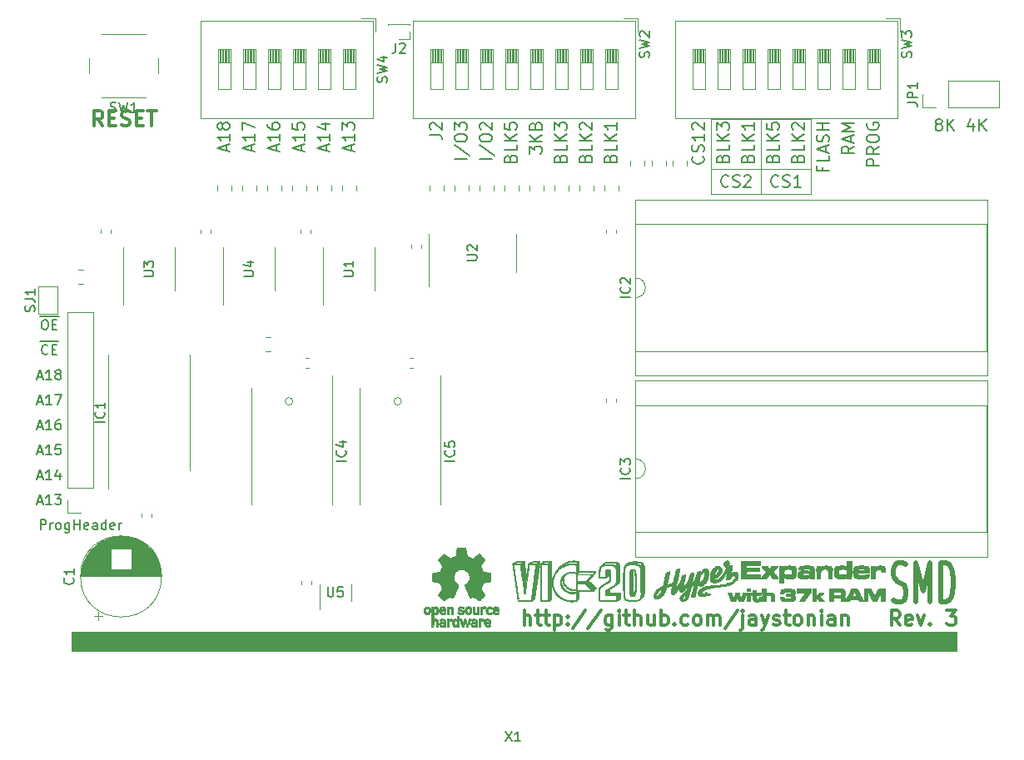
<source format=gbr>
%TF.GenerationSoftware,KiCad,Pcbnew,(5.1.10)-1*%
%TF.CreationDate,2022-08-27T20:58:22-04:00*%
%TF.ProjectId,VIC20HyperExpanderSMDRev3,56494332-3048-4797-9065-72457870616e,3*%
%TF.SameCoordinates,Original*%
%TF.FileFunction,Legend,Top*%
%TF.FilePolarity,Positive*%
%FSLAX46Y46*%
G04 Gerber Fmt 4.6, Leading zero omitted, Abs format (unit mm)*
G04 Created by KiCad (PCBNEW (5.1.10)-1) date 2022-08-27 20:58:22*
%MOMM*%
%LPD*%
G01*
G04 APERTURE LIST*
%ADD10C,0.150000*%
%ADD11C,0.300000*%
%ADD12C,0.120000*%
%ADD13C,0.200000*%
%ADD14C,0.500000*%
%ADD15C,0.010000*%
%ADD16C,0.100000*%
G04 APERTURE END LIST*
D10*
X88669761Y-79247857D02*
X88717380Y-79105000D01*
X88717380Y-78866904D01*
X88669761Y-78771666D01*
X88622142Y-78724047D01*
X88526904Y-78676428D01*
X88431666Y-78676428D01*
X88336428Y-78724047D01*
X88288809Y-78771666D01*
X88241190Y-78866904D01*
X88193571Y-79057380D01*
X88145952Y-79152619D01*
X88098333Y-79200238D01*
X88003095Y-79247857D01*
X87907857Y-79247857D01*
X87812619Y-79200238D01*
X87765000Y-79152619D01*
X87717380Y-79057380D01*
X87717380Y-78819285D01*
X87765000Y-78676428D01*
X87717380Y-77962142D02*
X88431666Y-77962142D01*
X88574523Y-78009761D01*
X88669761Y-78105000D01*
X88717380Y-78247857D01*
X88717380Y-78343095D01*
X88717380Y-76962142D02*
X88717380Y-77533571D01*
X88717380Y-77247857D02*
X87717380Y-77247857D01*
X87860238Y-77343095D01*
X87955476Y-77438333D01*
X88003095Y-77533571D01*
X88979523Y-98591666D02*
X89455714Y-98591666D01*
X88884285Y-98877380D02*
X89217619Y-97877380D01*
X89550952Y-98877380D01*
X90408095Y-98877380D02*
X89836666Y-98877380D01*
X90122380Y-98877380D02*
X90122380Y-97877380D01*
X90027142Y-98020238D01*
X89931904Y-98115476D01*
X89836666Y-98163095D01*
X90741428Y-97877380D02*
X91360476Y-97877380D01*
X91027142Y-98258333D01*
X91170000Y-98258333D01*
X91265238Y-98305952D01*
X91312857Y-98353571D01*
X91360476Y-98448809D01*
X91360476Y-98686904D01*
X91312857Y-98782142D01*
X91265238Y-98829761D01*
X91170000Y-98877380D01*
X90884285Y-98877380D01*
X90789047Y-98829761D01*
X90741428Y-98782142D01*
X88979523Y-96051666D02*
X89455714Y-96051666D01*
X88884285Y-96337380D02*
X89217619Y-95337380D01*
X89550952Y-96337380D01*
X90408095Y-96337380D02*
X89836666Y-96337380D01*
X90122380Y-96337380D02*
X90122380Y-95337380D01*
X90027142Y-95480238D01*
X89931904Y-95575476D01*
X89836666Y-95623095D01*
X91265238Y-95670714D02*
X91265238Y-96337380D01*
X91027142Y-95289761D02*
X90789047Y-96004047D01*
X91408095Y-96004047D01*
X88979523Y-93511666D02*
X89455714Y-93511666D01*
X88884285Y-93797380D02*
X89217619Y-92797380D01*
X89550952Y-93797380D01*
X90408095Y-93797380D02*
X89836666Y-93797380D01*
X90122380Y-93797380D02*
X90122380Y-92797380D01*
X90027142Y-92940238D01*
X89931904Y-93035476D01*
X89836666Y-93083095D01*
X91312857Y-92797380D02*
X90836666Y-92797380D01*
X90789047Y-93273571D01*
X90836666Y-93225952D01*
X90931904Y-93178333D01*
X91170000Y-93178333D01*
X91265238Y-93225952D01*
X91312857Y-93273571D01*
X91360476Y-93368809D01*
X91360476Y-93606904D01*
X91312857Y-93702142D01*
X91265238Y-93749761D01*
X91170000Y-93797380D01*
X90931904Y-93797380D01*
X90836666Y-93749761D01*
X90789047Y-93702142D01*
X88979523Y-90971666D02*
X89455714Y-90971666D01*
X88884285Y-91257380D02*
X89217619Y-90257380D01*
X89550952Y-91257380D01*
X90408095Y-91257380D02*
X89836666Y-91257380D01*
X90122380Y-91257380D02*
X90122380Y-90257380D01*
X90027142Y-90400238D01*
X89931904Y-90495476D01*
X89836666Y-90543095D01*
X91265238Y-90257380D02*
X91074761Y-90257380D01*
X90979523Y-90305000D01*
X90931904Y-90352619D01*
X90836666Y-90495476D01*
X90789047Y-90685952D01*
X90789047Y-91066904D01*
X90836666Y-91162142D01*
X90884285Y-91209761D01*
X90979523Y-91257380D01*
X91170000Y-91257380D01*
X91265238Y-91209761D01*
X91312857Y-91162142D01*
X91360476Y-91066904D01*
X91360476Y-90828809D01*
X91312857Y-90733571D01*
X91265238Y-90685952D01*
X91170000Y-90638333D01*
X90979523Y-90638333D01*
X90884285Y-90685952D01*
X90836666Y-90733571D01*
X90789047Y-90828809D01*
X88979523Y-88431666D02*
X89455714Y-88431666D01*
X88884285Y-88717380D02*
X89217619Y-87717380D01*
X89550952Y-88717380D01*
X90408095Y-88717380D02*
X89836666Y-88717380D01*
X90122380Y-88717380D02*
X90122380Y-87717380D01*
X90027142Y-87860238D01*
X89931904Y-87955476D01*
X89836666Y-88003095D01*
X90741428Y-87717380D02*
X91408095Y-87717380D01*
X90979523Y-88717380D01*
X88979523Y-85891666D02*
X89455714Y-85891666D01*
X88884285Y-86177380D02*
X89217619Y-85177380D01*
X89550952Y-86177380D01*
X90408095Y-86177380D02*
X89836666Y-86177380D01*
X90122380Y-86177380D02*
X90122380Y-85177380D01*
X90027142Y-85320238D01*
X89931904Y-85415476D01*
X89836666Y-85463095D01*
X90979523Y-85605952D02*
X90884285Y-85558333D01*
X90836666Y-85510714D01*
X90789047Y-85415476D01*
X90789047Y-85367857D01*
X90836666Y-85272619D01*
X90884285Y-85225000D01*
X90979523Y-85177380D01*
X91170000Y-85177380D01*
X91265238Y-85225000D01*
X91312857Y-85272619D01*
X91360476Y-85367857D01*
X91360476Y-85415476D01*
X91312857Y-85510714D01*
X91265238Y-85558333D01*
X91170000Y-85605952D01*
X90979523Y-85605952D01*
X90884285Y-85653571D01*
X90836666Y-85701190D01*
X90789047Y-85796428D01*
X90789047Y-85986904D01*
X90836666Y-86082142D01*
X90884285Y-86129761D01*
X90979523Y-86177380D01*
X91170000Y-86177380D01*
X91265238Y-86129761D01*
X91312857Y-86082142D01*
X91360476Y-85986904D01*
X91360476Y-85796428D01*
X91312857Y-85701190D01*
X91265238Y-85653571D01*
X91170000Y-85605952D01*
X89217619Y-82270000D02*
X90217619Y-82270000D01*
X90027142Y-83542142D02*
X89979523Y-83589761D01*
X89836666Y-83637380D01*
X89741428Y-83637380D01*
X89598571Y-83589761D01*
X89503333Y-83494523D01*
X89455714Y-83399285D01*
X89408095Y-83208809D01*
X89408095Y-83065952D01*
X89455714Y-82875476D01*
X89503333Y-82780238D01*
X89598571Y-82685000D01*
X89741428Y-82637380D01*
X89836666Y-82637380D01*
X89979523Y-82685000D01*
X90027142Y-82732619D01*
X90217619Y-82270000D02*
X91122380Y-82270000D01*
X90455714Y-83113571D02*
X90789047Y-83113571D01*
X90931904Y-83637380D02*
X90455714Y-83637380D01*
X90455714Y-82637380D01*
X90931904Y-82637380D01*
X89273571Y-101417380D02*
X89273571Y-100417380D01*
X89654523Y-100417380D01*
X89749761Y-100465000D01*
X89797380Y-100512619D01*
X89845000Y-100607857D01*
X89845000Y-100750714D01*
X89797380Y-100845952D01*
X89749761Y-100893571D01*
X89654523Y-100941190D01*
X89273571Y-100941190D01*
X90273571Y-101417380D02*
X90273571Y-100750714D01*
X90273571Y-100941190D02*
X90321190Y-100845952D01*
X90368809Y-100798333D01*
X90464047Y-100750714D01*
X90559285Y-100750714D01*
X91035476Y-101417380D02*
X90940238Y-101369761D01*
X90892619Y-101322142D01*
X90845000Y-101226904D01*
X90845000Y-100941190D01*
X90892619Y-100845952D01*
X90940238Y-100798333D01*
X91035476Y-100750714D01*
X91178333Y-100750714D01*
X91273571Y-100798333D01*
X91321190Y-100845952D01*
X91368809Y-100941190D01*
X91368809Y-101226904D01*
X91321190Y-101322142D01*
X91273571Y-101369761D01*
X91178333Y-101417380D01*
X91035476Y-101417380D01*
X92225952Y-100750714D02*
X92225952Y-101560238D01*
X92178333Y-101655476D01*
X92130714Y-101703095D01*
X92035476Y-101750714D01*
X91892619Y-101750714D01*
X91797380Y-101703095D01*
X92225952Y-101369761D02*
X92130714Y-101417380D01*
X91940238Y-101417380D01*
X91845000Y-101369761D01*
X91797380Y-101322142D01*
X91749761Y-101226904D01*
X91749761Y-100941190D01*
X91797380Y-100845952D01*
X91845000Y-100798333D01*
X91940238Y-100750714D01*
X92130714Y-100750714D01*
X92225952Y-100798333D01*
X92702142Y-101417380D02*
X92702142Y-100417380D01*
X92702142Y-100893571D02*
X93273571Y-100893571D01*
X93273571Y-101417380D02*
X93273571Y-100417380D01*
X94130714Y-101369761D02*
X94035476Y-101417380D01*
X93845000Y-101417380D01*
X93749761Y-101369761D01*
X93702142Y-101274523D01*
X93702142Y-100893571D01*
X93749761Y-100798333D01*
X93845000Y-100750714D01*
X94035476Y-100750714D01*
X94130714Y-100798333D01*
X94178333Y-100893571D01*
X94178333Y-100988809D01*
X93702142Y-101084047D01*
X95035476Y-101417380D02*
X95035476Y-100893571D01*
X94987857Y-100798333D01*
X94892619Y-100750714D01*
X94702142Y-100750714D01*
X94606904Y-100798333D01*
X95035476Y-101369761D02*
X94940238Y-101417380D01*
X94702142Y-101417380D01*
X94606904Y-101369761D01*
X94559285Y-101274523D01*
X94559285Y-101179285D01*
X94606904Y-101084047D01*
X94702142Y-101036428D01*
X94940238Y-101036428D01*
X95035476Y-100988809D01*
X95940238Y-101417380D02*
X95940238Y-100417380D01*
X95940238Y-101369761D02*
X95845000Y-101417380D01*
X95654523Y-101417380D01*
X95559285Y-101369761D01*
X95511666Y-101322142D01*
X95464047Y-101226904D01*
X95464047Y-100941190D01*
X95511666Y-100845952D01*
X95559285Y-100798333D01*
X95654523Y-100750714D01*
X95845000Y-100750714D01*
X95940238Y-100798333D01*
X96797380Y-101369761D02*
X96702142Y-101417380D01*
X96511666Y-101417380D01*
X96416428Y-101369761D01*
X96368809Y-101274523D01*
X96368809Y-100893571D01*
X96416428Y-100798333D01*
X96511666Y-100750714D01*
X96702142Y-100750714D01*
X96797380Y-100798333D01*
X96845000Y-100893571D01*
X96845000Y-100988809D01*
X96368809Y-101084047D01*
X97273571Y-101417380D02*
X97273571Y-100750714D01*
X97273571Y-100941190D02*
X97321190Y-100845952D01*
X97368809Y-100798333D01*
X97464047Y-100750714D01*
X97559285Y-100750714D01*
X89193809Y-79730000D02*
X90241428Y-79730000D01*
X89622380Y-80097380D02*
X89812857Y-80097380D01*
X89908095Y-80145000D01*
X90003333Y-80240238D01*
X90050952Y-80430714D01*
X90050952Y-80764047D01*
X90003333Y-80954523D01*
X89908095Y-81049761D01*
X89812857Y-81097380D01*
X89622380Y-81097380D01*
X89527142Y-81049761D01*
X89431904Y-80954523D01*
X89384285Y-80764047D01*
X89384285Y-80430714D01*
X89431904Y-80240238D01*
X89527142Y-80145000D01*
X89622380Y-80097380D01*
X90241428Y-79730000D02*
X91146190Y-79730000D01*
X90479523Y-80573571D02*
X90812857Y-80573571D01*
X90955714Y-81097380D02*
X90479523Y-81097380D01*
X90479523Y-80097380D01*
X90955714Y-80097380D01*
D11*
X95611428Y-60368571D02*
X95111428Y-59654285D01*
X94754285Y-60368571D02*
X94754285Y-58868571D01*
X95325714Y-58868571D01*
X95468571Y-58940000D01*
X95540000Y-59011428D01*
X95611428Y-59154285D01*
X95611428Y-59368571D01*
X95540000Y-59511428D01*
X95468571Y-59582857D01*
X95325714Y-59654285D01*
X94754285Y-59654285D01*
X96254285Y-59582857D02*
X96754285Y-59582857D01*
X96968571Y-60368571D02*
X96254285Y-60368571D01*
X96254285Y-58868571D01*
X96968571Y-58868571D01*
X97540000Y-60297142D02*
X97754285Y-60368571D01*
X98111428Y-60368571D01*
X98254285Y-60297142D01*
X98325714Y-60225714D01*
X98397142Y-60082857D01*
X98397142Y-59940000D01*
X98325714Y-59797142D01*
X98254285Y-59725714D01*
X98111428Y-59654285D01*
X97825714Y-59582857D01*
X97682857Y-59511428D01*
X97611428Y-59440000D01*
X97540000Y-59297142D01*
X97540000Y-59154285D01*
X97611428Y-59011428D01*
X97682857Y-58940000D01*
X97825714Y-58868571D01*
X98182857Y-58868571D01*
X98397142Y-58940000D01*
X99040000Y-59582857D02*
X99540000Y-59582857D01*
X99754285Y-60368571D02*
X99040000Y-60368571D01*
X99040000Y-58868571D01*
X99754285Y-58868571D01*
X100182857Y-58868571D02*
X101040000Y-58868571D01*
X100611428Y-60368571D02*
X100611428Y-58868571D01*
D12*
X157480000Y-64770000D02*
X167640000Y-64770000D01*
X167640000Y-67310000D02*
X162560000Y-67310000D01*
X167640000Y-59690000D02*
X167640000Y-67310000D01*
X162560000Y-59690000D02*
X167640000Y-59690000D01*
X162560000Y-59690000D02*
X157480000Y-59690000D01*
X162560000Y-67310000D02*
X162560000Y-59690000D01*
X157480000Y-67310000D02*
X162560000Y-67310000D01*
X157480000Y-59690000D02*
X157480000Y-67310000D01*
D13*
X159248571Y-66468571D02*
X159191428Y-66525714D01*
X159020000Y-66582857D01*
X158905714Y-66582857D01*
X158734285Y-66525714D01*
X158620000Y-66411428D01*
X158562857Y-66297142D01*
X158505714Y-66068571D01*
X158505714Y-65897142D01*
X158562857Y-65668571D01*
X158620000Y-65554285D01*
X158734285Y-65440000D01*
X158905714Y-65382857D01*
X159020000Y-65382857D01*
X159191428Y-65440000D01*
X159248571Y-65497142D01*
X159705714Y-66525714D02*
X159877142Y-66582857D01*
X160162857Y-66582857D01*
X160277142Y-66525714D01*
X160334285Y-66468571D01*
X160391428Y-66354285D01*
X160391428Y-66240000D01*
X160334285Y-66125714D01*
X160277142Y-66068571D01*
X160162857Y-66011428D01*
X159934285Y-65954285D01*
X159820000Y-65897142D01*
X159762857Y-65840000D01*
X159705714Y-65725714D01*
X159705714Y-65611428D01*
X159762857Y-65497142D01*
X159820000Y-65440000D01*
X159934285Y-65382857D01*
X160220000Y-65382857D01*
X160391428Y-65440000D01*
X160848571Y-65497142D02*
X160905714Y-65440000D01*
X161020000Y-65382857D01*
X161305714Y-65382857D01*
X161420000Y-65440000D01*
X161477142Y-65497142D01*
X161534285Y-65611428D01*
X161534285Y-65725714D01*
X161477142Y-65897142D01*
X160791428Y-66582857D01*
X161534285Y-66582857D01*
X164328571Y-66468571D02*
X164271428Y-66525714D01*
X164100000Y-66582857D01*
X163985714Y-66582857D01*
X163814285Y-66525714D01*
X163700000Y-66411428D01*
X163642857Y-66297142D01*
X163585714Y-66068571D01*
X163585714Y-65897142D01*
X163642857Y-65668571D01*
X163700000Y-65554285D01*
X163814285Y-65440000D01*
X163985714Y-65382857D01*
X164100000Y-65382857D01*
X164271428Y-65440000D01*
X164328571Y-65497142D01*
X164785714Y-66525714D02*
X164957142Y-66582857D01*
X165242857Y-66582857D01*
X165357142Y-66525714D01*
X165414285Y-66468571D01*
X165471428Y-66354285D01*
X165471428Y-66240000D01*
X165414285Y-66125714D01*
X165357142Y-66068571D01*
X165242857Y-66011428D01*
X165014285Y-65954285D01*
X164900000Y-65897142D01*
X164842857Y-65840000D01*
X164785714Y-65725714D01*
X164785714Y-65611428D01*
X164842857Y-65497142D01*
X164900000Y-65440000D01*
X165014285Y-65382857D01*
X165300000Y-65382857D01*
X165471428Y-65440000D01*
X166614285Y-66582857D02*
X165928571Y-66582857D01*
X166271428Y-66582857D02*
X166271428Y-65382857D01*
X166157142Y-65554285D01*
X166042857Y-65668571D01*
X165928571Y-65725714D01*
X180537142Y-60182142D02*
X180422857Y-60125000D01*
X180365714Y-60067857D01*
X180308571Y-59953571D01*
X180308571Y-59896428D01*
X180365714Y-59782142D01*
X180422857Y-59725000D01*
X180537142Y-59667857D01*
X180765714Y-59667857D01*
X180880000Y-59725000D01*
X180937142Y-59782142D01*
X180994285Y-59896428D01*
X180994285Y-59953571D01*
X180937142Y-60067857D01*
X180880000Y-60125000D01*
X180765714Y-60182142D01*
X180537142Y-60182142D01*
X180422857Y-60239285D01*
X180365714Y-60296428D01*
X180308571Y-60410714D01*
X180308571Y-60639285D01*
X180365714Y-60753571D01*
X180422857Y-60810714D01*
X180537142Y-60867857D01*
X180765714Y-60867857D01*
X180880000Y-60810714D01*
X180937142Y-60753571D01*
X180994285Y-60639285D01*
X180994285Y-60410714D01*
X180937142Y-60296428D01*
X180880000Y-60239285D01*
X180765714Y-60182142D01*
X181508571Y-60867857D02*
X181508571Y-59667857D01*
X182194285Y-60867857D02*
X181680000Y-60182142D01*
X182194285Y-59667857D02*
X181508571Y-60353571D01*
X184137142Y-60067857D02*
X184137142Y-60867857D01*
X183851428Y-59610714D02*
X183565714Y-60467857D01*
X184308571Y-60467857D01*
X184765714Y-60867857D02*
X184765714Y-59667857D01*
X185451428Y-60867857D02*
X184937142Y-60182142D01*
X185451428Y-59667857D02*
X184765714Y-60353571D01*
X174532857Y-64391428D02*
X173332857Y-64391428D01*
X173332857Y-63934285D01*
X173390000Y-63820000D01*
X173447142Y-63762857D01*
X173561428Y-63705714D01*
X173732857Y-63705714D01*
X173847142Y-63762857D01*
X173904285Y-63820000D01*
X173961428Y-63934285D01*
X173961428Y-64391428D01*
X174532857Y-62505714D02*
X173961428Y-62905714D01*
X174532857Y-63191428D02*
X173332857Y-63191428D01*
X173332857Y-62734285D01*
X173390000Y-62620000D01*
X173447142Y-62562857D01*
X173561428Y-62505714D01*
X173732857Y-62505714D01*
X173847142Y-62562857D01*
X173904285Y-62620000D01*
X173961428Y-62734285D01*
X173961428Y-63191428D01*
X173332857Y-61762857D02*
X173332857Y-61534285D01*
X173390000Y-61420000D01*
X173504285Y-61305714D01*
X173732857Y-61248571D01*
X174132857Y-61248571D01*
X174361428Y-61305714D01*
X174475714Y-61420000D01*
X174532857Y-61534285D01*
X174532857Y-61762857D01*
X174475714Y-61877142D01*
X174361428Y-61991428D01*
X174132857Y-62048571D01*
X173732857Y-62048571D01*
X173504285Y-61991428D01*
X173390000Y-61877142D01*
X173332857Y-61762857D01*
X173390000Y-60105714D02*
X173332857Y-60220000D01*
X173332857Y-60391428D01*
X173390000Y-60562857D01*
X173504285Y-60677142D01*
X173618571Y-60734285D01*
X173847142Y-60791428D01*
X174018571Y-60791428D01*
X174247142Y-60734285D01*
X174361428Y-60677142D01*
X174475714Y-60562857D01*
X174532857Y-60391428D01*
X174532857Y-60277142D01*
X174475714Y-60105714D01*
X174418571Y-60048571D01*
X174018571Y-60048571D01*
X174018571Y-60277142D01*
X171992857Y-62448571D02*
X171421428Y-62848571D01*
X171992857Y-63134285D02*
X170792857Y-63134285D01*
X170792857Y-62677142D01*
X170850000Y-62562857D01*
X170907142Y-62505714D01*
X171021428Y-62448571D01*
X171192857Y-62448571D01*
X171307142Y-62505714D01*
X171364285Y-62562857D01*
X171421428Y-62677142D01*
X171421428Y-63134285D01*
X171650000Y-61991428D02*
X171650000Y-61420000D01*
X171992857Y-62105714D02*
X170792857Y-61705714D01*
X171992857Y-61305714D01*
X171992857Y-60905714D02*
X170792857Y-60905714D01*
X171650000Y-60505714D01*
X170792857Y-60105714D01*
X171992857Y-60105714D01*
X168824285Y-64562857D02*
X168824285Y-64962857D01*
X169452857Y-64962857D02*
X168252857Y-64962857D01*
X168252857Y-64391428D01*
X169452857Y-63362857D02*
X169452857Y-63934285D01*
X168252857Y-63934285D01*
X169110000Y-63020000D02*
X169110000Y-62448571D01*
X169452857Y-63134285D02*
X168252857Y-62734285D01*
X169452857Y-62334285D01*
X169395714Y-61991428D02*
X169452857Y-61820000D01*
X169452857Y-61534285D01*
X169395714Y-61420000D01*
X169338571Y-61362857D01*
X169224285Y-61305714D01*
X169110000Y-61305714D01*
X168995714Y-61362857D01*
X168938571Y-61420000D01*
X168881428Y-61534285D01*
X168824285Y-61762857D01*
X168767142Y-61877142D01*
X168710000Y-61934285D01*
X168595714Y-61991428D01*
X168481428Y-61991428D01*
X168367142Y-61934285D01*
X168310000Y-61877142D01*
X168252857Y-61762857D01*
X168252857Y-61477142D01*
X168310000Y-61305714D01*
X169452857Y-60791428D02*
X168252857Y-60791428D01*
X168824285Y-60791428D02*
X168824285Y-60105714D01*
X169452857Y-60105714D02*
X168252857Y-60105714D01*
X166284285Y-63648571D02*
X166341428Y-63477142D01*
X166398571Y-63420000D01*
X166512857Y-63362857D01*
X166684285Y-63362857D01*
X166798571Y-63420000D01*
X166855714Y-63477142D01*
X166912857Y-63591428D01*
X166912857Y-64048571D01*
X165712857Y-64048571D01*
X165712857Y-63648571D01*
X165770000Y-63534285D01*
X165827142Y-63477142D01*
X165941428Y-63420000D01*
X166055714Y-63420000D01*
X166170000Y-63477142D01*
X166227142Y-63534285D01*
X166284285Y-63648571D01*
X166284285Y-64048571D01*
X166912857Y-62277142D02*
X166912857Y-62848571D01*
X165712857Y-62848571D01*
X166912857Y-61877142D02*
X165712857Y-61877142D01*
X166912857Y-61191428D02*
X166227142Y-61705714D01*
X165712857Y-61191428D02*
X166398571Y-61877142D01*
X165827142Y-60734285D02*
X165770000Y-60677142D01*
X165712857Y-60562857D01*
X165712857Y-60277142D01*
X165770000Y-60162857D01*
X165827142Y-60105714D01*
X165941428Y-60048571D01*
X166055714Y-60048571D01*
X166227142Y-60105714D01*
X166912857Y-60791428D01*
X166912857Y-60048571D01*
X163744285Y-63648571D02*
X163801428Y-63477142D01*
X163858571Y-63420000D01*
X163972857Y-63362857D01*
X164144285Y-63362857D01*
X164258571Y-63420000D01*
X164315714Y-63477142D01*
X164372857Y-63591428D01*
X164372857Y-64048571D01*
X163172857Y-64048571D01*
X163172857Y-63648571D01*
X163230000Y-63534285D01*
X163287142Y-63477142D01*
X163401428Y-63420000D01*
X163515714Y-63420000D01*
X163630000Y-63477142D01*
X163687142Y-63534285D01*
X163744285Y-63648571D01*
X163744285Y-64048571D01*
X164372857Y-62277142D02*
X164372857Y-62848571D01*
X163172857Y-62848571D01*
X164372857Y-61877142D02*
X163172857Y-61877142D01*
X164372857Y-61191428D02*
X163687142Y-61705714D01*
X163172857Y-61191428D02*
X163858571Y-61877142D01*
X163172857Y-60105714D02*
X163172857Y-60677142D01*
X163744285Y-60734285D01*
X163687142Y-60677142D01*
X163630000Y-60562857D01*
X163630000Y-60277142D01*
X163687142Y-60162857D01*
X163744285Y-60105714D01*
X163858571Y-60048571D01*
X164144285Y-60048571D01*
X164258571Y-60105714D01*
X164315714Y-60162857D01*
X164372857Y-60277142D01*
X164372857Y-60562857D01*
X164315714Y-60677142D01*
X164258571Y-60734285D01*
X161204285Y-63648571D02*
X161261428Y-63477142D01*
X161318571Y-63420000D01*
X161432857Y-63362857D01*
X161604285Y-63362857D01*
X161718571Y-63420000D01*
X161775714Y-63477142D01*
X161832857Y-63591428D01*
X161832857Y-64048571D01*
X160632857Y-64048571D01*
X160632857Y-63648571D01*
X160690000Y-63534285D01*
X160747142Y-63477142D01*
X160861428Y-63420000D01*
X160975714Y-63420000D01*
X161090000Y-63477142D01*
X161147142Y-63534285D01*
X161204285Y-63648571D01*
X161204285Y-64048571D01*
X161832857Y-62277142D02*
X161832857Y-62848571D01*
X160632857Y-62848571D01*
X161832857Y-61877142D02*
X160632857Y-61877142D01*
X161832857Y-61191428D02*
X161147142Y-61705714D01*
X160632857Y-61191428D02*
X161318571Y-61877142D01*
X161832857Y-60048571D02*
X161832857Y-60734285D01*
X161832857Y-60391428D02*
X160632857Y-60391428D01*
X160804285Y-60505714D01*
X160918571Y-60620000D01*
X160975714Y-60734285D01*
X158664285Y-63648571D02*
X158721428Y-63477142D01*
X158778571Y-63420000D01*
X158892857Y-63362857D01*
X159064285Y-63362857D01*
X159178571Y-63420000D01*
X159235714Y-63477142D01*
X159292857Y-63591428D01*
X159292857Y-64048571D01*
X158092857Y-64048571D01*
X158092857Y-63648571D01*
X158150000Y-63534285D01*
X158207142Y-63477142D01*
X158321428Y-63420000D01*
X158435714Y-63420000D01*
X158550000Y-63477142D01*
X158607142Y-63534285D01*
X158664285Y-63648571D01*
X158664285Y-64048571D01*
X159292857Y-62277142D02*
X159292857Y-62848571D01*
X158092857Y-62848571D01*
X159292857Y-61877142D02*
X158092857Y-61877142D01*
X159292857Y-61191428D02*
X158607142Y-61705714D01*
X158092857Y-61191428D02*
X158778571Y-61877142D01*
X158092857Y-60791428D02*
X158092857Y-60048571D01*
X158550000Y-60448571D01*
X158550000Y-60277142D01*
X158607142Y-60162857D01*
X158664285Y-60105714D01*
X158778571Y-60048571D01*
X159064285Y-60048571D01*
X159178571Y-60105714D01*
X159235714Y-60162857D01*
X159292857Y-60277142D01*
X159292857Y-60620000D01*
X159235714Y-60734285D01*
X159178571Y-60791428D01*
X156638571Y-63477142D02*
X156695714Y-63534285D01*
X156752857Y-63705714D01*
X156752857Y-63820000D01*
X156695714Y-63991428D01*
X156581428Y-64105714D01*
X156467142Y-64162857D01*
X156238571Y-64220000D01*
X156067142Y-64220000D01*
X155838571Y-64162857D01*
X155724285Y-64105714D01*
X155610000Y-63991428D01*
X155552857Y-63820000D01*
X155552857Y-63705714D01*
X155610000Y-63534285D01*
X155667142Y-63477142D01*
X156695714Y-63020000D02*
X156752857Y-62848571D01*
X156752857Y-62562857D01*
X156695714Y-62448571D01*
X156638571Y-62391428D01*
X156524285Y-62334285D01*
X156410000Y-62334285D01*
X156295714Y-62391428D01*
X156238571Y-62448571D01*
X156181428Y-62562857D01*
X156124285Y-62791428D01*
X156067142Y-62905714D01*
X156010000Y-62962857D01*
X155895714Y-63020000D01*
X155781428Y-63020000D01*
X155667142Y-62962857D01*
X155610000Y-62905714D01*
X155552857Y-62791428D01*
X155552857Y-62505714D01*
X155610000Y-62334285D01*
X156752857Y-61191428D02*
X156752857Y-61877142D01*
X156752857Y-61534285D02*
X155552857Y-61534285D01*
X155724285Y-61648571D01*
X155838571Y-61762857D01*
X155895714Y-61877142D01*
X155667142Y-60734285D02*
X155610000Y-60677142D01*
X155552857Y-60562857D01*
X155552857Y-60277142D01*
X155610000Y-60162857D01*
X155667142Y-60105714D01*
X155781428Y-60048571D01*
X155895714Y-60048571D01*
X156067142Y-60105714D01*
X156752857Y-60791428D01*
X156752857Y-60048571D01*
X108150000Y-62905714D02*
X108150000Y-62334285D01*
X108492857Y-63020000D02*
X107292857Y-62620000D01*
X108492857Y-62220000D01*
X108492857Y-61191428D02*
X108492857Y-61877142D01*
X108492857Y-61534285D02*
X107292857Y-61534285D01*
X107464285Y-61648571D01*
X107578571Y-61762857D01*
X107635714Y-61877142D01*
X107807142Y-60505714D02*
X107750000Y-60620000D01*
X107692857Y-60677142D01*
X107578571Y-60734285D01*
X107521428Y-60734285D01*
X107407142Y-60677142D01*
X107350000Y-60620000D01*
X107292857Y-60505714D01*
X107292857Y-60277142D01*
X107350000Y-60162857D01*
X107407142Y-60105714D01*
X107521428Y-60048571D01*
X107578571Y-60048571D01*
X107692857Y-60105714D01*
X107750000Y-60162857D01*
X107807142Y-60277142D01*
X107807142Y-60505714D01*
X107864285Y-60620000D01*
X107921428Y-60677142D01*
X108035714Y-60734285D01*
X108264285Y-60734285D01*
X108378571Y-60677142D01*
X108435714Y-60620000D01*
X108492857Y-60505714D01*
X108492857Y-60277142D01*
X108435714Y-60162857D01*
X108378571Y-60105714D01*
X108264285Y-60048571D01*
X108035714Y-60048571D01*
X107921428Y-60105714D01*
X107864285Y-60162857D01*
X107807142Y-60277142D01*
X110690000Y-62905714D02*
X110690000Y-62334285D01*
X111032857Y-63020000D02*
X109832857Y-62620000D01*
X111032857Y-62220000D01*
X111032857Y-61191428D02*
X111032857Y-61877142D01*
X111032857Y-61534285D02*
X109832857Y-61534285D01*
X110004285Y-61648571D01*
X110118571Y-61762857D01*
X110175714Y-61877142D01*
X109832857Y-60791428D02*
X109832857Y-59991428D01*
X111032857Y-60505714D01*
X113230000Y-62905714D02*
X113230000Y-62334285D01*
X113572857Y-63020000D02*
X112372857Y-62620000D01*
X113572857Y-62220000D01*
X113572857Y-61191428D02*
X113572857Y-61877142D01*
X113572857Y-61534285D02*
X112372857Y-61534285D01*
X112544285Y-61648571D01*
X112658571Y-61762857D01*
X112715714Y-61877142D01*
X112372857Y-60162857D02*
X112372857Y-60391428D01*
X112430000Y-60505714D01*
X112487142Y-60562857D01*
X112658571Y-60677142D01*
X112887142Y-60734285D01*
X113344285Y-60734285D01*
X113458571Y-60677142D01*
X113515714Y-60620000D01*
X113572857Y-60505714D01*
X113572857Y-60277142D01*
X113515714Y-60162857D01*
X113458571Y-60105714D01*
X113344285Y-60048571D01*
X113058571Y-60048571D01*
X112944285Y-60105714D01*
X112887142Y-60162857D01*
X112830000Y-60277142D01*
X112830000Y-60505714D01*
X112887142Y-60620000D01*
X112944285Y-60677142D01*
X113058571Y-60734285D01*
X115770000Y-62905714D02*
X115770000Y-62334285D01*
X116112857Y-63020000D02*
X114912857Y-62620000D01*
X116112857Y-62220000D01*
X116112857Y-61191428D02*
X116112857Y-61877142D01*
X116112857Y-61534285D02*
X114912857Y-61534285D01*
X115084285Y-61648571D01*
X115198571Y-61762857D01*
X115255714Y-61877142D01*
X114912857Y-60105714D02*
X114912857Y-60677142D01*
X115484285Y-60734285D01*
X115427142Y-60677142D01*
X115370000Y-60562857D01*
X115370000Y-60277142D01*
X115427142Y-60162857D01*
X115484285Y-60105714D01*
X115598571Y-60048571D01*
X115884285Y-60048571D01*
X115998571Y-60105714D01*
X116055714Y-60162857D01*
X116112857Y-60277142D01*
X116112857Y-60562857D01*
X116055714Y-60677142D01*
X115998571Y-60734285D01*
X118310000Y-62905714D02*
X118310000Y-62334285D01*
X118652857Y-63020000D02*
X117452857Y-62620000D01*
X118652857Y-62220000D01*
X118652857Y-61191428D02*
X118652857Y-61877142D01*
X118652857Y-61534285D02*
X117452857Y-61534285D01*
X117624285Y-61648571D01*
X117738571Y-61762857D01*
X117795714Y-61877142D01*
X117852857Y-60162857D02*
X118652857Y-60162857D01*
X117395714Y-60448571D02*
X118252857Y-60734285D01*
X118252857Y-59991428D01*
X120850000Y-62905714D02*
X120850000Y-62334285D01*
X121192857Y-63020000D02*
X119992857Y-62620000D01*
X121192857Y-62220000D01*
X121192857Y-61191428D02*
X121192857Y-61877142D01*
X121192857Y-61534285D02*
X119992857Y-61534285D01*
X120164285Y-61648571D01*
X120278571Y-61762857D01*
X120335714Y-61877142D01*
X119992857Y-60791428D02*
X119992857Y-60048571D01*
X120450000Y-60448571D01*
X120450000Y-60277142D01*
X120507142Y-60162857D01*
X120564285Y-60105714D01*
X120678571Y-60048571D01*
X120964285Y-60048571D01*
X121078571Y-60105714D01*
X121135714Y-60162857D01*
X121192857Y-60277142D01*
X121192857Y-60620000D01*
X121135714Y-60734285D01*
X121078571Y-60791428D01*
X128882857Y-61248571D02*
X129740000Y-61248571D01*
X129911428Y-61305714D01*
X130025714Y-61420000D01*
X130082857Y-61591428D01*
X130082857Y-61705714D01*
X128997142Y-60734285D02*
X128940000Y-60677142D01*
X128882857Y-60562857D01*
X128882857Y-60277142D01*
X128940000Y-60162857D01*
X128997142Y-60105714D01*
X129111428Y-60048571D01*
X129225714Y-60048571D01*
X129397142Y-60105714D01*
X130082857Y-60791428D01*
X130082857Y-60048571D01*
X132622857Y-63762857D02*
X131422857Y-63762857D01*
X131365714Y-62334285D02*
X132908571Y-63362857D01*
X131422857Y-61705714D02*
X131422857Y-61477142D01*
X131480000Y-61362857D01*
X131594285Y-61248571D01*
X131822857Y-61191428D01*
X132222857Y-61191428D01*
X132451428Y-61248571D01*
X132565714Y-61362857D01*
X132622857Y-61477142D01*
X132622857Y-61705714D01*
X132565714Y-61820000D01*
X132451428Y-61934285D01*
X132222857Y-61991428D01*
X131822857Y-61991428D01*
X131594285Y-61934285D01*
X131480000Y-61820000D01*
X131422857Y-61705714D01*
X131422857Y-60791428D02*
X131422857Y-60048571D01*
X131880000Y-60448571D01*
X131880000Y-60277142D01*
X131937142Y-60162857D01*
X131994285Y-60105714D01*
X132108571Y-60048571D01*
X132394285Y-60048571D01*
X132508571Y-60105714D01*
X132565714Y-60162857D01*
X132622857Y-60277142D01*
X132622857Y-60620000D01*
X132565714Y-60734285D01*
X132508571Y-60791428D01*
X135162857Y-63762857D02*
X133962857Y-63762857D01*
X133905714Y-62334285D02*
X135448571Y-63362857D01*
X133962857Y-61705714D02*
X133962857Y-61477142D01*
X134020000Y-61362857D01*
X134134285Y-61248571D01*
X134362857Y-61191428D01*
X134762857Y-61191428D01*
X134991428Y-61248571D01*
X135105714Y-61362857D01*
X135162857Y-61477142D01*
X135162857Y-61705714D01*
X135105714Y-61820000D01*
X134991428Y-61934285D01*
X134762857Y-61991428D01*
X134362857Y-61991428D01*
X134134285Y-61934285D01*
X134020000Y-61820000D01*
X133962857Y-61705714D01*
X134077142Y-60734285D02*
X134020000Y-60677142D01*
X133962857Y-60562857D01*
X133962857Y-60277142D01*
X134020000Y-60162857D01*
X134077142Y-60105714D01*
X134191428Y-60048571D01*
X134305714Y-60048571D01*
X134477142Y-60105714D01*
X135162857Y-60791428D01*
X135162857Y-60048571D01*
X137074285Y-63648571D02*
X137131428Y-63477142D01*
X137188571Y-63420000D01*
X137302857Y-63362857D01*
X137474285Y-63362857D01*
X137588571Y-63420000D01*
X137645714Y-63477142D01*
X137702857Y-63591428D01*
X137702857Y-64048571D01*
X136502857Y-64048571D01*
X136502857Y-63648571D01*
X136560000Y-63534285D01*
X136617142Y-63477142D01*
X136731428Y-63420000D01*
X136845714Y-63420000D01*
X136960000Y-63477142D01*
X137017142Y-63534285D01*
X137074285Y-63648571D01*
X137074285Y-64048571D01*
X137702857Y-62277142D02*
X137702857Y-62848571D01*
X136502857Y-62848571D01*
X137702857Y-61877142D02*
X136502857Y-61877142D01*
X137702857Y-61191428D02*
X137017142Y-61705714D01*
X136502857Y-61191428D02*
X137188571Y-61877142D01*
X136502857Y-60105714D02*
X136502857Y-60677142D01*
X137074285Y-60734285D01*
X137017142Y-60677142D01*
X136960000Y-60562857D01*
X136960000Y-60277142D01*
X137017142Y-60162857D01*
X137074285Y-60105714D01*
X137188571Y-60048571D01*
X137474285Y-60048571D01*
X137588571Y-60105714D01*
X137645714Y-60162857D01*
X137702857Y-60277142D01*
X137702857Y-60562857D01*
X137645714Y-60677142D01*
X137588571Y-60734285D01*
X139042857Y-63191428D02*
X139042857Y-62448571D01*
X139500000Y-62848571D01*
X139500000Y-62677142D01*
X139557142Y-62562857D01*
X139614285Y-62505714D01*
X139728571Y-62448571D01*
X140014285Y-62448571D01*
X140128571Y-62505714D01*
X140185714Y-62562857D01*
X140242857Y-62677142D01*
X140242857Y-63020000D01*
X140185714Y-63134285D01*
X140128571Y-63191428D01*
X140242857Y-61934285D02*
X139042857Y-61934285D01*
X140242857Y-61248571D02*
X139557142Y-61762857D01*
X139042857Y-61248571D02*
X139728571Y-61934285D01*
X139614285Y-60334285D02*
X139671428Y-60162857D01*
X139728571Y-60105714D01*
X139842857Y-60048571D01*
X140014285Y-60048571D01*
X140128571Y-60105714D01*
X140185714Y-60162857D01*
X140242857Y-60277142D01*
X140242857Y-60734285D01*
X139042857Y-60734285D01*
X139042857Y-60334285D01*
X139100000Y-60220000D01*
X139157142Y-60162857D01*
X139271428Y-60105714D01*
X139385714Y-60105714D01*
X139500000Y-60162857D01*
X139557142Y-60220000D01*
X139614285Y-60334285D01*
X139614285Y-60734285D01*
X142154285Y-63648571D02*
X142211428Y-63477142D01*
X142268571Y-63420000D01*
X142382857Y-63362857D01*
X142554285Y-63362857D01*
X142668571Y-63420000D01*
X142725714Y-63477142D01*
X142782857Y-63591428D01*
X142782857Y-64048571D01*
X141582857Y-64048571D01*
X141582857Y-63648571D01*
X141640000Y-63534285D01*
X141697142Y-63477142D01*
X141811428Y-63420000D01*
X141925714Y-63420000D01*
X142040000Y-63477142D01*
X142097142Y-63534285D01*
X142154285Y-63648571D01*
X142154285Y-64048571D01*
X142782857Y-62277142D02*
X142782857Y-62848571D01*
X141582857Y-62848571D01*
X142782857Y-61877142D02*
X141582857Y-61877142D01*
X142782857Y-61191428D02*
X142097142Y-61705714D01*
X141582857Y-61191428D02*
X142268571Y-61877142D01*
X141582857Y-60791428D02*
X141582857Y-60048571D01*
X142040000Y-60448571D01*
X142040000Y-60277142D01*
X142097142Y-60162857D01*
X142154285Y-60105714D01*
X142268571Y-60048571D01*
X142554285Y-60048571D01*
X142668571Y-60105714D01*
X142725714Y-60162857D01*
X142782857Y-60277142D01*
X142782857Y-60620000D01*
X142725714Y-60734285D01*
X142668571Y-60791428D01*
X144694285Y-63648571D02*
X144751428Y-63477142D01*
X144808571Y-63420000D01*
X144922857Y-63362857D01*
X145094285Y-63362857D01*
X145208571Y-63420000D01*
X145265714Y-63477142D01*
X145322857Y-63591428D01*
X145322857Y-64048571D01*
X144122857Y-64048571D01*
X144122857Y-63648571D01*
X144180000Y-63534285D01*
X144237142Y-63477142D01*
X144351428Y-63420000D01*
X144465714Y-63420000D01*
X144580000Y-63477142D01*
X144637142Y-63534285D01*
X144694285Y-63648571D01*
X144694285Y-64048571D01*
X145322857Y-62277142D02*
X145322857Y-62848571D01*
X144122857Y-62848571D01*
X145322857Y-61877142D02*
X144122857Y-61877142D01*
X145322857Y-61191428D02*
X144637142Y-61705714D01*
X144122857Y-61191428D02*
X144808571Y-61877142D01*
X144237142Y-60734285D02*
X144180000Y-60677142D01*
X144122857Y-60562857D01*
X144122857Y-60277142D01*
X144180000Y-60162857D01*
X144237142Y-60105714D01*
X144351428Y-60048571D01*
X144465714Y-60048571D01*
X144637142Y-60105714D01*
X145322857Y-60791428D01*
X145322857Y-60048571D01*
X147234285Y-63648571D02*
X147291428Y-63477142D01*
X147348571Y-63420000D01*
X147462857Y-63362857D01*
X147634285Y-63362857D01*
X147748571Y-63420000D01*
X147805714Y-63477142D01*
X147862857Y-63591428D01*
X147862857Y-64048571D01*
X146662857Y-64048571D01*
X146662857Y-63648571D01*
X146720000Y-63534285D01*
X146777142Y-63477142D01*
X146891428Y-63420000D01*
X147005714Y-63420000D01*
X147120000Y-63477142D01*
X147177142Y-63534285D01*
X147234285Y-63648571D01*
X147234285Y-64048571D01*
X147862857Y-62277142D02*
X147862857Y-62848571D01*
X146662857Y-62848571D01*
X147862857Y-61877142D02*
X146662857Y-61877142D01*
X147862857Y-61191428D02*
X147177142Y-61705714D01*
X146662857Y-61191428D02*
X147348571Y-61877142D01*
X147862857Y-60048571D02*
X147862857Y-60734285D01*
X147862857Y-60391428D02*
X146662857Y-60391428D01*
X146834285Y-60505714D01*
X146948571Y-60620000D01*
X147005714Y-60734285D01*
D11*
X176677142Y-111168571D02*
X176177142Y-110454285D01*
X175820000Y-111168571D02*
X175820000Y-109668571D01*
X176391428Y-109668571D01*
X176534285Y-109740000D01*
X176605714Y-109811428D01*
X176677142Y-109954285D01*
X176677142Y-110168571D01*
X176605714Y-110311428D01*
X176534285Y-110382857D01*
X176391428Y-110454285D01*
X175820000Y-110454285D01*
X177891428Y-111097142D02*
X177748571Y-111168571D01*
X177462857Y-111168571D01*
X177320000Y-111097142D01*
X177248571Y-110954285D01*
X177248571Y-110382857D01*
X177320000Y-110240000D01*
X177462857Y-110168571D01*
X177748571Y-110168571D01*
X177891428Y-110240000D01*
X177962857Y-110382857D01*
X177962857Y-110525714D01*
X177248571Y-110668571D01*
X178462857Y-110168571D02*
X178820000Y-111168571D01*
X179177142Y-110168571D01*
X179748571Y-111025714D02*
X179820000Y-111097142D01*
X179748571Y-111168571D01*
X179677142Y-111097142D01*
X179748571Y-111025714D01*
X179748571Y-111168571D01*
X181462857Y-109668571D02*
X182391428Y-109668571D01*
X181891428Y-110240000D01*
X182105714Y-110240000D01*
X182248571Y-110311428D01*
X182320000Y-110382857D01*
X182391428Y-110525714D01*
X182391428Y-110882857D01*
X182320000Y-111025714D01*
X182248571Y-111097142D01*
X182105714Y-111168571D01*
X181677142Y-111168571D01*
X181534285Y-111097142D01*
X181462857Y-111025714D01*
X138475714Y-111168571D02*
X138475714Y-109668571D01*
X139118571Y-111168571D02*
X139118571Y-110382857D01*
X139047142Y-110240000D01*
X138904285Y-110168571D01*
X138690000Y-110168571D01*
X138547142Y-110240000D01*
X138475714Y-110311428D01*
X139618571Y-110168571D02*
X140190000Y-110168571D01*
X139832857Y-109668571D02*
X139832857Y-110954285D01*
X139904285Y-111097142D01*
X140047142Y-111168571D01*
X140190000Y-111168571D01*
X140475714Y-110168571D02*
X141047142Y-110168571D01*
X140690000Y-109668571D02*
X140690000Y-110954285D01*
X140761428Y-111097142D01*
X140904285Y-111168571D01*
X141047142Y-111168571D01*
X141547142Y-110168571D02*
X141547142Y-111668571D01*
X141547142Y-110240000D02*
X141690000Y-110168571D01*
X141975714Y-110168571D01*
X142118571Y-110240000D01*
X142190000Y-110311428D01*
X142261428Y-110454285D01*
X142261428Y-110882857D01*
X142190000Y-111025714D01*
X142118571Y-111097142D01*
X141975714Y-111168571D01*
X141690000Y-111168571D01*
X141547142Y-111097142D01*
X142904285Y-111025714D02*
X142975714Y-111097142D01*
X142904285Y-111168571D01*
X142832857Y-111097142D01*
X142904285Y-111025714D01*
X142904285Y-111168571D01*
X142904285Y-110240000D02*
X142975714Y-110311428D01*
X142904285Y-110382857D01*
X142832857Y-110311428D01*
X142904285Y-110240000D01*
X142904285Y-110382857D01*
X144690000Y-109597142D02*
X143404285Y-111525714D01*
X146261428Y-109597142D02*
X144975714Y-111525714D01*
X147404285Y-110168571D02*
X147404285Y-111382857D01*
X147332857Y-111525714D01*
X147261428Y-111597142D01*
X147118571Y-111668571D01*
X146904285Y-111668571D01*
X146761428Y-111597142D01*
X147404285Y-111097142D02*
X147261428Y-111168571D01*
X146975714Y-111168571D01*
X146832857Y-111097142D01*
X146761428Y-111025714D01*
X146690000Y-110882857D01*
X146690000Y-110454285D01*
X146761428Y-110311428D01*
X146832857Y-110240000D01*
X146975714Y-110168571D01*
X147261428Y-110168571D01*
X147404285Y-110240000D01*
X148118571Y-111168571D02*
X148118571Y-110168571D01*
X148118571Y-109668571D02*
X148047142Y-109740000D01*
X148118571Y-109811428D01*
X148190000Y-109740000D01*
X148118571Y-109668571D01*
X148118571Y-109811428D01*
X148618571Y-110168571D02*
X149190000Y-110168571D01*
X148832857Y-109668571D02*
X148832857Y-110954285D01*
X148904285Y-111097142D01*
X149047142Y-111168571D01*
X149190000Y-111168571D01*
X149690000Y-111168571D02*
X149690000Y-109668571D01*
X150332857Y-111168571D02*
X150332857Y-110382857D01*
X150261428Y-110240000D01*
X150118571Y-110168571D01*
X149904285Y-110168571D01*
X149761428Y-110240000D01*
X149690000Y-110311428D01*
X151690000Y-110168571D02*
X151690000Y-111168571D01*
X151047142Y-110168571D02*
X151047142Y-110954285D01*
X151118571Y-111097142D01*
X151261428Y-111168571D01*
X151475714Y-111168571D01*
X151618571Y-111097142D01*
X151690000Y-111025714D01*
X152404285Y-111168571D02*
X152404285Y-109668571D01*
X152404285Y-110240000D02*
X152547142Y-110168571D01*
X152832857Y-110168571D01*
X152975714Y-110240000D01*
X153047142Y-110311428D01*
X153118571Y-110454285D01*
X153118571Y-110882857D01*
X153047142Y-111025714D01*
X152975714Y-111097142D01*
X152832857Y-111168571D01*
X152547142Y-111168571D01*
X152404285Y-111097142D01*
X153761428Y-111025714D02*
X153832857Y-111097142D01*
X153761428Y-111168571D01*
X153690000Y-111097142D01*
X153761428Y-111025714D01*
X153761428Y-111168571D01*
X155118571Y-111097142D02*
X154975714Y-111168571D01*
X154690000Y-111168571D01*
X154547142Y-111097142D01*
X154475714Y-111025714D01*
X154404285Y-110882857D01*
X154404285Y-110454285D01*
X154475714Y-110311428D01*
X154547142Y-110240000D01*
X154690000Y-110168571D01*
X154975714Y-110168571D01*
X155118571Y-110240000D01*
X155975714Y-111168571D02*
X155832857Y-111097142D01*
X155761428Y-111025714D01*
X155690000Y-110882857D01*
X155690000Y-110454285D01*
X155761428Y-110311428D01*
X155832857Y-110240000D01*
X155975714Y-110168571D01*
X156190000Y-110168571D01*
X156332857Y-110240000D01*
X156404285Y-110311428D01*
X156475714Y-110454285D01*
X156475714Y-110882857D01*
X156404285Y-111025714D01*
X156332857Y-111097142D01*
X156190000Y-111168571D01*
X155975714Y-111168571D01*
X157118571Y-111168571D02*
X157118571Y-110168571D01*
X157118571Y-110311428D02*
X157190000Y-110240000D01*
X157332857Y-110168571D01*
X157547142Y-110168571D01*
X157690000Y-110240000D01*
X157761428Y-110382857D01*
X157761428Y-111168571D01*
X157761428Y-110382857D02*
X157832857Y-110240000D01*
X157975714Y-110168571D01*
X158190000Y-110168571D01*
X158332857Y-110240000D01*
X158404285Y-110382857D01*
X158404285Y-111168571D01*
X160190000Y-109597142D02*
X158904285Y-111525714D01*
X160690000Y-110168571D02*
X160690000Y-111454285D01*
X160618571Y-111597142D01*
X160475714Y-111668571D01*
X160404285Y-111668571D01*
X160690000Y-109668571D02*
X160618571Y-109740000D01*
X160690000Y-109811428D01*
X160761428Y-109740000D01*
X160690000Y-109668571D01*
X160690000Y-109811428D01*
X162047142Y-111168571D02*
X162047142Y-110382857D01*
X161975714Y-110240000D01*
X161832857Y-110168571D01*
X161547142Y-110168571D01*
X161404285Y-110240000D01*
X162047142Y-111097142D02*
X161904285Y-111168571D01*
X161547142Y-111168571D01*
X161404285Y-111097142D01*
X161332857Y-110954285D01*
X161332857Y-110811428D01*
X161404285Y-110668571D01*
X161547142Y-110597142D01*
X161904285Y-110597142D01*
X162047142Y-110525714D01*
X162618571Y-110168571D02*
X162975714Y-111168571D01*
X163332857Y-110168571D02*
X162975714Y-111168571D01*
X162832857Y-111525714D01*
X162761428Y-111597142D01*
X162618571Y-111668571D01*
X163832857Y-111097142D02*
X163975714Y-111168571D01*
X164261428Y-111168571D01*
X164404285Y-111097142D01*
X164475714Y-110954285D01*
X164475714Y-110882857D01*
X164404285Y-110740000D01*
X164261428Y-110668571D01*
X164047142Y-110668571D01*
X163904285Y-110597142D01*
X163832857Y-110454285D01*
X163832857Y-110382857D01*
X163904285Y-110240000D01*
X164047142Y-110168571D01*
X164261428Y-110168571D01*
X164404285Y-110240000D01*
X164904285Y-110168571D02*
X165475714Y-110168571D01*
X165118571Y-109668571D02*
X165118571Y-110954285D01*
X165190000Y-111097142D01*
X165332857Y-111168571D01*
X165475714Y-111168571D01*
X166190000Y-111168571D02*
X166047142Y-111097142D01*
X165975714Y-111025714D01*
X165904285Y-110882857D01*
X165904285Y-110454285D01*
X165975714Y-110311428D01*
X166047142Y-110240000D01*
X166190000Y-110168571D01*
X166404285Y-110168571D01*
X166547142Y-110240000D01*
X166618571Y-110311428D01*
X166690000Y-110454285D01*
X166690000Y-110882857D01*
X166618571Y-111025714D01*
X166547142Y-111097142D01*
X166404285Y-111168571D01*
X166190000Y-111168571D01*
X167332857Y-110168571D02*
X167332857Y-111168571D01*
X167332857Y-110311428D02*
X167404285Y-110240000D01*
X167547142Y-110168571D01*
X167761428Y-110168571D01*
X167904285Y-110240000D01*
X167975714Y-110382857D01*
X167975714Y-111168571D01*
X168690000Y-111168571D02*
X168690000Y-110168571D01*
X168690000Y-109668571D02*
X168618571Y-109740000D01*
X168690000Y-109811428D01*
X168761428Y-109740000D01*
X168690000Y-109668571D01*
X168690000Y-109811428D01*
X170047142Y-111168571D02*
X170047142Y-110382857D01*
X169975714Y-110240000D01*
X169832857Y-110168571D01*
X169547142Y-110168571D01*
X169404285Y-110240000D01*
X170047142Y-111097142D02*
X169904285Y-111168571D01*
X169547142Y-111168571D01*
X169404285Y-111097142D01*
X169332857Y-110954285D01*
X169332857Y-110811428D01*
X169404285Y-110668571D01*
X169547142Y-110597142D01*
X169904285Y-110597142D01*
X170047142Y-110525714D01*
X170761428Y-110168571D02*
X170761428Y-111168571D01*
X170761428Y-110311428D02*
X170832857Y-110240000D01*
X170975714Y-110168571D01*
X171190000Y-110168571D01*
X171332857Y-110240000D01*
X171404285Y-110382857D01*
X171404285Y-111168571D01*
D14*
X176016428Y-108616547D02*
X176337857Y-108807023D01*
X176873571Y-108807023D01*
X177087857Y-108616547D01*
X177195000Y-108426071D01*
X177302142Y-108045119D01*
X177302142Y-107664166D01*
X177195000Y-107283214D01*
X177087857Y-107092738D01*
X176873571Y-106902261D01*
X176445000Y-106711785D01*
X176230714Y-106521309D01*
X176123571Y-106330833D01*
X176016428Y-105949880D01*
X176016428Y-105568928D01*
X176123571Y-105187976D01*
X176230714Y-104997500D01*
X176445000Y-104807023D01*
X176980714Y-104807023D01*
X177302142Y-104997500D01*
X178266428Y-108807023D02*
X178266428Y-104807023D01*
X179016428Y-107664166D01*
X179766428Y-104807023D01*
X179766428Y-108807023D01*
X180837857Y-108807023D02*
X180837857Y-104807023D01*
X181373571Y-104807023D01*
X181695000Y-104997500D01*
X181909285Y-105378452D01*
X182016428Y-105759404D01*
X182123571Y-106521309D01*
X182123571Y-107092738D01*
X182016428Y-107854642D01*
X181909285Y-108235595D01*
X181695000Y-108616547D01*
X181373571Y-108807023D01*
X180837857Y-108807023D01*
D12*
%TO.C,C4*%
X116224233Y-83945000D02*
X116566767Y-83945000D01*
X116224233Y-84965000D02*
X116566767Y-84965000D01*
%TO.C,IC3*%
X149740000Y-86300000D02*
X149740000Y-104200000D01*
X185540000Y-86300000D02*
X149740000Y-86300000D01*
X185540000Y-104200000D02*
X185540000Y-86300000D01*
X149740000Y-104200000D02*
X185540000Y-104200000D01*
X149800000Y-88790000D02*
X149800000Y-94250000D01*
X185480000Y-88790000D02*
X149800000Y-88790000D01*
X185480000Y-101710000D02*
X185480000Y-88790000D01*
X149800000Y-101710000D02*
X185480000Y-101710000D01*
X149800000Y-96250000D02*
X149800000Y-101710000D01*
X149800000Y-94250000D02*
G75*
G02*
X149800000Y-96250000I0J-1000000D01*
G01*
%TO.C,IC2*%
X149740000Y-67885000D02*
X149740000Y-85785000D01*
X185540000Y-67885000D02*
X149740000Y-67885000D01*
X185540000Y-85785000D02*
X185540000Y-67885000D01*
X149740000Y-85785000D02*
X185540000Y-85785000D01*
X149800000Y-70375000D02*
X149800000Y-75835000D01*
X185480000Y-70375000D02*
X149800000Y-70375000D01*
X185480000Y-83295000D02*
X185480000Y-70375000D01*
X149800000Y-83295000D02*
X185480000Y-83295000D01*
X149800000Y-77835000D02*
X149800000Y-83295000D01*
X149800000Y-75835000D02*
G75*
G02*
X149800000Y-77835000I0J-1000000D01*
G01*
D15*
%TO.C,REF\u002A\u002A*%
G36*
X129543360Y-109267468D02*
G01*
X129578592Y-109284874D01*
X129622040Y-109315206D01*
X129653706Y-109348283D01*
X129675394Y-109389817D01*
X129688903Y-109445522D01*
X129696038Y-109521111D01*
X129698600Y-109622296D01*
X129698750Y-109665797D01*
X129698312Y-109761135D01*
X129696496Y-109829271D01*
X129692545Y-109876418D01*
X129685702Y-109908790D01*
X129675211Y-109932600D01*
X129664296Y-109948843D01*
X129594619Y-110017952D01*
X129512566Y-110059521D01*
X129424050Y-110072023D01*
X129334981Y-110053934D01*
X129306763Y-110041142D01*
X129239210Y-110005931D01*
X129239210Y-110557700D01*
X129288512Y-110532205D01*
X129353473Y-110512480D01*
X129433320Y-110507427D01*
X129513052Y-110516756D01*
X129573265Y-110537714D01*
X129623208Y-110577627D01*
X129665881Y-110634741D01*
X129669090Y-110640605D01*
X129682622Y-110668227D01*
X129692505Y-110696068D01*
X129699309Y-110729794D01*
X129703601Y-110775071D01*
X129705951Y-110837562D01*
X129706928Y-110922935D01*
X129707105Y-111019010D01*
X129707105Y-111325526D01*
X129523289Y-111325526D01*
X129523289Y-110760339D01*
X129471875Y-110717077D01*
X129418466Y-110682472D01*
X129367888Y-110676180D01*
X129317030Y-110692372D01*
X129289925Y-110708227D01*
X129269751Y-110730810D01*
X129255403Y-110764940D01*
X129245776Y-110815434D01*
X129239763Y-110887111D01*
X129236260Y-110984788D01*
X129235026Y-111049802D01*
X129230855Y-111317171D01*
X129143125Y-111322222D01*
X129055394Y-111327273D01*
X129055394Y-109668101D01*
X129239210Y-109668101D01*
X129243896Y-109760600D01*
X129259688Y-109824809D01*
X129289183Y-109864759D01*
X129334980Y-109884480D01*
X129381250Y-109888421D01*
X129433628Y-109883892D01*
X129468390Y-109866069D01*
X129490128Y-109842519D01*
X129507240Y-109817189D01*
X129517427Y-109788969D01*
X129521960Y-109749431D01*
X129522109Y-109690142D01*
X129520584Y-109640498D01*
X129517081Y-109565710D01*
X129511867Y-109516611D01*
X129503087Y-109485467D01*
X129488886Y-109464545D01*
X129475484Y-109452452D01*
X129419487Y-109426081D01*
X129353211Y-109421822D01*
X129315156Y-109430906D01*
X129277477Y-109463196D01*
X129252519Y-109526006D01*
X129240422Y-109618894D01*
X129239210Y-109668101D01*
X129055394Y-109668101D01*
X129055394Y-109253421D01*
X129147302Y-109253421D01*
X129202483Y-109255603D01*
X129230952Y-109263351D01*
X129239206Y-109278468D01*
X129239210Y-109278916D01*
X129243040Y-109293720D01*
X129259933Y-109292039D01*
X129293519Y-109275772D01*
X129371778Y-109250887D01*
X129459827Y-109248271D01*
X129543360Y-109267468D01*
G37*
X129543360Y-109267468D02*
X129578592Y-109284874D01*
X129622040Y-109315206D01*
X129653706Y-109348283D01*
X129675394Y-109389817D01*
X129688903Y-109445522D01*
X129696038Y-109521111D01*
X129698600Y-109622296D01*
X129698750Y-109665797D01*
X129698312Y-109761135D01*
X129696496Y-109829271D01*
X129692545Y-109876418D01*
X129685702Y-109908790D01*
X129675211Y-109932600D01*
X129664296Y-109948843D01*
X129594619Y-110017952D01*
X129512566Y-110059521D01*
X129424050Y-110072023D01*
X129334981Y-110053934D01*
X129306763Y-110041142D01*
X129239210Y-110005931D01*
X129239210Y-110557700D01*
X129288512Y-110532205D01*
X129353473Y-110512480D01*
X129433320Y-110507427D01*
X129513052Y-110516756D01*
X129573265Y-110537714D01*
X129623208Y-110577627D01*
X129665881Y-110634741D01*
X129669090Y-110640605D01*
X129682622Y-110668227D01*
X129692505Y-110696068D01*
X129699309Y-110729794D01*
X129703601Y-110775071D01*
X129705951Y-110837562D01*
X129706928Y-110922935D01*
X129707105Y-111019010D01*
X129707105Y-111325526D01*
X129523289Y-111325526D01*
X129523289Y-110760339D01*
X129471875Y-110717077D01*
X129418466Y-110682472D01*
X129367888Y-110676180D01*
X129317030Y-110692372D01*
X129289925Y-110708227D01*
X129269751Y-110730810D01*
X129255403Y-110764940D01*
X129245776Y-110815434D01*
X129239763Y-110887111D01*
X129236260Y-110984788D01*
X129235026Y-111049802D01*
X129230855Y-111317171D01*
X129143125Y-111322222D01*
X129055394Y-111327273D01*
X129055394Y-109668101D01*
X129239210Y-109668101D01*
X129243896Y-109760600D01*
X129259688Y-109824809D01*
X129289183Y-109864759D01*
X129334980Y-109884480D01*
X129381250Y-109888421D01*
X129433628Y-109883892D01*
X129468390Y-109866069D01*
X129490128Y-109842519D01*
X129507240Y-109817189D01*
X129517427Y-109788969D01*
X129521960Y-109749431D01*
X129522109Y-109690142D01*
X129520584Y-109640498D01*
X129517081Y-109565710D01*
X129511867Y-109516611D01*
X129503087Y-109485467D01*
X129488886Y-109464545D01*
X129475484Y-109452452D01*
X129419487Y-109426081D01*
X129353211Y-109421822D01*
X129315156Y-109430906D01*
X129277477Y-109463196D01*
X129252519Y-109526006D01*
X129240422Y-109618894D01*
X129239210Y-109668101D01*
X129055394Y-109668101D01*
X129055394Y-109253421D01*
X129147302Y-109253421D01*
X129202483Y-109255603D01*
X129230952Y-109263351D01*
X129239206Y-109278468D01*
X129239210Y-109278916D01*
X129243040Y-109293720D01*
X129259933Y-109292039D01*
X129293519Y-109275772D01*
X129371778Y-109250887D01*
X129459827Y-109248271D01*
X129543360Y-109267468D01*
G36*
X130240457Y-110513184D02*
G01*
X130319070Y-110534160D01*
X130378916Y-110572180D01*
X130421147Y-110621978D01*
X130434275Y-110643230D01*
X130443968Y-110665492D01*
X130450744Y-110693970D01*
X130455123Y-110733871D01*
X130457624Y-110790401D01*
X130458768Y-110868767D01*
X130459072Y-110974176D01*
X130459078Y-111002142D01*
X130459078Y-111325526D01*
X130378868Y-111325526D01*
X130327706Y-111321943D01*
X130289877Y-111312866D01*
X130280399Y-111307268D01*
X130254488Y-111297606D01*
X130228024Y-111307268D01*
X130184452Y-111319330D01*
X130121160Y-111324185D01*
X130051010Y-111322078D01*
X129986860Y-111313256D01*
X129949407Y-111301937D01*
X129876933Y-111255412D01*
X129831640Y-111190846D01*
X129811278Y-111105000D01*
X129811088Y-111102796D01*
X129812875Y-111064713D01*
X129974473Y-111064713D01*
X129988601Y-111108030D01*
X130011612Y-111132408D01*
X130057804Y-111150845D01*
X130118775Y-111158205D01*
X130180949Y-111154583D01*
X130230751Y-111140074D01*
X130244703Y-111130765D01*
X130269085Y-111087753D01*
X130275263Y-111038857D01*
X130275263Y-110974605D01*
X130182818Y-110974605D01*
X130094995Y-110981366D01*
X130028418Y-111000520D01*
X129987002Y-111030376D01*
X129974473Y-111064713D01*
X129812875Y-111064713D01*
X129815490Y-111009004D01*
X129846424Y-110934847D01*
X129904581Y-110878767D01*
X129912620Y-110873665D01*
X129947163Y-110857055D01*
X129989918Y-110846996D01*
X130049686Y-110842107D01*
X130120690Y-110840983D01*
X130275263Y-110840921D01*
X130275263Y-110776125D01*
X130268706Y-110725850D01*
X130251975Y-110692169D01*
X130250016Y-110690376D01*
X130212783Y-110675642D01*
X130156580Y-110669931D01*
X130094467Y-110672737D01*
X130039510Y-110683556D01*
X130006899Y-110699782D01*
X129989228Y-110712780D01*
X129970569Y-110715262D01*
X129944819Y-110704613D01*
X129905873Y-110678218D01*
X129847630Y-110633465D01*
X129842284Y-110629273D01*
X129845023Y-110613760D01*
X129867876Y-110587960D01*
X129902609Y-110559289D01*
X129940990Y-110535166D01*
X129953048Y-110529470D01*
X129997034Y-110518103D01*
X130061487Y-110509995D01*
X130133497Y-110506743D01*
X130136864Y-110506736D01*
X130240457Y-110513184D01*
G37*
X130240457Y-110513184D02*
X130319070Y-110534160D01*
X130378916Y-110572180D01*
X130421147Y-110621978D01*
X130434275Y-110643230D01*
X130443968Y-110665492D01*
X130450744Y-110693970D01*
X130455123Y-110733871D01*
X130457624Y-110790401D01*
X130458768Y-110868767D01*
X130459072Y-110974176D01*
X130459078Y-111002142D01*
X130459078Y-111325526D01*
X130378868Y-111325526D01*
X130327706Y-111321943D01*
X130289877Y-111312866D01*
X130280399Y-111307268D01*
X130254488Y-111297606D01*
X130228024Y-111307268D01*
X130184452Y-111319330D01*
X130121160Y-111324185D01*
X130051010Y-111322078D01*
X129986860Y-111313256D01*
X129949407Y-111301937D01*
X129876933Y-111255412D01*
X129831640Y-111190846D01*
X129811278Y-111105000D01*
X129811088Y-111102796D01*
X129812875Y-111064713D01*
X129974473Y-111064713D01*
X129988601Y-111108030D01*
X130011612Y-111132408D01*
X130057804Y-111150845D01*
X130118775Y-111158205D01*
X130180949Y-111154583D01*
X130230751Y-111140074D01*
X130244703Y-111130765D01*
X130269085Y-111087753D01*
X130275263Y-111038857D01*
X130275263Y-110974605D01*
X130182818Y-110974605D01*
X130094995Y-110981366D01*
X130028418Y-111000520D01*
X129987002Y-111030376D01*
X129974473Y-111064713D01*
X129812875Y-111064713D01*
X129815490Y-111009004D01*
X129846424Y-110934847D01*
X129904581Y-110878767D01*
X129912620Y-110873665D01*
X129947163Y-110857055D01*
X129989918Y-110846996D01*
X130049686Y-110842107D01*
X130120690Y-110840983D01*
X130275263Y-110840921D01*
X130275263Y-110776125D01*
X130268706Y-110725850D01*
X130251975Y-110692169D01*
X130250016Y-110690376D01*
X130212783Y-110675642D01*
X130156580Y-110669931D01*
X130094467Y-110672737D01*
X130039510Y-110683556D01*
X130006899Y-110699782D01*
X129989228Y-110712780D01*
X129970569Y-110715262D01*
X129944819Y-110704613D01*
X129905873Y-110678218D01*
X129847630Y-110633465D01*
X129842284Y-110629273D01*
X129845023Y-110613760D01*
X129867876Y-110587960D01*
X129902609Y-110559289D01*
X129940990Y-110535166D01*
X129953048Y-110529470D01*
X129997034Y-110518103D01*
X130061487Y-110509995D01*
X130133497Y-110506743D01*
X130136864Y-110506736D01*
X130240457Y-110513184D01*
G36*
X130759881Y-110508486D02*
G01*
X130784888Y-110515982D01*
X130792950Y-110532451D01*
X130793289Y-110539886D01*
X130794736Y-110560594D01*
X130804698Y-110563845D01*
X130831612Y-110549648D01*
X130847598Y-110539948D01*
X130898033Y-110519175D01*
X130958272Y-110508904D01*
X131021434Y-110508114D01*
X131080637Y-110515786D01*
X131129002Y-110530898D01*
X131159646Y-110552432D01*
X131165689Y-110579366D01*
X131162639Y-110586660D01*
X131140406Y-110616937D01*
X131105930Y-110654175D01*
X131099694Y-110660195D01*
X131066833Y-110687875D01*
X131038480Y-110696818D01*
X130998827Y-110690576D01*
X130982942Y-110686429D01*
X130933509Y-110676467D01*
X130898752Y-110680947D01*
X130869400Y-110696746D01*
X130842513Y-110717949D01*
X130822710Y-110744614D01*
X130808948Y-110781827D01*
X130800184Y-110834673D01*
X130795374Y-110908237D01*
X130793474Y-111007605D01*
X130793289Y-111067601D01*
X130793289Y-111325526D01*
X130626184Y-111325526D01*
X130626184Y-110506710D01*
X130709736Y-110506710D01*
X130759881Y-110508486D01*
G37*
X130759881Y-110508486D02*
X130784888Y-110515982D01*
X130792950Y-110532451D01*
X130793289Y-110539886D01*
X130794736Y-110560594D01*
X130804698Y-110563845D01*
X130831612Y-110549648D01*
X130847598Y-110539948D01*
X130898033Y-110519175D01*
X130958272Y-110508904D01*
X131021434Y-110508114D01*
X131080637Y-110515786D01*
X131129002Y-110530898D01*
X131159646Y-110552432D01*
X131165689Y-110579366D01*
X131162639Y-110586660D01*
X131140406Y-110616937D01*
X131105930Y-110654175D01*
X131099694Y-110660195D01*
X131066833Y-110687875D01*
X131038480Y-110696818D01*
X130998827Y-110690576D01*
X130982942Y-110686429D01*
X130933509Y-110676467D01*
X130898752Y-110680947D01*
X130869400Y-110696746D01*
X130842513Y-110717949D01*
X130822710Y-110744614D01*
X130808948Y-110781827D01*
X130800184Y-110834673D01*
X130795374Y-110908237D01*
X130793474Y-111007605D01*
X130793289Y-111067601D01*
X130793289Y-111325526D01*
X130626184Y-111325526D01*
X130626184Y-110506710D01*
X130709736Y-110506710D01*
X130759881Y-110508486D01*
G36*
X131812631Y-111325526D02*
G01*
X131720723Y-111325526D01*
X131667377Y-111323962D01*
X131639593Y-111317485D01*
X131629590Y-111303418D01*
X131628815Y-111293906D01*
X131627128Y-111274832D01*
X131616490Y-111271174D01*
X131588535Y-111282932D01*
X131566795Y-111293906D01*
X131483332Y-111319911D01*
X131392604Y-111321416D01*
X131318842Y-111302021D01*
X131250154Y-111255165D01*
X131197794Y-111186004D01*
X131169122Y-111104427D01*
X131168392Y-111099866D01*
X131164132Y-111050101D01*
X131162014Y-110978659D01*
X131162184Y-110924626D01*
X131344720Y-110924626D01*
X131348949Y-110996441D01*
X131358568Y-111055634D01*
X131371590Y-111089060D01*
X131420856Y-111134740D01*
X131479350Y-111151115D01*
X131539671Y-111137873D01*
X131591217Y-111098373D01*
X131610738Y-111071807D01*
X131622152Y-111040106D01*
X131627498Y-110993832D01*
X131628815Y-110924328D01*
X131626458Y-110855499D01*
X131620233Y-110795026D01*
X131611408Y-110754556D01*
X131609937Y-110750929D01*
X131574347Y-110707802D01*
X131522400Y-110684124D01*
X131464278Y-110680301D01*
X131410160Y-110696738D01*
X131370226Y-110733840D01*
X131366083Y-110741222D01*
X131353116Y-110786239D01*
X131346052Y-110850967D01*
X131344720Y-110924626D01*
X131162184Y-110924626D01*
X131162271Y-110897230D01*
X131163472Y-110853405D01*
X131171645Y-110744988D01*
X131188630Y-110663588D01*
X131216887Y-110603412D01*
X131258872Y-110558666D01*
X131299632Y-110532400D01*
X131356581Y-110513935D01*
X131427411Y-110507602D01*
X131499941Y-110512760D01*
X131561986Y-110528769D01*
X131594768Y-110547920D01*
X131628815Y-110578732D01*
X131628815Y-110189210D01*
X131812631Y-110189210D01*
X131812631Y-111325526D01*
G37*
X131812631Y-111325526D02*
X131720723Y-111325526D01*
X131667377Y-111323962D01*
X131639593Y-111317485D01*
X131629590Y-111303418D01*
X131628815Y-111293906D01*
X131627128Y-111274832D01*
X131616490Y-111271174D01*
X131588535Y-111282932D01*
X131566795Y-111293906D01*
X131483332Y-111319911D01*
X131392604Y-111321416D01*
X131318842Y-111302021D01*
X131250154Y-111255165D01*
X131197794Y-111186004D01*
X131169122Y-111104427D01*
X131168392Y-111099866D01*
X131164132Y-111050101D01*
X131162014Y-110978659D01*
X131162184Y-110924626D01*
X131344720Y-110924626D01*
X131348949Y-110996441D01*
X131358568Y-111055634D01*
X131371590Y-111089060D01*
X131420856Y-111134740D01*
X131479350Y-111151115D01*
X131539671Y-111137873D01*
X131591217Y-111098373D01*
X131610738Y-111071807D01*
X131622152Y-111040106D01*
X131627498Y-110993832D01*
X131628815Y-110924328D01*
X131626458Y-110855499D01*
X131620233Y-110795026D01*
X131611408Y-110754556D01*
X131609937Y-110750929D01*
X131574347Y-110707802D01*
X131522400Y-110684124D01*
X131464278Y-110680301D01*
X131410160Y-110696738D01*
X131370226Y-110733840D01*
X131366083Y-110741222D01*
X131353116Y-110786239D01*
X131346052Y-110850967D01*
X131344720Y-110924626D01*
X131162184Y-110924626D01*
X131162271Y-110897230D01*
X131163472Y-110853405D01*
X131171645Y-110744988D01*
X131188630Y-110663588D01*
X131216887Y-110603412D01*
X131258872Y-110558666D01*
X131299632Y-110532400D01*
X131356581Y-110513935D01*
X131427411Y-110507602D01*
X131499941Y-110512760D01*
X131561986Y-110528769D01*
X131594768Y-110547920D01*
X131628815Y-110578732D01*
X131628815Y-110189210D01*
X131812631Y-110189210D01*
X131812631Y-111325526D01*
G36*
X132454130Y-110510104D02*
G01*
X132520220Y-110515066D01*
X132606626Y-110774079D01*
X132693031Y-111033092D01*
X132720124Y-110941184D01*
X132736428Y-110884384D01*
X132757875Y-110807625D01*
X132781035Y-110723251D01*
X132793280Y-110677993D01*
X132839344Y-110506710D01*
X133029387Y-110506710D01*
X132972582Y-110686349D01*
X132944607Y-110774704D01*
X132910813Y-110881281D01*
X132875520Y-110992454D01*
X132844013Y-111091579D01*
X132772250Y-111317171D01*
X132617286Y-111327253D01*
X132575270Y-111188528D01*
X132549359Y-111102351D01*
X132521083Y-111007347D01*
X132496369Y-110923441D01*
X132495394Y-110920102D01*
X132476935Y-110863248D01*
X132460649Y-110824456D01*
X132449242Y-110809787D01*
X132446898Y-110811483D01*
X132438671Y-110834225D01*
X132423038Y-110882940D01*
X132401904Y-110951502D01*
X132377170Y-111033785D01*
X132363787Y-111079046D01*
X132291311Y-111325526D01*
X132137495Y-111325526D01*
X132014531Y-110937006D01*
X131979988Y-110828022D01*
X131948521Y-110729048D01*
X131921616Y-110644736D01*
X131900759Y-110579734D01*
X131887438Y-110538692D01*
X131883388Y-110526701D01*
X131886594Y-110514423D01*
X131911765Y-110509046D01*
X131964146Y-110509584D01*
X131972345Y-110509990D01*
X132069482Y-110515066D01*
X132133100Y-110749013D01*
X132156484Y-110834333D01*
X132177381Y-110909335D01*
X132193951Y-110967507D01*
X132204354Y-111002337D01*
X132206276Y-111008016D01*
X132214241Y-111001486D01*
X132230304Y-110967654D01*
X132252621Y-110911127D01*
X132279345Y-110836510D01*
X132301937Y-110769107D01*
X132388041Y-110505143D01*
X132454130Y-110510104D01*
G37*
X132454130Y-110510104D02*
X132520220Y-110515066D01*
X132606626Y-110774079D01*
X132693031Y-111033092D01*
X132720124Y-110941184D01*
X132736428Y-110884384D01*
X132757875Y-110807625D01*
X132781035Y-110723251D01*
X132793280Y-110677993D01*
X132839344Y-110506710D01*
X133029387Y-110506710D01*
X132972582Y-110686349D01*
X132944607Y-110774704D01*
X132910813Y-110881281D01*
X132875520Y-110992454D01*
X132844013Y-111091579D01*
X132772250Y-111317171D01*
X132617286Y-111327253D01*
X132575270Y-111188528D01*
X132549359Y-111102351D01*
X132521083Y-111007347D01*
X132496369Y-110923441D01*
X132495394Y-110920102D01*
X132476935Y-110863248D01*
X132460649Y-110824456D01*
X132449242Y-110809787D01*
X132446898Y-110811483D01*
X132438671Y-110834225D01*
X132423038Y-110882940D01*
X132401904Y-110951502D01*
X132377170Y-111033785D01*
X132363787Y-111079046D01*
X132291311Y-111325526D01*
X132137495Y-111325526D01*
X132014531Y-110937006D01*
X131979988Y-110828022D01*
X131948521Y-110729048D01*
X131921616Y-110644736D01*
X131900759Y-110579734D01*
X131887438Y-110538692D01*
X131883388Y-110526701D01*
X131886594Y-110514423D01*
X131911765Y-110509046D01*
X131964146Y-110509584D01*
X131972345Y-110509990D01*
X132069482Y-110515066D01*
X132133100Y-110749013D01*
X132156484Y-110834333D01*
X132177381Y-110909335D01*
X132193951Y-110967507D01*
X132204354Y-111002337D01*
X132206276Y-111008016D01*
X132214241Y-111001486D01*
X132230304Y-110967654D01*
X132252621Y-110911127D01*
X132279345Y-110836510D01*
X132301937Y-110769107D01*
X132388041Y-110505143D01*
X132454130Y-110510104D01*
G36*
X133459992Y-110511673D02*
G01*
X133530427Y-110528780D01*
X133550787Y-110537844D01*
X133590253Y-110561583D01*
X133620541Y-110588321D01*
X133642952Y-110622699D01*
X133658786Y-110669360D01*
X133669343Y-110732946D01*
X133675924Y-110818099D01*
X133679828Y-110929462D01*
X133681310Y-111003849D01*
X133686765Y-111325526D01*
X133593580Y-111325526D01*
X133537047Y-111323156D01*
X133507922Y-111315055D01*
X133500394Y-111301451D01*
X133496420Y-111286741D01*
X133478652Y-111289554D01*
X133454440Y-111301348D01*
X133393828Y-111319427D01*
X133315929Y-111324299D01*
X133233995Y-111316330D01*
X133161281Y-111295889D01*
X133154759Y-111293051D01*
X133088302Y-111246365D01*
X133044491Y-111181464D01*
X133024332Y-111105600D01*
X133025872Y-111078344D01*
X133190345Y-111078344D01*
X133204837Y-111115024D01*
X133247805Y-111141309D01*
X133317129Y-111155417D01*
X133354177Y-111157290D01*
X133415919Y-111152494D01*
X133456960Y-111133858D01*
X133466973Y-111125000D01*
X133494100Y-111076806D01*
X133500394Y-111033092D01*
X133500394Y-110974605D01*
X133418930Y-110974605D01*
X133324234Y-110979432D01*
X133257813Y-110994613D01*
X133215846Y-111021200D01*
X133206449Y-111033052D01*
X133190345Y-111078344D01*
X133025872Y-111078344D01*
X133028829Y-111026026D01*
X133058985Y-110949995D01*
X133100131Y-110898612D01*
X133125052Y-110876397D01*
X133149448Y-110861798D01*
X133181191Y-110852897D01*
X133228152Y-110847775D01*
X133298204Y-110844515D01*
X133325990Y-110843577D01*
X133500394Y-110837879D01*
X133500138Y-110785091D01*
X133493384Y-110729603D01*
X133468964Y-110696052D01*
X133419630Y-110674618D01*
X133418306Y-110674236D01*
X133348360Y-110665808D01*
X133279914Y-110676816D01*
X133229047Y-110703585D01*
X133208637Y-110716803D01*
X133186654Y-110714974D01*
X133152826Y-110695824D01*
X133132961Y-110682308D01*
X133094106Y-110653432D01*
X133070038Y-110631786D01*
X133066176Y-110625589D01*
X133082079Y-110593519D01*
X133129065Y-110555219D01*
X133149473Y-110542297D01*
X133208143Y-110520041D01*
X133287212Y-110507432D01*
X133375041Y-110504600D01*
X133459992Y-110511673D01*
G37*
X133459992Y-110511673D02*
X133530427Y-110528780D01*
X133550787Y-110537844D01*
X133590253Y-110561583D01*
X133620541Y-110588321D01*
X133642952Y-110622699D01*
X133658786Y-110669360D01*
X133669343Y-110732946D01*
X133675924Y-110818099D01*
X133679828Y-110929462D01*
X133681310Y-111003849D01*
X133686765Y-111325526D01*
X133593580Y-111325526D01*
X133537047Y-111323156D01*
X133507922Y-111315055D01*
X133500394Y-111301451D01*
X133496420Y-111286741D01*
X133478652Y-111289554D01*
X133454440Y-111301348D01*
X133393828Y-111319427D01*
X133315929Y-111324299D01*
X133233995Y-111316330D01*
X133161281Y-111295889D01*
X133154759Y-111293051D01*
X133088302Y-111246365D01*
X133044491Y-111181464D01*
X133024332Y-111105600D01*
X133025872Y-111078344D01*
X133190345Y-111078344D01*
X133204837Y-111115024D01*
X133247805Y-111141309D01*
X133317129Y-111155417D01*
X133354177Y-111157290D01*
X133415919Y-111152494D01*
X133456960Y-111133858D01*
X133466973Y-111125000D01*
X133494100Y-111076806D01*
X133500394Y-111033092D01*
X133500394Y-110974605D01*
X133418930Y-110974605D01*
X133324234Y-110979432D01*
X133257813Y-110994613D01*
X133215846Y-111021200D01*
X133206449Y-111033052D01*
X133190345Y-111078344D01*
X133025872Y-111078344D01*
X133028829Y-111026026D01*
X133058985Y-110949995D01*
X133100131Y-110898612D01*
X133125052Y-110876397D01*
X133149448Y-110861798D01*
X133181191Y-110852897D01*
X133228152Y-110847775D01*
X133298204Y-110844515D01*
X133325990Y-110843577D01*
X133500394Y-110837879D01*
X133500138Y-110785091D01*
X133493384Y-110729603D01*
X133468964Y-110696052D01*
X133419630Y-110674618D01*
X133418306Y-110674236D01*
X133348360Y-110665808D01*
X133279914Y-110676816D01*
X133229047Y-110703585D01*
X133208637Y-110716803D01*
X133186654Y-110714974D01*
X133152826Y-110695824D01*
X133132961Y-110682308D01*
X133094106Y-110653432D01*
X133070038Y-110631786D01*
X133066176Y-110625589D01*
X133082079Y-110593519D01*
X133129065Y-110555219D01*
X133149473Y-110542297D01*
X133208143Y-110520041D01*
X133287212Y-110507432D01*
X133375041Y-110504600D01*
X133459992Y-110511673D01*
G36*
X134253167Y-110506447D02*
G01*
X134317408Y-110519112D01*
X134353980Y-110537864D01*
X134392453Y-110569017D01*
X134337717Y-110638127D01*
X134303969Y-110679979D01*
X134281053Y-110700398D01*
X134258279Y-110703517D01*
X134224956Y-110693472D01*
X134209314Y-110687789D01*
X134145542Y-110679404D01*
X134087140Y-110697378D01*
X134044264Y-110737982D01*
X134037299Y-110750929D01*
X134029713Y-110785224D01*
X134023859Y-110848427D01*
X134020011Y-110936060D01*
X134018443Y-111043640D01*
X134018421Y-111058944D01*
X134018421Y-111325526D01*
X133834605Y-111325526D01*
X133834605Y-110506710D01*
X133926513Y-110506710D01*
X133979507Y-110508094D01*
X134007115Y-110514252D01*
X134017324Y-110528194D01*
X134018421Y-110541344D01*
X134018421Y-110575978D01*
X134062450Y-110541344D01*
X134112937Y-110517716D01*
X134180760Y-110506033D01*
X134253167Y-110506447D01*
G37*
X134253167Y-110506447D02*
X134317408Y-110519112D01*
X134353980Y-110537864D01*
X134392453Y-110569017D01*
X134337717Y-110638127D01*
X134303969Y-110679979D01*
X134281053Y-110700398D01*
X134258279Y-110703517D01*
X134224956Y-110693472D01*
X134209314Y-110687789D01*
X134145542Y-110679404D01*
X134087140Y-110697378D01*
X134044264Y-110737982D01*
X134037299Y-110750929D01*
X134029713Y-110785224D01*
X134023859Y-110848427D01*
X134020011Y-110936060D01*
X134018443Y-111043640D01*
X134018421Y-111058944D01*
X134018421Y-111325526D01*
X133834605Y-111325526D01*
X133834605Y-110506710D01*
X133926513Y-110506710D01*
X133979507Y-110508094D01*
X134007115Y-110514252D01*
X134017324Y-110528194D01*
X134018421Y-110541344D01*
X134018421Y-110575978D01*
X134062450Y-110541344D01*
X134112937Y-110517716D01*
X134180760Y-110506033D01*
X134253167Y-110506447D01*
G36*
X134781193Y-110511078D02*
G01*
X134861068Y-110531845D01*
X134927962Y-110574705D01*
X134960351Y-110606723D01*
X135013445Y-110682413D01*
X135043873Y-110770216D01*
X135054327Y-110878150D01*
X135054380Y-110886875D01*
X135054473Y-110974605D01*
X134549534Y-110974605D01*
X134560298Y-111020559D01*
X134579732Y-111062178D01*
X134613745Y-111105544D01*
X134620860Y-111112467D01*
X134682003Y-111149935D01*
X134751729Y-111156289D01*
X134831987Y-111131638D01*
X134845592Y-111125000D01*
X134887319Y-111104819D01*
X134915268Y-111093321D01*
X134920145Y-111092258D01*
X134937168Y-111102583D01*
X134969633Y-111127845D01*
X134986114Y-111141650D01*
X135020264Y-111173361D01*
X135031478Y-111194299D01*
X135023695Y-111213560D01*
X135019535Y-111218827D01*
X134991357Y-111241878D01*
X134944862Y-111269892D01*
X134912434Y-111286246D01*
X134820385Y-111315059D01*
X134718476Y-111324395D01*
X134621963Y-111313332D01*
X134594934Y-111305412D01*
X134511276Y-111260581D01*
X134449266Y-111191598D01*
X134408545Y-111097794D01*
X134388755Y-110978498D01*
X134386582Y-110916118D01*
X134392926Y-110825298D01*
X134553157Y-110825298D01*
X134568655Y-110832012D01*
X134610312Y-110837280D01*
X134670876Y-110840389D01*
X134711907Y-110840921D01*
X134785711Y-110840408D01*
X134832293Y-110838006D01*
X134857848Y-110832422D01*
X134868569Y-110822361D01*
X134870657Y-110807763D01*
X134856331Y-110762796D01*
X134820262Y-110718353D01*
X134772815Y-110684242D01*
X134725349Y-110670288D01*
X134660879Y-110682666D01*
X134605070Y-110718452D01*
X134566374Y-110770033D01*
X134553157Y-110825298D01*
X134392926Y-110825298D01*
X134395821Y-110783866D01*
X134424336Y-110678498D01*
X134472729Y-110599178D01*
X134541604Y-110545071D01*
X134631565Y-110515343D01*
X134680300Y-110509618D01*
X134781193Y-110511078D01*
G37*
X134781193Y-110511078D02*
X134861068Y-110531845D01*
X134927962Y-110574705D01*
X134960351Y-110606723D01*
X135013445Y-110682413D01*
X135043873Y-110770216D01*
X135054327Y-110878150D01*
X135054380Y-110886875D01*
X135054473Y-110974605D01*
X134549534Y-110974605D01*
X134560298Y-111020559D01*
X134579732Y-111062178D01*
X134613745Y-111105544D01*
X134620860Y-111112467D01*
X134682003Y-111149935D01*
X134751729Y-111156289D01*
X134831987Y-111131638D01*
X134845592Y-111125000D01*
X134887319Y-111104819D01*
X134915268Y-111093321D01*
X134920145Y-111092258D01*
X134937168Y-111102583D01*
X134969633Y-111127845D01*
X134986114Y-111141650D01*
X135020264Y-111173361D01*
X135031478Y-111194299D01*
X135023695Y-111213560D01*
X135019535Y-111218827D01*
X134991357Y-111241878D01*
X134944862Y-111269892D01*
X134912434Y-111286246D01*
X134820385Y-111315059D01*
X134718476Y-111324395D01*
X134621963Y-111313332D01*
X134594934Y-111305412D01*
X134511276Y-111260581D01*
X134449266Y-111191598D01*
X134408545Y-111097794D01*
X134388755Y-110978498D01*
X134386582Y-110916118D01*
X134392926Y-110825298D01*
X134553157Y-110825298D01*
X134568655Y-110832012D01*
X134610312Y-110837280D01*
X134670876Y-110840389D01*
X134711907Y-110840921D01*
X134785711Y-110840408D01*
X134832293Y-110838006D01*
X134857848Y-110832422D01*
X134868569Y-110822361D01*
X134870657Y-110807763D01*
X134856331Y-110762796D01*
X134820262Y-110718353D01*
X134772815Y-110684242D01*
X134725349Y-110670288D01*
X134660879Y-110682666D01*
X134605070Y-110718452D01*
X134566374Y-110770033D01*
X134553157Y-110825298D01*
X134392926Y-110825298D01*
X134395821Y-110783866D01*
X134424336Y-110678498D01*
X134472729Y-110599178D01*
X134541604Y-110545071D01*
X134631565Y-110515343D01*
X134680300Y-110509618D01*
X134781193Y-110511078D01*
G36*
X128706784Y-109262104D02*
G01*
X128794205Y-109300754D01*
X128860570Y-109365290D01*
X128905976Y-109455812D01*
X128930518Y-109572418D01*
X128932277Y-109590624D01*
X128933656Y-109718984D01*
X128915784Y-109831496D01*
X128879750Y-109922688D01*
X128860455Y-109952022D01*
X128793245Y-110014106D01*
X128707650Y-110054316D01*
X128611890Y-110071003D01*
X128514187Y-110062517D01*
X128439917Y-110036380D01*
X128376047Y-109992335D01*
X128323846Y-109934587D01*
X128322943Y-109933236D01*
X128301744Y-109897593D01*
X128287967Y-109861752D01*
X128279624Y-109816519D01*
X128274727Y-109752701D01*
X128272569Y-109700368D01*
X128271671Y-109652910D01*
X128438743Y-109652910D01*
X128440376Y-109700154D01*
X128446304Y-109763046D01*
X128456761Y-109803407D01*
X128475619Y-109832122D01*
X128493281Y-109848896D01*
X128555894Y-109884016D01*
X128621408Y-109888710D01*
X128682421Y-109863440D01*
X128712928Y-109835124D01*
X128734911Y-109806589D01*
X128747769Y-109779284D01*
X128753412Y-109743750D01*
X128753751Y-109690524D01*
X128752012Y-109641506D01*
X128748271Y-109571482D01*
X128742341Y-109526064D01*
X128731653Y-109496440D01*
X128713639Y-109473797D01*
X128699363Y-109460855D01*
X128639651Y-109426860D01*
X128575234Y-109425165D01*
X128521219Y-109445301D01*
X128475140Y-109487352D01*
X128447689Y-109556428D01*
X128438743Y-109652910D01*
X128271671Y-109652910D01*
X128270599Y-109596299D01*
X128273964Y-109518468D01*
X128284045Y-109459930D01*
X128302226Y-109413737D01*
X128329890Y-109372942D01*
X128340146Y-109360828D01*
X128404278Y-109300474D01*
X128473066Y-109265220D01*
X128557189Y-109250450D01*
X128598209Y-109249243D01*
X128706784Y-109262104D01*
G37*
X128706784Y-109262104D02*
X128794205Y-109300754D01*
X128860570Y-109365290D01*
X128905976Y-109455812D01*
X128930518Y-109572418D01*
X128932277Y-109590624D01*
X128933656Y-109718984D01*
X128915784Y-109831496D01*
X128879750Y-109922688D01*
X128860455Y-109952022D01*
X128793245Y-110014106D01*
X128707650Y-110054316D01*
X128611890Y-110071003D01*
X128514187Y-110062517D01*
X128439917Y-110036380D01*
X128376047Y-109992335D01*
X128323846Y-109934587D01*
X128322943Y-109933236D01*
X128301744Y-109897593D01*
X128287967Y-109861752D01*
X128279624Y-109816519D01*
X128274727Y-109752701D01*
X128272569Y-109700368D01*
X128271671Y-109652910D01*
X128438743Y-109652910D01*
X128440376Y-109700154D01*
X128446304Y-109763046D01*
X128456761Y-109803407D01*
X128475619Y-109832122D01*
X128493281Y-109848896D01*
X128555894Y-109884016D01*
X128621408Y-109888710D01*
X128682421Y-109863440D01*
X128712928Y-109835124D01*
X128734911Y-109806589D01*
X128747769Y-109779284D01*
X128753412Y-109743750D01*
X128753751Y-109690524D01*
X128752012Y-109641506D01*
X128748271Y-109571482D01*
X128742341Y-109526064D01*
X128731653Y-109496440D01*
X128713639Y-109473797D01*
X128699363Y-109460855D01*
X128639651Y-109426860D01*
X128575234Y-109425165D01*
X128521219Y-109445301D01*
X128475140Y-109487352D01*
X128447689Y-109556428D01*
X128438743Y-109652910D01*
X128271671Y-109652910D01*
X128270599Y-109596299D01*
X128273964Y-109518468D01*
X128284045Y-109459930D01*
X128302226Y-109413737D01*
X128329890Y-109372942D01*
X128340146Y-109360828D01*
X128404278Y-109300474D01*
X128473066Y-109265220D01*
X128557189Y-109250450D01*
X128598209Y-109249243D01*
X128706784Y-109262104D01*
G36*
X130277018Y-109272027D02*
G01*
X130293670Y-109279866D01*
X130351305Y-109322086D01*
X130405805Y-109383700D01*
X130446499Y-109451543D01*
X130458074Y-109482734D01*
X130468634Y-109538449D01*
X130474931Y-109605781D01*
X130475696Y-109633585D01*
X130475789Y-109721316D01*
X129970850Y-109721316D01*
X129981613Y-109767270D01*
X130008033Y-109821620D01*
X130054222Y-109868591D01*
X130109172Y-109898848D01*
X130144189Y-109905131D01*
X130191677Y-109897506D01*
X130248335Y-109878383D01*
X130267582Y-109869584D01*
X130338759Y-109834036D01*
X130399502Y-109880367D01*
X130434552Y-109911703D01*
X130453202Y-109937567D01*
X130454147Y-109945158D01*
X130437485Y-109963556D01*
X130400970Y-109991515D01*
X130367828Y-110013327D01*
X130278393Y-110052537D01*
X130178129Y-110070285D01*
X130078754Y-110065670D01*
X129999539Y-110041551D01*
X129917880Y-109989884D01*
X129859849Y-109921856D01*
X129823546Y-109833843D01*
X129807072Y-109722216D01*
X129805611Y-109671138D01*
X129811457Y-109554091D01*
X129812175Y-109550686D01*
X129979489Y-109550686D01*
X129984097Y-109561662D01*
X130003036Y-109567715D01*
X130042098Y-109570310D01*
X130107077Y-109570910D01*
X130132097Y-109570921D01*
X130208221Y-109570014D01*
X130256496Y-109566720D01*
X130282460Y-109560181D01*
X130291648Y-109549537D01*
X130291973Y-109546119D01*
X130281487Y-109518956D01*
X130255242Y-109480903D01*
X130243959Y-109467579D01*
X130202072Y-109429896D01*
X130158409Y-109415080D01*
X130134885Y-109413842D01*
X130071243Y-109429329D01*
X130017873Y-109470930D01*
X129984019Y-109531353D01*
X129983419Y-109533322D01*
X129979489Y-109550686D01*
X129812175Y-109550686D01*
X129830899Y-109461928D01*
X129865922Y-109388190D01*
X129908756Y-109335848D01*
X129987948Y-109279092D01*
X130081040Y-109248762D01*
X130180055Y-109246021D01*
X130277018Y-109272027D01*
G37*
X130277018Y-109272027D02*
X130293670Y-109279866D01*
X130351305Y-109322086D01*
X130405805Y-109383700D01*
X130446499Y-109451543D01*
X130458074Y-109482734D01*
X130468634Y-109538449D01*
X130474931Y-109605781D01*
X130475696Y-109633585D01*
X130475789Y-109721316D01*
X129970850Y-109721316D01*
X129981613Y-109767270D01*
X130008033Y-109821620D01*
X130054222Y-109868591D01*
X130109172Y-109898848D01*
X130144189Y-109905131D01*
X130191677Y-109897506D01*
X130248335Y-109878383D01*
X130267582Y-109869584D01*
X130338759Y-109834036D01*
X130399502Y-109880367D01*
X130434552Y-109911703D01*
X130453202Y-109937567D01*
X130454147Y-109945158D01*
X130437485Y-109963556D01*
X130400970Y-109991515D01*
X130367828Y-110013327D01*
X130278393Y-110052537D01*
X130178129Y-110070285D01*
X130078754Y-110065670D01*
X129999539Y-110041551D01*
X129917880Y-109989884D01*
X129859849Y-109921856D01*
X129823546Y-109833843D01*
X129807072Y-109722216D01*
X129805611Y-109671138D01*
X129811457Y-109554091D01*
X129812175Y-109550686D01*
X129979489Y-109550686D01*
X129984097Y-109561662D01*
X130003036Y-109567715D01*
X130042098Y-109570310D01*
X130107077Y-109570910D01*
X130132097Y-109570921D01*
X130208221Y-109570014D01*
X130256496Y-109566720D01*
X130282460Y-109560181D01*
X130291648Y-109549537D01*
X130291973Y-109546119D01*
X130281487Y-109518956D01*
X130255242Y-109480903D01*
X130243959Y-109467579D01*
X130202072Y-109429896D01*
X130158409Y-109415080D01*
X130134885Y-109413842D01*
X130071243Y-109429329D01*
X130017873Y-109470930D01*
X129984019Y-109531353D01*
X129983419Y-109533322D01*
X129979489Y-109550686D01*
X129812175Y-109550686D01*
X129830899Y-109461928D01*
X129865922Y-109388190D01*
X129908756Y-109335848D01*
X129987948Y-109279092D01*
X130081040Y-109248762D01*
X130180055Y-109246021D01*
X130277018Y-109272027D01*
G36*
X132098628Y-109250547D02*
G01*
X132161908Y-109262548D01*
X132227557Y-109287648D01*
X132234572Y-109290848D01*
X132284356Y-109317026D01*
X132318834Y-109341353D01*
X132329978Y-109356937D01*
X132319366Y-109382353D01*
X132293588Y-109419853D01*
X132282146Y-109433852D01*
X132234992Y-109488954D01*
X132174201Y-109453086D01*
X132116347Y-109429192D01*
X132049500Y-109416420D01*
X131985394Y-109415613D01*
X131935764Y-109427615D01*
X131923854Y-109435105D01*
X131901172Y-109469450D01*
X131898416Y-109509013D01*
X131915388Y-109539920D01*
X131925427Y-109545913D01*
X131955510Y-109553357D01*
X132008389Y-109562106D01*
X132073575Y-109570467D01*
X132085600Y-109571778D01*
X132190297Y-109589888D01*
X132266232Y-109620651D01*
X132316592Y-109666907D01*
X132344564Y-109731497D01*
X132353278Y-109810387D01*
X132341240Y-109900065D01*
X132302151Y-109970486D01*
X132235855Y-110021777D01*
X132142194Y-110054067D01*
X132038223Y-110066807D01*
X131953438Y-110066654D01*
X131884665Y-110055083D01*
X131837697Y-110039109D01*
X131778350Y-110011275D01*
X131723506Y-109978973D01*
X131704013Y-109964755D01*
X131653881Y-109923835D01*
X131774803Y-109801477D01*
X131843543Y-109846967D01*
X131912488Y-109881133D01*
X131986111Y-109899004D01*
X132056883Y-109900889D01*
X132117274Y-109887101D01*
X132159757Y-109857949D01*
X132173474Y-109833352D01*
X132171417Y-109793904D01*
X132137330Y-109763737D01*
X132071308Y-109742906D01*
X131998974Y-109733279D01*
X131887652Y-109714910D01*
X131804952Y-109680254D01*
X131749765Y-109628297D01*
X131720988Y-109558023D01*
X131717001Y-109474707D01*
X131736693Y-109387681D01*
X131781589Y-109321902D01*
X131852091Y-109277068D01*
X131948601Y-109252879D01*
X132020100Y-109248137D01*
X132098628Y-109250547D01*
G37*
X132098628Y-109250547D02*
X132161908Y-109262548D01*
X132227557Y-109287648D01*
X132234572Y-109290848D01*
X132284356Y-109317026D01*
X132318834Y-109341353D01*
X132329978Y-109356937D01*
X132319366Y-109382353D01*
X132293588Y-109419853D01*
X132282146Y-109433852D01*
X132234992Y-109488954D01*
X132174201Y-109453086D01*
X132116347Y-109429192D01*
X132049500Y-109416420D01*
X131985394Y-109415613D01*
X131935764Y-109427615D01*
X131923854Y-109435105D01*
X131901172Y-109469450D01*
X131898416Y-109509013D01*
X131915388Y-109539920D01*
X131925427Y-109545913D01*
X131955510Y-109553357D01*
X132008389Y-109562106D01*
X132073575Y-109570467D01*
X132085600Y-109571778D01*
X132190297Y-109589888D01*
X132266232Y-109620651D01*
X132316592Y-109666907D01*
X132344564Y-109731497D01*
X132353278Y-109810387D01*
X132341240Y-109900065D01*
X132302151Y-109970486D01*
X132235855Y-110021777D01*
X132142194Y-110054067D01*
X132038223Y-110066807D01*
X131953438Y-110066654D01*
X131884665Y-110055083D01*
X131837697Y-110039109D01*
X131778350Y-110011275D01*
X131723506Y-109978973D01*
X131704013Y-109964755D01*
X131653881Y-109923835D01*
X131774803Y-109801477D01*
X131843543Y-109846967D01*
X131912488Y-109881133D01*
X131986111Y-109899004D01*
X132056883Y-109900889D01*
X132117274Y-109887101D01*
X132159757Y-109857949D01*
X132173474Y-109833352D01*
X132171417Y-109793904D01*
X132137330Y-109763737D01*
X132071308Y-109742906D01*
X131998974Y-109733279D01*
X131887652Y-109714910D01*
X131804952Y-109680254D01*
X131749765Y-109628297D01*
X131720988Y-109558023D01*
X131717001Y-109474707D01*
X131736693Y-109387681D01*
X131781589Y-109321902D01*
X131852091Y-109277068D01*
X131948601Y-109252879D01*
X132020100Y-109248137D01*
X132098628Y-109250547D01*
G36*
X132891669Y-109263310D02*
G01*
X132976192Y-109309340D01*
X133042321Y-109382006D01*
X133073478Y-109441106D01*
X133086855Y-109493305D01*
X133095522Y-109567719D01*
X133099237Y-109653442D01*
X133097754Y-109739569D01*
X133090831Y-109815193D01*
X133082745Y-109855584D01*
X133055465Y-109910840D01*
X133008220Y-109969530D01*
X132951282Y-110020852D01*
X132894924Y-110054005D01*
X132893550Y-110054531D01*
X132823616Y-110069018D01*
X132740737Y-110069377D01*
X132661977Y-110056188D01*
X132631566Y-110045617D01*
X132553239Y-110001201D01*
X132497143Y-109943007D01*
X132460286Y-109865965D01*
X132439680Y-109765001D01*
X132435018Y-109712116D01*
X132435613Y-109645663D01*
X132614736Y-109645663D01*
X132620770Y-109742630D01*
X132638138Y-109816523D01*
X132665740Y-109863736D01*
X132685404Y-109877237D01*
X132735787Y-109886651D01*
X132795673Y-109883864D01*
X132847449Y-109870316D01*
X132861027Y-109862862D01*
X132896849Y-109819451D01*
X132920493Y-109753014D01*
X132930558Y-109672161D01*
X132925642Y-109585502D01*
X132914655Y-109533349D01*
X132883109Y-109472951D01*
X132833311Y-109435197D01*
X132773337Y-109422143D01*
X132711264Y-109435849D01*
X132663582Y-109469372D01*
X132638525Y-109497031D01*
X132623900Y-109524294D01*
X132616929Y-109561190D01*
X132614833Y-109617750D01*
X132614736Y-109645663D01*
X132435613Y-109645663D01*
X132436282Y-109570994D01*
X132459265Y-109455271D01*
X132503972Y-109364941D01*
X132570405Y-109300000D01*
X132658565Y-109260445D01*
X132677495Y-109255858D01*
X132791266Y-109245090D01*
X132891669Y-109263310D01*
G37*
X132891669Y-109263310D02*
X132976192Y-109309340D01*
X133042321Y-109382006D01*
X133073478Y-109441106D01*
X133086855Y-109493305D01*
X133095522Y-109567719D01*
X133099237Y-109653442D01*
X133097754Y-109739569D01*
X133090831Y-109815193D01*
X133082745Y-109855584D01*
X133055465Y-109910840D01*
X133008220Y-109969530D01*
X132951282Y-110020852D01*
X132894924Y-110054005D01*
X132893550Y-110054531D01*
X132823616Y-110069018D01*
X132740737Y-110069377D01*
X132661977Y-110056188D01*
X132631566Y-110045617D01*
X132553239Y-110001201D01*
X132497143Y-109943007D01*
X132460286Y-109865965D01*
X132439680Y-109765001D01*
X132435018Y-109712116D01*
X132435613Y-109645663D01*
X132614736Y-109645663D01*
X132620770Y-109742630D01*
X132638138Y-109816523D01*
X132665740Y-109863736D01*
X132685404Y-109877237D01*
X132735787Y-109886651D01*
X132795673Y-109883864D01*
X132847449Y-109870316D01*
X132861027Y-109862862D01*
X132896849Y-109819451D01*
X132920493Y-109753014D01*
X132930558Y-109672161D01*
X132925642Y-109585502D01*
X132914655Y-109533349D01*
X132883109Y-109472951D01*
X132833311Y-109435197D01*
X132773337Y-109422143D01*
X132711264Y-109435849D01*
X132663582Y-109469372D01*
X132638525Y-109497031D01*
X132623900Y-109524294D01*
X132616929Y-109561190D01*
X132614833Y-109617750D01*
X132614736Y-109645663D01*
X132435613Y-109645663D01*
X132436282Y-109570994D01*
X132459265Y-109455271D01*
X132503972Y-109364941D01*
X132570405Y-109300000D01*
X132658565Y-109260445D01*
X132677495Y-109255858D01*
X132791266Y-109245090D01*
X132891669Y-109263310D01*
G36*
X133400131Y-109513533D02*
G01*
X133401710Y-109636089D01*
X133407481Y-109729179D01*
X133418991Y-109796651D01*
X133437790Y-109842355D01*
X133465426Y-109870139D01*
X133503448Y-109883854D01*
X133550526Y-109887358D01*
X133599832Y-109883432D01*
X133637283Y-109869089D01*
X133664428Y-109840478D01*
X133682815Y-109793751D01*
X133693993Y-109725058D01*
X133699511Y-109630550D01*
X133700921Y-109513533D01*
X133700921Y-109253421D01*
X133884736Y-109253421D01*
X133884736Y-110055526D01*
X133792828Y-110055526D01*
X133737422Y-110053281D01*
X133708891Y-110045396D01*
X133700921Y-110030428D01*
X133696120Y-110017097D01*
X133677014Y-110019917D01*
X133638504Y-110038783D01*
X133550239Y-110067887D01*
X133456623Y-110065825D01*
X133366921Y-110034221D01*
X133324204Y-110009257D01*
X133291621Y-109982226D01*
X133267817Y-109948405D01*
X133251439Y-109903068D01*
X133241131Y-109841489D01*
X133235541Y-109758943D01*
X133233312Y-109650705D01*
X133233026Y-109567004D01*
X133233026Y-109253421D01*
X133400131Y-109253421D01*
X133400131Y-109513533D01*
G37*
X133400131Y-109513533D02*
X133401710Y-109636089D01*
X133407481Y-109729179D01*
X133418991Y-109796651D01*
X133437790Y-109842355D01*
X133465426Y-109870139D01*
X133503448Y-109883854D01*
X133550526Y-109887358D01*
X133599832Y-109883432D01*
X133637283Y-109869089D01*
X133664428Y-109840478D01*
X133682815Y-109793751D01*
X133693993Y-109725058D01*
X133699511Y-109630550D01*
X133700921Y-109513533D01*
X133700921Y-109253421D01*
X133884736Y-109253421D01*
X133884736Y-110055526D01*
X133792828Y-110055526D01*
X133737422Y-110053281D01*
X133708891Y-110045396D01*
X133700921Y-110030428D01*
X133696120Y-110017097D01*
X133677014Y-110019917D01*
X133638504Y-110038783D01*
X133550239Y-110067887D01*
X133456623Y-110065825D01*
X133366921Y-110034221D01*
X133324204Y-110009257D01*
X133291621Y-109982226D01*
X133267817Y-109948405D01*
X133251439Y-109903068D01*
X133241131Y-109841489D01*
X133235541Y-109758943D01*
X133233312Y-109650705D01*
X133233026Y-109567004D01*
X133233026Y-109253421D01*
X133400131Y-109253421D01*
X133400131Y-109513533D01*
G36*
X135026576Y-109260419D02*
G01*
X135123395Y-109301549D01*
X135153890Y-109321571D01*
X135192865Y-109352340D01*
X135217331Y-109376533D01*
X135221578Y-109384413D01*
X135209584Y-109401899D01*
X135178887Y-109431570D01*
X135154312Y-109452279D01*
X135087046Y-109506336D01*
X135033930Y-109461642D01*
X134992884Y-109432789D01*
X134952863Y-109422829D01*
X134907059Y-109425261D01*
X134834324Y-109443345D01*
X134784256Y-109480881D01*
X134753829Y-109541562D01*
X134740017Y-109629081D01*
X134740013Y-109629136D01*
X134741208Y-109726958D01*
X134759772Y-109798730D01*
X134796804Y-109847595D01*
X134822050Y-109864143D01*
X134889097Y-109884749D01*
X134960709Y-109884762D01*
X135023015Y-109864768D01*
X135037763Y-109855000D01*
X135074750Y-109830047D01*
X135103668Y-109825958D01*
X135134856Y-109844530D01*
X135169336Y-109877887D01*
X135223912Y-109934196D01*
X135163318Y-109984142D01*
X135069698Y-110040513D01*
X134964125Y-110068293D01*
X134853798Y-110066282D01*
X134781343Y-110047862D01*
X134696656Y-110002310D01*
X134628927Y-109930650D01*
X134598157Y-109880066D01*
X134573236Y-109807488D01*
X134560766Y-109715569D01*
X134560670Y-109615948D01*
X134572870Y-109520267D01*
X134597290Y-109440169D01*
X134601136Y-109431956D01*
X134658093Y-109351413D01*
X134735209Y-109292771D01*
X134826390Y-109257247D01*
X134925543Y-109246057D01*
X135026576Y-109260419D01*
G37*
X135026576Y-109260419D02*
X135123395Y-109301549D01*
X135153890Y-109321571D01*
X135192865Y-109352340D01*
X135217331Y-109376533D01*
X135221578Y-109384413D01*
X135209584Y-109401899D01*
X135178887Y-109431570D01*
X135154312Y-109452279D01*
X135087046Y-109506336D01*
X135033930Y-109461642D01*
X134992884Y-109432789D01*
X134952863Y-109422829D01*
X134907059Y-109425261D01*
X134834324Y-109443345D01*
X134784256Y-109480881D01*
X134753829Y-109541562D01*
X134740017Y-109629081D01*
X134740013Y-109629136D01*
X134741208Y-109726958D01*
X134759772Y-109798730D01*
X134796804Y-109847595D01*
X134822050Y-109864143D01*
X134889097Y-109884749D01*
X134960709Y-109884762D01*
X135023015Y-109864768D01*
X135037763Y-109855000D01*
X135074750Y-109830047D01*
X135103668Y-109825958D01*
X135134856Y-109844530D01*
X135169336Y-109877887D01*
X135223912Y-109934196D01*
X135163318Y-109984142D01*
X135069698Y-110040513D01*
X134964125Y-110068293D01*
X134853798Y-110066282D01*
X134781343Y-110047862D01*
X134696656Y-110002310D01*
X134628927Y-109930650D01*
X134598157Y-109880066D01*
X134573236Y-109807488D01*
X134560766Y-109715569D01*
X134560670Y-109615948D01*
X134572870Y-109520267D01*
X134597290Y-109440169D01*
X134601136Y-109431956D01*
X134658093Y-109351413D01*
X134735209Y-109292771D01*
X134826390Y-109257247D01*
X134925543Y-109246057D01*
X135026576Y-109260419D01*
G36*
X135638784Y-109250554D02*
G01*
X135681574Y-109260949D01*
X135763609Y-109299013D01*
X135833757Y-109357149D01*
X135882305Y-109426852D01*
X135888975Y-109442502D01*
X135898124Y-109483496D01*
X135904529Y-109544138D01*
X135906710Y-109605430D01*
X135906710Y-109721316D01*
X135664407Y-109721316D01*
X135564471Y-109721693D01*
X135494069Y-109723987D01*
X135449313Y-109729938D01*
X135426315Y-109741285D01*
X135421189Y-109759771D01*
X135430048Y-109787136D01*
X135445917Y-109819155D01*
X135490184Y-109872592D01*
X135551699Y-109899215D01*
X135626885Y-109898347D01*
X135712053Y-109869371D01*
X135785659Y-109833611D01*
X135846734Y-109881904D01*
X135907810Y-109930197D01*
X135850351Y-109983285D01*
X135773641Y-110033445D01*
X135679302Y-110063688D01*
X135577827Y-110072151D01*
X135479711Y-110056974D01*
X135463881Y-110051824D01*
X135377647Y-110006791D01*
X135313501Y-109939652D01*
X135270091Y-109848405D01*
X135246064Y-109731044D01*
X135245784Y-109728529D01*
X135243633Y-109600627D01*
X135252329Y-109554997D01*
X135422105Y-109554997D01*
X135437697Y-109562013D01*
X135480029Y-109567388D01*
X135542434Y-109570457D01*
X135581981Y-109570921D01*
X135655728Y-109570630D01*
X135701840Y-109568783D01*
X135726100Y-109563912D01*
X135734294Y-109554555D01*
X135732206Y-109539245D01*
X135730455Y-109533322D01*
X135700560Y-109477668D01*
X135653542Y-109432815D01*
X135612049Y-109413105D01*
X135556926Y-109414295D01*
X135501068Y-109438875D01*
X135454212Y-109479570D01*
X135426094Y-109529108D01*
X135422105Y-109554997D01*
X135252329Y-109554997D01*
X135265074Y-109488133D01*
X135307611Y-109393727D01*
X135368747Y-109320088D01*
X135445985Y-109269893D01*
X135536830Y-109245822D01*
X135638784Y-109250554D01*
G37*
X135638784Y-109250554D02*
X135681574Y-109260949D01*
X135763609Y-109299013D01*
X135833757Y-109357149D01*
X135882305Y-109426852D01*
X135888975Y-109442502D01*
X135898124Y-109483496D01*
X135904529Y-109544138D01*
X135906710Y-109605430D01*
X135906710Y-109721316D01*
X135664407Y-109721316D01*
X135564471Y-109721693D01*
X135494069Y-109723987D01*
X135449313Y-109729938D01*
X135426315Y-109741285D01*
X135421189Y-109759771D01*
X135430048Y-109787136D01*
X135445917Y-109819155D01*
X135490184Y-109872592D01*
X135551699Y-109899215D01*
X135626885Y-109898347D01*
X135712053Y-109869371D01*
X135785659Y-109833611D01*
X135846734Y-109881904D01*
X135907810Y-109930197D01*
X135850351Y-109983285D01*
X135773641Y-110033445D01*
X135679302Y-110063688D01*
X135577827Y-110072151D01*
X135479711Y-110056974D01*
X135463881Y-110051824D01*
X135377647Y-110006791D01*
X135313501Y-109939652D01*
X135270091Y-109848405D01*
X135246064Y-109731044D01*
X135245784Y-109728529D01*
X135243633Y-109600627D01*
X135252329Y-109554997D01*
X135422105Y-109554997D01*
X135437697Y-109562013D01*
X135480029Y-109567388D01*
X135542434Y-109570457D01*
X135581981Y-109570921D01*
X135655728Y-109570630D01*
X135701840Y-109568783D01*
X135726100Y-109563912D01*
X135734294Y-109554555D01*
X135732206Y-109539245D01*
X135730455Y-109533322D01*
X135700560Y-109477668D01*
X135653542Y-109432815D01*
X135612049Y-109413105D01*
X135556926Y-109414295D01*
X135501068Y-109438875D01*
X135454212Y-109479570D01*
X135426094Y-109529108D01*
X135422105Y-109554997D01*
X135252329Y-109554997D01*
X135265074Y-109488133D01*
X135307611Y-109393727D01*
X135368747Y-109320088D01*
X135445985Y-109269893D01*
X135536830Y-109245822D01*
X135638784Y-109250554D01*
G36*
X131077957Y-109267226D02*
G01*
X131119546Y-109287090D01*
X131159825Y-109315784D01*
X131190510Y-109348809D01*
X131212861Y-109390931D01*
X131228136Y-109446915D01*
X131237592Y-109521528D01*
X131242487Y-109619535D01*
X131244081Y-109745702D01*
X131244106Y-109758914D01*
X131244473Y-110055526D01*
X131060657Y-110055526D01*
X131060657Y-109782081D01*
X131060527Y-109680777D01*
X131059621Y-109607353D01*
X131057173Y-109556271D01*
X131052414Y-109521990D01*
X131044574Y-109498971D01*
X131032885Y-109481673D01*
X131016602Y-109464581D01*
X130959634Y-109427857D01*
X130897445Y-109421042D01*
X130838199Y-109444261D01*
X130817595Y-109461543D01*
X130802470Y-109477791D01*
X130791610Y-109495191D01*
X130784310Y-109519212D01*
X130779863Y-109555322D01*
X130777564Y-109608988D01*
X130776704Y-109685680D01*
X130776578Y-109779043D01*
X130776578Y-110055526D01*
X130592763Y-110055526D01*
X130592763Y-109253421D01*
X130684671Y-109253421D01*
X130739851Y-109255603D01*
X130768320Y-109263351D01*
X130776575Y-109278468D01*
X130776578Y-109278916D01*
X130780408Y-109293720D01*
X130797301Y-109292040D01*
X130830888Y-109275773D01*
X130907063Y-109251840D01*
X130994200Y-109249178D01*
X131077957Y-109267226D01*
G37*
X131077957Y-109267226D02*
X131119546Y-109287090D01*
X131159825Y-109315784D01*
X131190510Y-109348809D01*
X131212861Y-109390931D01*
X131228136Y-109446915D01*
X131237592Y-109521528D01*
X131242487Y-109619535D01*
X131244081Y-109745702D01*
X131244106Y-109758914D01*
X131244473Y-110055526D01*
X131060657Y-110055526D01*
X131060657Y-109782081D01*
X131060527Y-109680777D01*
X131059621Y-109607353D01*
X131057173Y-109556271D01*
X131052414Y-109521990D01*
X131044574Y-109498971D01*
X131032885Y-109481673D01*
X131016602Y-109464581D01*
X130959634Y-109427857D01*
X130897445Y-109421042D01*
X130838199Y-109444261D01*
X130817595Y-109461543D01*
X130802470Y-109477791D01*
X130791610Y-109495191D01*
X130784310Y-109519212D01*
X130779863Y-109555322D01*
X130777564Y-109608988D01*
X130776704Y-109685680D01*
X130776578Y-109779043D01*
X130776578Y-110055526D01*
X130592763Y-110055526D01*
X130592763Y-109253421D01*
X130684671Y-109253421D01*
X130739851Y-109255603D01*
X130768320Y-109263351D01*
X130776575Y-109278468D01*
X130776578Y-109278916D01*
X130780408Y-109293720D01*
X130797301Y-109292040D01*
X130830888Y-109275773D01*
X130907063Y-109251840D01*
X130994200Y-109249178D01*
X131077957Y-109267226D01*
G36*
X134471388Y-109252645D02*
G01*
X134528865Y-109270206D01*
X134565872Y-109292395D01*
X134577927Y-109309942D01*
X134574609Y-109330742D01*
X134553079Y-109363419D01*
X134534874Y-109386562D01*
X134497344Y-109428402D01*
X134469148Y-109446005D01*
X134445111Y-109444856D01*
X134373808Y-109426710D01*
X134321442Y-109427534D01*
X134278918Y-109448098D01*
X134264642Y-109460134D01*
X134218947Y-109502483D01*
X134218947Y-110055526D01*
X134035131Y-110055526D01*
X134035131Y-109253421D01*
X134127039Y-109253421D01*
X134182219Y-109255603D01*
X134210688Y-109263351D01*
X134218943Y-109278468D01*
X134218947Y-109278916D01*
X134222845Y-109294749D01*
X134240474Y-109292684D01*
X134264901Y-109281261D01*
X134315350Y-109260005D01*
X134356316Y-109247216D01*
X134409028Y-109243938D01*
X134471388Y-109252645D01*
G37*
X134471388Y-109252645D02*
X134528865Y-109270206D01*
X134565872Y-109292395D01*
X134577927Y-109309942D01*
X134574609Y-109330742D01*
X134553079Y-109363419D01*
X134534874Y-109386562D01*
X134497344Y-109428402D01*
X134469148Y-109446005D01*
X134445111Y-109444856D01*
X134373808Y-109426710D01*
X134321442Y-109427534D01*
X134278918Y-109448098D01*
X134264642Y-109460134D01*
X134218947Y-109502483D01*
X134218947Y-110055526D01*
X134035131Y-110055526D01*
X134035131Y-109253421D01*
X134127039Y-109253421D01*
X134182219Y-109255603D01*
X134210688Y-109263351D01*
X134218943Y-109278468D01*
X134218947Y-109278916D01*
X134222845Y-109294749D01*
X134240474Y-109292684D01*
X134264901Y-109281261D01*
X134315350Y-109260005D01*
X134356316Y-109247216D01*
X134409028Y-109243938D01*
X134471388Y-109252645D01*
G36*
X132580964Y-103713576D02*
G01*
X132656513Y-104114322D01*
X133214041Y-104344154D01*
X133548465Y-104116748D01*
X133642122Y-104053431D01*
X133726782Y-103996896D01*
X133798495Y-103949727D01*
X133853311Y-103914502D01*
X133887280Y-103893805D01*
X133896530Y-103889342D01*
X133913195Y-103900820D01*
X133948806Y-103932551D01*
X133999371Y-103980483D01*
X134060900Y-104040562D01*
X134129399Y-104108733D01*
X134200879Y-104180945D01*
X134271347Y-104253142D01*
X134336811Y-104321273D01*
X134393280Y-104381283D01*
X134436763Y-104429119D01*
X134463268Y-104460727D01*
X134469605Y-104471305D01*
X134460486Y-104490806D01*
X134434920Y-104533531D01*
X134395597Y-104595298D01*
X134345203Y-104671931D01*
X134286427Y-104759248D01*
X134252368Y-104809052D01*
X134190289Y-104899993D01*
X134135126Y-104982059D01*
X134089554Y-105051163D01*
X134056250Y-105103222D01*
X134037890Y-105134150D01*
X134035131Y-105140650D01*
X134041385Y-105159121D01*
X134058434Y-105202172D01*
X134083703Y-105263749D01*
X134114622Y-105337799D01*
X134148618Y-105418270D01*
X134183118Y-105499107D01*
X134215551Y-105574258D01*
X134243343Y-105637671D01*
X134263923Y-105683293D01*
X134274719Y-105705069D01*
X134275356Y-105705926D01*
X134292307Y-105710084D01*
X134337451Y-105719361D01*
X134406110Y-105732844D01*
X134493602Y-105749621D01*
X134595250Y-105768781D01*
X134654556Y-105779830D01*
X134763172Y-105800510D01*
X134861277Y-105820189D01*
X134943909Y-105837789D01*
X135006104Y-105852233D01*
X135042899Y-105862446D01*
X135050296Y-105865686D01*
X135057540Y-105887617D01*
X135063385Y-105937147D01*
X135067835Y-106008485D01*
X135070893Y-106095839D01*
X135072565Y-106193417D01*
X135072853Y-106295426D01*
X135071761Y-106396075D01*
X135069294Y-106489572D01*
X135065456Y-106570125D01*
X135060250Y-106631942D01*
X135053681Y-106669230D01*
X135049741Y-106676993D01*
X135026188Y-106686298D01*
X134976282Y-106699600D01*
X134906623Y-106715337D01*
X134823813Y-106731946D01*
X134794905Y-106737319D01*
X134655531Y-106762848D01*
X134545436Y-106783408D01*
X134460982Y-106799815D01*
X134398530Y-106812887D01*
X134354444Y-106823441D01*
X134325085Y-106832294D01*
X134306815Y-106840263D01*
X134295998Y-106848165D01*
X134294485Y-106849727D01*
X134279377Y-106874886D01*
X134256329Y-106923850D01*
X134227644Y-106990621D01*
X134195622Y-107069205D01*
X134162565Y-107153607D01*
X134130773Y-107237830D01*
X134102549Y-107315879D01*
X134080193Y-107381759D01*
X134066007Y-107429473D01*
X134062293Y-107453027D01*
X134062602Y-107453852D01*
X134075189Y-107473104D01*
X134103744Y-107515463D01*
X134145267Y-107576521D01*
X134196756Y-107651868D01*
X134255211Y-107737096D01*
X134271858Y-107761315D01*
X134331215Y-107849123D01*
X134383447Y-107929238D01*
X134425708Y-107997062D01*
X134455153Y-108047993D01*
X134468937Y-108077431D01*
X134469605Y-108081048D01*
X134458024Y-108100057D01*
X134426024Y-108137714D01*
X134377718Y-108189973D01*
X134317220Y-108252786D01*
X134248644Y-108322106D01*
X134176104Y-108393885D01*
X134103712Y-108464077D01*
X134035584Y-108528635D01*
X133975832Y-108583510D01*
X133928571Y-108624656D01*
X133897913Y-108648026D01*
X133889432Y-108651842D01*
X133869691Y-108642855D01*
X133829274Y-108618616D01*
X133774763Y-108583209D01*
X133732823Y-108554711D01*
X133656829Y-108502418D01*
X133566834Y-108440845D01*
X133476564Y-108379370D01*
X133428032Y-108346469D01*
X133263762Y-108235359D01*
X133125869Y-108309916D01*
X133063049Y-108342578D01*
X133009629Y-108367966D01*
X132973484Y-108382446D01*
X132964284Y-108384460D01*
X132953221Y-108369584D01*
X132931394Y-108327547D01*
X132900434Y-108262227D01*
X132861970Y-108177500D01*
X132817632Y-108077245D01*
X132769047Y-107965339D01*
X132717846Y-107845659D01*
X132665659Y-107722084D01*
X132614113Y-107598491D01*
X132564840Y-107478757D01*
X132519467Y-107366759D01*
X132479625Y-107266377D01*
X132446942Y-107181486D01*
X132423049Y-107115965D01*
X132409574Y-107073690D01*
X132407406Y-107059172D01*
X132424583Y-107040653D01*
X132462190Y-107010590D01*
X132512366Y-106975232D01*
X132516578Y-106972434D01*
X132646264Y-106868625D01*
X132750834Y-106747515D01*
X132829381Y-106612976D01*
X132880999Y-106468882D01*
X132904782Y-106319105D01*
X132899823Y-106167517D01*
X132865217Y-106017992D01*
X132800057Y-105874400D01*
X132780886Y-105842984D01*
X132681174Y-105716125D01*
X132563377Y-105614255D01*
X132431571Y-105537904D01*
X132289833Y-105487602D01*
X132142242Y-105463879D01*
X131992873Y-105467265D01*
X131845803Y-105498288D01*
X131705111Y-105557480D01*
X131574873Y-105645369D01*
X131534586Y-105681042D01*
X131432055Y-105792706D01*
X131357341Y-105910257D01*
X131306090Y-106042020D01*
X131277546Y-106172507D01*
X131270500Y-106319216D01*
X131293996Y-106466653D01*
X131345649Y-106609834D01*
X131423071Y-106743777D01*
X131523875Y-106863498D01*
X131645676Y-106964014D01*
X131661684Y-106974609D01*
X131712398Y-107009306D01*
X131750950Y-107039370D01*
X131769381Y-107058565D01*
X131769649Y-107059172D01*
X131765692Y-107079936D01*
X131750007Y-107127062D01*
X131724222Y-107196673D01*
X131689969Y-107284893D01*
X131648877Y-107387844D01*
X131602576Y-107501650D01*
X131552696Y-107622435D01*
X131500867Y-107746321D01*
X131448719Y-107869432D01*
X131397882Y-107987891D01*
X131349987Y-108097823D01*
X131306662Y-108195349D01*
X131269538Y-108276593D01*
X131240244Y-108337679D01*
X131220412Y-108374730D01*
X131212426Y-108384460D01*
X131188021Y-108376883D01*
X131142358Y-108356560D01*
X131083310Y-108327125D01*
X131050840Y-108309916D01*
X130912947Y-108235359D01*
X130748677Y-108346469D01*
X130664821Y-108403390D01*
X130573013Y-108466030D01*
X130486980Y-108525011D01*
X130443887Y-108554711D01*
X130383277Y-108595410D01*
X130331955Y-108627663D01*
X130296615Y-108647384D01*
X130285137Y-108651554D01*
X130268430Y-108640307D01*
X130231454Y-108608911D01*
X130177795Y-108560624D01*
X130111038Y-108498708D01*
X130034766Y-108426421D01*
X129986527Y-108380008D01*
X129902133Y-108297087D01*
X129829197Y-108222920D01*
X129770669Y-108160680D01*
X129729497Y-108113541D01*
X129708628Y-108084673D01*
X129706626Y-108078815D01*
X129715917Y-108056532D01*
X129741591Y-108011477D01*
X129780800Y-107948211D01*
X129830697Y-107871295D01*
X129888433Y-107785292D01*
X129904851Y-107761315D01*
X129964677Y-107674170D01*
X130018350Y-107595710D01*
X130062870Y-107530345D01*
X130095235Y-107482484D01*
X130112445Y-107456535D01*
X130114107Y-107453852D01*
X130111621Y-107433172D01*
X130098423Y-107387704D01*
X130076814Y-107323444D01*
X130049096Y-107246387D01*
X130017570Y-107162529D01*
X129984537Y-107077866D01*
X129952299Y-106998392D01*
X129923157Y-106930104D01*
X129899412Y-106878997D01*
X129883365Y-106851067D01*
X129882225Y-106849727D01*
X129872412Y-106841745D01*
X129855839Y-106833851D01*
X129828868Y-106825229D01*
X129787861Y-106815062D01*
X129729180Y-106802531D01*
X129649187Y-106786821D01*
X129544245Y-106767113D01*
X129410715Y-106742592D01*
X129381804Y-106737319D01*
X129296118Y-106720764D01*
X129221418Y-106704569D01*
X129164306Y-106690296D01*
X129131383Y-106679508D01*
X129126969Y-106676993D01*
X129119694Y-106654696D01*
X129113781Y-106604869D01*
X129109234Y-106533304D01*
X129106055Y-106445793D01*
X129104251Y-106348128D01*
X129103823Y-106246101D01*
X129104777Y-106145503D01*
X129107116Y-106052127D01*
X129110844Y-105971765D01*
X129115966Y-105910209D01*
X129122484Y-105873250D01*
X129126414Y-105865686D01*
X129148292Y-105858056D01*
X129198109Y-105845642D01*
X129270903Y-105829522D01*
X129361711Y-105810773D01*
X129465569Y-105790471D01*
X129522154Y-105779830D01*
X129629514Y-105759760D01*
X129725254Y-105741580D01*
X129804694Y-105726199D01*
X129863154Y-105714531D01*
X129895955Y-105707488D01*
X129901354Y-105705926D01*
X129910478Y-105688322D01*
X129929765Y-105645918D01*
X129956645Y-105584772D01*
X129988546Y-105510943D01*
X130022898Y-105430489D01*
X130057129Y-105349468D01*
X130088669Y-105273937D01*
X130114946Y-105209955D01*
X130133389Y-105163580D01*
X130141429Y-105140869D01*
X130141578Y-105139876D01*
X130132465Y-105121961D01*
X130106914Y-105080733D01*
X130067612Y-105020291D01*
X130017243Y-104944731D01*
X129958494Y-104858152D01*
X129924342Y-104808421D01*
X129862110Y-104717236D01*
X129806836Y-104634449D01*
X129761218Y-104564249D01*
X129727952Y-104510824D01*
X129709736Y-104478361D01*
X129707105Y-104471083D01*
X129718414Y-104454145D01*
X129749681Y-104417978D01*
X129796910Y-104366635D01*
X129856108Y-104304167D01*
X129923281Y-104234626D01*
X129994434Y-104162065D01*
X130065574Y-104090535D01*
X130132707Y-104024087D01*
X130191839Y-103966774D01*
X130238975Y-103922647D01*
X130270123Y-103895759D01*
X130280543Y-103889342D01*
X130297509Y-103898365D01*
X130338089Y-103923715D01*
X130398337Y-103962810D01*
X130474307Y-104013071D01*
X130562054Y-104071917D01*
X130628244Y-104116748D01*
X130962668Y-104344154D01*
X131241433Y-104229238D01*
X131520197Y-104114322D01*
X131595746Y-103713576D01*
X131671294Y-103312829D01*
X132505415Y-103312829D01*
X132580964Y-103713576D01*
G37*
X132580964Y-103713576D02*
X132656513Y-104114322D01*
X133214041Y-104344154D01*
X133548465Y-104116748D01*
X133642122Y-104053431D01*
X133726782Y-103996896D01*
X133798495Y-103949727D01*
X133853311Y-103914502D01*
X133887280Y-103893805D01*
X133896530Y-103889342D01*
X133913195Y-103900820D01*
X133948806Y-103932551D01*
X133999371Y-103980483D01*
X134060900Y-104040562D01*
X134129399Y-104108733D01*
X134200879Y-104180945D01*
X134271347Y-104253142D01*
X134336811Y-104321273D01*
X134393280Y-104381283D01*
X134436763Y-104429119D01*
X134463268Y-104460727D01*
X134469605Y-104471305D01*
X134460486Y-104490806D01*
X134434920Y-104533531D01*
X134395597Y-104595298D01*
X134345203Y-104671931D01*
X134286427Y-104759248D01*
X134252368Y-104809052D01*
X134190289Y-104899993D01*
X134135126Y-104982059D01*
X134089554Y-105051163D01*
X134056250Y-105103222D01*
X134037890Y-105134150D01*
X134035131Y-105140650D01*
X134041385Y-105159121D01*
X134058434Y-105202172D01*
X134083703Y-105263749D01*
X134114622Y-105337799D01*
X134148618Y-105418270D01*
X134183118Y-105499107D01*
X134215551Y-105574258D01*
X134243343Y-105637671D01*
X134263923Y-105683293D01*
X134274719Y-105705069D01*
X134275356Y-105705926D01*
X134292307Y-105710084D01*
X134337451Y-105719361D01*
X134406110Y-105732844D01*
X134493602Y-105749621D01*
X134595250Y-105768781D01*
X134654556Y-105779830D01*
X134763172Y-105800510D01*
X134861277Y-105820189D01*
X134943909Y-105837789D01*
X135006104Y-105852233D01*
X135042899Y-105862446D01*
X135050296Y-105865686D01*
X135057540Y-105887617D01*
X135063385Y-105937147D01*
X135067835Y-106008485D01*
X135070893Y-106095839D01*
X135072565Y-106193417D01*
X135072853Y-106295426D01*
X135071761Y-106396075D01*
X135069294Y-106489572D01*
X135065456Y-106570125D01*
X135060250Y-106631942D01*
X135053681Y-106669230D01*
X135049741Y-106676993D01*
X135026188Y-106686298D01*
X134976282Y-106699600D01*
X134906623Y-106715337D01*
X134823813Y-106731946D01*
X134794905Y-106737319D01*
X134655531Y-106762848D01*
X134545436Y-106783408D01*
X134460982Y-106799815D01*
X134398530Y-106812887D01*
X134354444Y-106823441D01*
X134325085Y-106832294D01*
X134306815Y-106840263D01*
X134295998Y-106848165D01*
X134294485Y-106849727D01*
X134279377Y-106874886D01*
X134256329Y-106923850D01*
X134227644Y-106990621D01*
X134195622Y-107069205D01*
X134162565Y-107153607D01*
X134130773Y-107237830D01*
X134102549Y-107315879D01*
X134080193Y-107381759D01*
X134066007Y-107429473D01*
X134062293Y-107453027D01*
X134062602Y-107453852D01*
X134075189Y-107473104D01*
X134103744Y-107515463D01*
X134145267Y-107576521D01*
X134196756Y-107651868D01*
X134255211Y-107737096D01*
X134271858Y-107761315D01*
X134331215Y-107849123D01*
X134383447Y-107929238D01*
X134425708Y-107997062D01*
X134455153Y-108047993D01*
X134468937Y-108077431D01*
X134469605Y-108081048D01*
X134458024Y-108100057D01*
X134426024Y-108137714D01*
X134377718Y-108189973D01*
X134317220Y-108252786D01*
X134248644Y-108322106D01*
X134176104Y-108393885D01*
X134103712Y-108464077D01*
X134035584Y-108528635D01*
X133975832Y-108583510D01*
X133928571Y-108624656D01*
X133897913Y-108648026D01*
X133889432Y-108651842D01*
X133869691Y-108642855D01*
X133829274Y-108618616D01*
X133774763Y-108583209D01*
X133732823Y-108554711D01*
X133656829Y-108502418D01*
X133566834Y-108440845D01*
X133476564Y-108379370D01*
X133428032Y-108346469D01*
X133263762Y-108235359D01*
X133125869Y-108309916D01*
X133063049Y-108342578D01*
X133009629Y-108367966D01*
X132973484Y-108382446D01*
X132964284Y-108384460D01*
X132953221Y-108369584D01*
X132931394Y-108327547D01*
X132900434Y-108262227D01*
X132861970Y-108177500D01*
X132817632Y-108077245D01*
X132769047Y-107965339D01*
X132717846Y-107845659D01*
X132665659Y-107722084D01*
X132614113Y-107598491D01*
X132564840Y-107478757D01*
X132519467Y-107366759D01*
X132479625Y-107266377D01*
X132446942Y-107181486D01*
X132423049Y-107115965D01*
X132409574Y-107073690D01*
X132407406Y-107059172D01*
X132424583Y-107040653D01*
X132462190Y-107010590D01*
X132512366Y-106975232D01*
X132516578Y-106972434D01*
X132646264Y-106868625D01*
X132750834Y-106747515D01*
X132829381Y-106612976D01*
X132880999Y-106468882D01*
X132904782Y-106319105D01*
X132899823Y-106167517D01*
X132865217Y-106017992D01*
X132800057Y-105874400D01*
X132780886Y-105842984D01*
X132681174Y-105716125D01*
X132563377Y-105614255D01*
X132431571Y-105537904D01*
X132289833Y-105487602D01*
X132142242Y-105463879D01*
X131992873Y-105467265D01*
X131845803Y-105498288D01*
X131705111Y-105557480D01*
X131574873Y-105645369D01*
X131534586Y-105681042D01*
X131432055Y-105792706D01*
X131357341Y-105910257D01*
X131306090Y-106042020D01*
X131277546Y-106172507D01*
X131270500Y-106319216D01*
X131293996Y-106466653D01*
X131345649Y-106609834D01*
X131423071Y-106743777D01*
X131523875Y-106863498D01*
X131645676Y-106964014D01*
X131661684Y-106974609D01*
X131712398Y-107009306D01*
X131750950Y-107039370D01*
X131769381Y-107058565D01*
X131769649Y-107059172D01*
X131765692Y-107079936D01*
X131750007Y-107127062D01*
X131724222Y-107196673D01*
X131689969Y-107284893D01*
X131648877Y-107387844D01*
X131602576Y-107501650D01*
X131552696Y-107622435D01*
X131500867Y-107746321D01*
X131448719Y-107869432D01*
X131397882Y-107987891D01*
X131349987Y-108097823D01*
X131306662Y-108195349D01*
X131269538Y-108276593D01*
X131240244Y-108337679D01*
X131220412Y-108374730D01*
X131212426Y-108384460D01*
X131188021Y-108376883D01*
X131142358Y-108356560D01*
X131083310Y-108327125D01*
X131050840Y-108309916D01*
X130912947Y-108235359D01*
X130748677Y-108346469D01*
X130664821Y-108403390D01*
X130573013Y-108466030D01*
X130486980Y-108525011D01*
X130443887Y-108554711D01*
X130383277Y-108595410D01*
X130331955Y-108627663D01*
X130296615Y-108647384D01*
X130285137Y-108651554D01*
X130268430Y-108640307D01*
X130231454Y-108608911D01*
X130177795Y-108560624D01*
X130111038Y-108498708D01*
X130034766Y-108426421D01*
X129986527Y-108380008D01*
X129902133Y-108297087D01*
X129829197Y-108222920D01*
X129770669Y-108160680D01*
X129729497Y-108113541D01*
X129708628Y-108084673D01*
X129706626Y-108078815D01*
X129715917Y-108056532D01*
X129741591Y-108011477D01*
X129780800Y-107948211D01*
X129830697Y-107871295D01*
X129888433Y-107785292D01*
X129904851Y-107761315D01*
X129964677Y-107674170D01*
X130018350Y-107595710D01*
X130062870Y-107530345D01*
X130095235Y-107482484D01*
X130112445Y-107456535D01*
X130114107Y-107453852D01*
X130111621Y-107433172D01*
X130098423Y-107387704D01*
X130076814Y-107323444D01*
X130049096Y-107246387D01*
X130017570Y-107162529D01*
X129984537Y-107077866D01*
X129952299Y-106998392D01*
X129923157Y-106930104D01*
X129899412Y-106878997D01*
X129883365Y-106851067D01*
X129882225Y-106849727D01*
X129872412Y-106841745D01*
X129855839Y-106833851D01*
X129828868Y-106825229D01*
X129787861Y-106815062D01*
X129729180Y-106802531D01*
X129649187Y-106786821D01*
X129544245Y-106767113D01*
X129410715Y-106742592D01*
X129381804Y-106737319D01*
X129296118Y-106720764D01*
X129221418Y-106704569D01*
X129164306Y-106690296D01*
X129131383Y-106679508D01*
X129126969Y-106676993D01*
X129119694Y-106654696D01*
X129113781Y-106604869D01*
X129109234Y-106533304D01*
X129106055Y-106445793D01*
X129104251Y-106348128D01*
X129103823Y-106246101D01*
X129104777Y-106145503D01*
X129107116Y-106052127D01*
X129110844Y-105971765D01*
X129115966Y-105910209D01*
X129122484Y-105873250D01*
X129126414Y-105865686D01*
X129148292Y-105858056D01*
X129198109Y-105845642D01*
X129270903Y-105829522D01*
X129361711Y-105810773D01*
X129465569Y-105790471D01*
X129522154Y-105779830D01*
X129629514Y-105759760D01*
X129725254Y-105741580D01*
X129804694Y-105726199D01*
X129863154Y-105714531D01*
X129895955Y-105707488D01*
X129901354Y-105705926D01*
X129910478Y-105688322D01*
X129929765Y-105645918D01*
X129956645Y-105584772D01*
X129988546Y-105510943D01*
X130022898Y-105430489D01*
X130057129Y-105349468D01*
X130088669Y-105273937D01*
X130114946Y-105209955D01*
X130133389Y-105163580D01*
X130141429Y-105140869D01*
X130141578Y-105139876D01*
X130132465Y-105121961D01*
X130106914Y-105080733D01*
X130067612Y-105020291D01*
X130017243Y-104944731D01*
X129958494Y-104858152D01*
X129924342Y-104808421D01*
X129862110Y-104717236D01*
X129806836Y-104634449D01*
X129761218Y-104564249D01*
X129727952Y-104510824D01*
X129709736Y-104478361D01*
X129707105Y-104471083D01*
X129718414Y-104454145D01*
X129749681Y-104417978D01*
X129796910Y-104366635D01*
X129856108Y-104304167D01*
X129923281Y-104234626D01*
X129994434Y-104162065D01*
X130065574Y-104090535D01*
X130132707Y-104024087D01*
X130191839Y-103966774D01*
X130238975Y-103922647D01*
X130270123Y-103895759D01*
X130280543Y-103889342D01*
X130297509Y-103898365D01*
X130338089Y-103923715D01*
X130398337Y-103962810D01*
X130474307Y-104013071D01*
X130562054Y-104071917D01*
X130628244Y-104116748D01*
X130962668Y-104344154D01*
X131241433Y-104229238D01*
X131520197Y-104114322D01*
X131595746Y-103713576D01*
X131671294Y-103312829D01*
X132505415Y-103312829D01*
X132580964Y-103713576D01*
%TO.C,G\u002A\u002A\u002A*%
G36*
X143593858Y-104586975D02*
G01*
X143652786Y-104593734D01*
X143678768Y-104603773D01*
X143679333Y-104605667D01*
X143698882Y-104616567D01*
X143751156Y-104624085D01*
X143825235Y-104626833D01*
X143907600Y-104629134D01*
X143956374Y-104637240D01*
X143980112Y-104652955D01*
X143983985Y-104660314D01*
X143987712Y-104690509D01*
X143991014Y-104756475D01*
X143993726Y-104851651D01*
X143995681Y-104969478D01*
X143996713Y-105103393D01*
X143996833Y-105168314D01*
X143996833Y-105642833D01*
X144854083Y-105642833D01*
X145076181Y-105643099D01*
X145259102Y-105643960D01*
X145405999Y-105645514D01*
X145520024Y-105647858D01*
X145604331Y-105651091D01*
X145662073Y-105655308D01*
X145696402Y-105660607D01*
X145710473Y-105667087D01*
X145711215Y-105669292D01*
X145703496Y-105726819D01*
X145684685Y-105786379D01*
X145660610Y-105833676D01*
X145637097Y-105854412D01*
X145635725Y-105854500D01*
X145609384Y-105873231D01*
X145591741Y-105918000D01*
X145570661Y-105968129D01*
X145539354Y-105981500D01*
X145506514Y-105995476D01*
X145499666Y-106013250D01*
X145482723Y-106041312D01*
X145467916Y-106045000D01*
X145440013Y-106061996D01*
X145436166Y-106077414D01*
X145419042Y-106112732D01*
X145404416Y-106122012D01*
X145376299Y-106147867D01*
X145372666Y-106162255D01*
X145355068Y-106190575D01*
X145330333Y-106203750D01*
X145296023Y-106226660D01*
X145288000Y-106246083D01*
X145270461Y-106275517D01*
X145247952Y-106287691D01*
X145209464Y-106317277D01*
X145197016Y-106342034D01*
X145174353Y-106376074D01*
X145153824Y-106383667D01*
X145122015Y-106401320D01*
X145108083Y-106426000D01*
X145085173Y-106460309D01*
X145065750Y-106468333D01*
X145036740Y-106485943D01*
X145023416Y-106510667D01*
X144999895Y-106544990D01*
X144979656Y-106553000D01*
X144956165Y-106556568D01*
X144951912Y-106570577D01*
X144969752Y-106599985D01*
X145012540Y-106649751D01*
X145071747Y-106712902D01*
X145118608Y-106756187D01*
X145157737Y-106782324D01*
X145169820Y-106785833D01*
X145197673Y-106803561D01*
X145209466Y-106828167D01*
X145232627Y-106862591D01*
X145254268Y-106870500D01*
X145283598Y-106885893D01*
X145288000Y-106900823D01*
X145305628Y-106931004D01*
X145330333Y-106944583D01*
X145364634Y-106967134D01*
X145372666Y-106986078D01*
X145389713Y-107017468D01*
X145404416Y-107026321D01*
X145432574Y-107054609D01*
X145436166Y-107070919D01*
X145453148Y-107099398D01*
X145468580Y-107103333D01*
X145503898Y-107120457D01*
X145513178Y-107135083D01*
X145539033Y-107163200D01*
X145553421Y-107166833D01*
X145581742Y-107184431D01*
X145594916Y-107209167D01*
X145619287Y-107243508D01*
X145640657Y-107251500D01*
X145671566Y-107269259D01*
X145684033Y-107293833D01*
X145705295Y-107328232D01*
X145724385Y-107336167D01*
X145748131Y-107353806D01*
X145753666Y-107378500D01*
X145743238Y-107412868D01*
X145728711Y-107420833D01*
X145696896Y-107436782D01*
X145653652Y-107476347D01*
X145609764Y-107527105D01*
X145576016Y-107576637D01*
X145563166Y-107611525D01*
X145545086Y-107645643D01*
X145515541Y-107661492D01*
X145483533Y-107664544D01*
X145414512Y-107667351D01*
X145313800Y-107669822D01*
X145186717Y-107671867D01*
X145038585Y-107673394D01*
X144874724Y-107674312D01*
X144753541Y-107674544D01*
X144558589Y-107674820D01*
X144401942Y-107675593D01*
X144279572Y-107677045D01*
X144187451Y-107679356D01*
X144121551Y-107682706D01*
X144077845Y-107687276D01*
X144052305Y-107693247D01*
X144040903Y-107700800D01*
X144039166Y-107706583D01*
X144028476Y-107734762D01*
X144019393Y-107738333D01*
X144012303Y-107758473D01*
X144005603Y-107814785D01*
X143999744Y-107901108D01*
X143995173Y-108011281D01*
X143992935Y-108101724D01*
X143989372Y-108245203D01*
X143984486Y-108350275D01*
X143977928Y-108420856D01*
X143969348Y-108460862D01*
X143959791Y-108473905D01*
X143937219Y-108499689D01*
X143933333Y-108520795D01*
X143915536Y-108556449D01*
X143891000Y-108569966D01*
X143855166Y-108598334D01*
X143848666Y-108625352D01*
X143841079Y-108655730D01*
X143810581Y-108668051D01*
X143774583Y-108669667D01*
X143725616Y-108674983D01*
X143701139Y-108688055D01*
X143700500Y-108690833D01*
X143681362Y-108702425D01*
X143631993Y-108710113D01*
X143584083Y-108712000D01*
X143520329Y-108715479D01*
X143478044Y-108724455D01*
X143467666Y-108733167D01*
X143448089Y-108744024D01*
X143395617Y-108751527D01*
X143319643Y-108754333D01*
X143319500Y-108754333D01*
X143243494Y-108751536D01*
X143190974Y-108744040D01*
X143171333Y-108733187D01*
X143171333Y-108733167D01*
X143151755Y-108722309D01*
X143099284Y-108714806D01*
X143023310Y-108712000D01*
X143023166Y-108712000D01*
X142947160Y-108709203D01*
X142894641Y-108701707D01*
X142875000Y-108690854D01*
X142875000Y-108690833D01*
X142856221Y-108677579D01*
X142809312Y-108670206D01*
X142790333Y-108669667D01*
X142737314Y-108664972D01*
X142707825Y-108653245D01*
X142705666Y-108648500D01*
X142687552Y-108632588D01*
X142652750Y-108627333D01*
X142612971Y-108620088D01*
X142599833Y-108606167D01*
X142581885Y-108589533D01*
X142552208Y-108584711D01*
X142479712Y-108577102D01*
X142428626Y-108557851D01*
X142409333Y-108530911D01*
X142389592Y-108509673D01*
X142336070Y-108492520D01*
X142314083Y-108488643D01*
X142253870Y-108474104D01*
X142221590Y-108454724D01*
X142218833Y-108447308D01*
X142200809Y-108422489D01*
X142165916Y-108406975D01*
X142126200Y-108387101D01*
X142113000Y-108364641D01*
X142094957Y-108338308D01*
X142060083Y-108322308D01*
X142020350Y-108301636D01*
X142007166Y-108277680D01*
X141989484Y-108252289D01*
X141964169Y-108246333D01*
X141923467Y-108232540D01*
X141908987Y-108214583D01*
X141883133Y-108186466D01*
X141868745Y-108182833D01*
X141840424Y-108165235D01*
X141827250Y-108140500D01*
X141804340Y-108106190D01*
X141784916Y-108098167D01*
X141755907Y-108080557D01*
X141742583Y-108055833D01*
X141719062Y-108021510D01*
X141698823Y-108013500D01*
X141674609Y-107995782D01*
X141668500Y-107969185D01*
X141650559Y-107927070D01*
X141626688Y-107913936D01*
X141589306Y-107882991D01*
X141571551Y-107831973D01*
X141549263Y-107774151D01*
X141518113Y-107748212D01*
X141484912Y-107719654D01*
X141478000Y-107694573D01*
X141469171Y-107660955D01*
X141457562Y-107653667D01*
X141443400Y-107634684D01*
X141429559Y-107586135D01*
X141423085Y-107547833D01*
X141409634Y-107483060D01*
X141391793Y-107446635D01*
X141382792Y-107442000D01*
X141363061Y-107422599D01*
X141345982Y-107371462D01*
X141334132Y-107299186D01*
X141330066Y-107225042D01*
X141319678Y-107178583D01*
X141298083Y-107166833D01*
X141285656Y-107161074D01*
X141276874Y-107139874D01*
X141271147Y-107097349D01*
X141267887Y-107027615D01*
X141266505Y-106924788D01*
X141266333Y-106849333D01*
X141266480Y-106817583D01*
X141351000Y-106817583D01*
X141352922Y-106919314D01*
X141358325Y-106993322D01*
X141366662Y-107033870D01*
X141372166Y-107039833D01*
X141384241Y-107058870D01*
X141391904Y-107107544D01*
X141393333Y-107145667D01*
X141396327Y-107210980D01*
X141407247Y-107243252D01*
X141427550Y-107251500D01*
X141451775Y-107263380D01*
X141451679Y-107304274D01*
X141451652Y-107304417D01*
X141450201Y-107343748D01*
X141459768Y-107357333D01*
X141471821Y-107375949D01*
X141477843Y-107421722D01*
X141478000Y-107431417D01*
X141484884Y-107486210D01*
X141506858Y-107505366D01*
X141509750Y-107505500D01*
X141536228Y-107520116D01*
X141539010Y-107550288D01*
X141516559Y-107575503D01*
X141515041Y-107576148D01*
X141507617Y-107585467D01*
X141525625Y-107588495D01*
X141557047Y-107602697D01*
X141562666Y-107617244D01*
X141578298Y-107649482D01*
X141605000Y-107674833D01*
X141637942Y-107710906D01*
X141647333Y-107738333D01*
X141663155Y-107775407D01*
X141689666Y-107801833D01*
X141722745Y-107840152D01*
X141732000Y-107870670D01*
X141747355Y-107909346D01*
X141763750Y-107921179D01*
X141791881Y-107947829D01*
X141795500Y-107962848D01*
X141812639Y-107988494D01*
X141829231Y-107992333D01*
X141861308Y-108010103D01*
X141874033Y-108034667D01*
X141896141Y-108069078D01*
X141916366Y-108077000D01*
X141946421Y-108094751D01*
X141958700Y-108119333D01*
X141980245Y-108153737D01*
X141999716Y-108161667D01*
X142032807Y-108178748D01*
X142041845Y-108193417D01*
X142070954Y-108221254D01*
X142089425Y-108225167D01*
X142128480Y-108241065D01*
X142155333Y-108267500D01*
X142188963Y-108300288D01*
X142212922Y-108309833D01*
X142237950Y-108322943D01*
X142240000Y-108331000D01*
X142256304Y-108351310D01*
X142262678Y-108352167D01*
X142294882Y-108365782D01*
X142317107Y-108383917D01*
X142362961Y-108409253D01*
X142400261Y-108415667D01*
X142441081Y-108426528D01*
X142451666Y-108446120D01*
X142472258Y-108470593D01*
X142532441Y-108488479D01*
X142546916Y-108490856D01*
X142607451Y-108505489D01*
X142639544Y-108525022D01*
X142642166Y-108532338D01*
X142663178Y-108551088D01*
X142726261Y-108566332D01*
X142790333Y-108574417D01*
X142875832Y-108585993D01*
X142923671Y-108600386D01*
X142938500Y-108618898D01*
X142945468Y-108629986D01*
X142969907Y-108638028D01*
X143017113Y-108643459D01*
X143092385Y-108646717D01*
X143201020Y-108648237D01*
X143298333Y-108648500D01*
X143433394Y-108647911D01*
X143531377Y-108645859D01*
X143597526Y-108641919D01*
X143637084Y-108635663D01*
X143655294Y-108626664D01*
X143658166Y-108619219D01*
X143675996Y-108591337D01*
X143703587Y-108578059D01*
X143729544Y-108567237D01*
X143740857Y-108545014D01*
X143740488Y-108499869D01*
X143735521Y-108453882D01*
X143730062Y-108386692D01*
X143725629Y-108290863D01*
X143722729Y-108180084D01*
X143721850Y-108085957D01*
X143721666Y-107830332D01*
X143658166Y-107839651D01*
X143612931Y-107854878D01*
X143594666Y-107878319D01*
X143586712Y-107890715D01*
X143558953Y-107899223D01*
X143505541Y-107904466D01*
X143420631Y-107907067D01*
X143319500Y-107907667D01*
X143202974Y-107906795D01*
X143122988Y-107903776D01*
X143073775Y-107898002D01*
X143049568Y-107888863D01*
X143044333Y-107878643D01*
X143023727Y-107856365D01*
X142963722Y-107839441D01*
X142938500Y-107835581D01*
X142865473Y-107820021D01*
X142834054Y-107798181D01*
X142832666Y-107791480D01*
X142813610Y-107766897D01*
X142764852Y-107748741D01*
X142760531Y-107747885D01*
X142701097Y-107725041D01*
X142677846Y-107694010D01*
X142650044Y-107660237D01*
X142622981Y-107653667D01*
X142587524Y-107645159D01*
X142578666Y-107632500D01*
X142561626Y-107613486D01*
X142548343Y-107611333D01*
X142518162Y-107593705D01*
X142504583Y-107569000D01*
X142476518Y-107534594D01*
X142450240Y-107526667D01*
X142415884Y-107511012D01*
X142409333Y-107484333D01*
X142395855Y-107449655D01*
X142377059Y-107442000D01*
X142346291Y-107424299D01*
X142324666Y-107389083D01*
X142299141Y-107349681D01*
X142273002Y-107336167D01*
X142249632Y-107318866D01*
X142232828Y-107264561D01*
X142227418Y-107230333D01*
X142213794Y-107164842D01*
X142195681Y-107128772D01*
X142186843Y-107124500D01*
X142170396Y-107104749D01*
X142156629Y-107051069D01*
X142146258Y-106971817D01*
X142140000Y-106875352D01*
X142139218Y-106817673D01*
X142250583Y-106817673D01*
X142252321Y-106918806D01*
X142257956Y-106982532D01*
X142268120Y-107013651D01*
X142277041Y-107018676D01*
X142296914Y-107036746D01*
X142303500Y-107071583D01*
X142309944Y-107111374D01*
X142322311Y-107124500D01*
X142338181Y-107142994D01*
X142352955Y-107188508D01*
X142355020Y-107198583D01*
X142372967Y-107251236D01*
X142398279Y-107272607D01*
X142399709Y-107272667D01*
X142426779Y-107289683D01*
X142430500Y-107305081D01*
X142447624Y-107340399D01*
X142462250Y-107349679D01*
X142490381Y-107376329D01*
X142494000Y-107391348D01*
X142506186Y-107418031D01*
X142515166Y-107420833D01*
X142532364Y-107438561D01*
X142536333Y-107463167D01*
X142550947Y-107498217D01*
X142580648Y-107505500D01*
X142622763Y-107523441D01*
X142635897Y-107547312D01*
X142666842Y-107584693D01*
X142717860Y-107602449D01*
X142775682Y-107624736D01*
X142801621Y-107655887D01*
X142831005Y-107688427D01*
X142876426Y-107696000D01*
X142920391Y-107702260D01*
X142938500Y-107717167D01*
X142956228Y-107734364D01*
X142980833Y-107738333D01*
X143015228Y-107747197D01*
X143023166Y-107759500D01*
X143042085Y-107772123D01*
X143089951Y-107779695D01*
X143118416Y-107780667D01*
X143175221Y-107784871D01*
X143209296Y-107795507D01*
X143213666Y-107801833D01*
X143232273Y-107815824D01*
X143278027Y-107822817D01*
X143287750Y-107823000D01*
X143336716Y-107817683D01*
X143361193Y-107804611D01*
X143361833Y-107801833D01*
X143380751Y-107789210D01*
X143428617Y-107781638D01*
X143457083Y-107780667D01*
X143513888Y-107776462D01*
X143547962Y-107765826D01*
X143552333Y-107759500D01*
X143571077Y-107746097D01*
X143617759Y-107738788D01*
X143634735Y-107738333D01*
X143702367Y-107727421D01*
X143734270Y-107695388D01*
X143729399Y-107643287D01*
X143729321Y-107643083D01*
X143715344Y-107628260D01*
X143682338Y-107618687D01*
X143623233Y-107613397D01*
X143530956Y-107611423D01*
X143497152Y-107611333D01*
X143396142Y-107609392D01*
X143322754Y-107603942D01*
X143282800Y-107595542D01*
X143277166Y-107590167D01*
X143259052Y-107574255D01*
X143224250Y-107569000D01*
X143184471Y-107561754D01*
X143171333Y-107547833D01*
X143152940Y-107532971D01*
X143108623Y-107526668D01*
X143107833Y-107526667D01*
X143063247Y-107520535D01*
X143044338Y-107505763D01*
X143044333Y-107505500D01*
X143027189Y-107486721D01*
X143012583Y-107484333D01*
X142984400Y-107473892D01*
X142980833Y-107465027D01*
X142962150Y-107449808D01*
X142915449Y-107435183D01*
X142896166Y-107431417D01*
X142834565Y-107413322D01*
X142811584Y-107387141D01*
X142811500Y-107385241D01*
X142793863Y-107354003D01*
X142772489Y-107343169D01*
X142739263Y-107317874D01*
X142708678Y-107269134D01*
X142705038Y-107260483D01*
X142679383Y-107212970D01*
X142652603Y-107188779D01*
X142648135Y-107188000D01*
X142616380Y-107170945D01*
X142607487Y-107156250D01*
X142585877Y-107128221D01*
X142574890Y-107124500D01*
X142538380Y-107107995D01*
X142508854Y-107071065D01*
X142500702Y-107032583D01*
X142501863Y-107028706D01*
X142502027Y-107001785D01*
X142493335Y-106997500D01*
X142475143Y-106980346D01*
X142472833Y-106965750D01*
X142455711Y-106938245D01*
X142438727Y-106934000D01*
X142417000Y-106925912D01*
X142413259Y-106894609D01*
X142418520Y-106859917D01*
X142422953Y-106806558D01*
X142411382Y-106785893D01*
X142410292Y-106785833D01*
X142396438Y-106767058D01*
X142388731Y-106720153D01*
X142388166Y-106701167D01*
X142382923Y-106642295D01*
X142365544Y-106618036D01*
X142356416Y-106616500D01*
X142332403Y-106599412D01*
X142321576Y-106545673D01*
X142321108Y-106537125D01*
X142319448Y-106500083D01*
X142451666Y-106500083D01*
X142452854Y-106603499D01*
X142456955Y-106670817D01*
X142464776Y-106708221D01*
X142477126Y-106721895D01*
X142480689Y-106722333D01*
X142502968Y-106742939D01*
X142519891Y-106802944D01*
X142523752Y-106828167D01*
X142538613Y-106899610D01*
X142559523Y-106931623D01*
X142568812Y-106934000D01*
X142593810Y-106951786D01*
X142599833Y-106978315D01*
X142617980Y-107020571D01*
X142642166Y-107033700D01*
X142676609Y-107058522D01*
X142684500Y-107082397D01*
X142701170Y-107128250D01*
X142742901Y-107181095D01*
X142797277Y-107228238D01*
X142851879Y-107256988D01*
X142856595Y-107258294D01*
X142902167Y-107283235D01*
X142923405Y-107314768D01*
X142951819Y-107350831D01*
X142978851Y-107357333D01*
X143014288Y-107369516D01*
X143023166Y-107387786D01*
X143043758Y-107412260D01*
X143103941Y-107430146D01*
X143118416Y-107432523D01*
X143180803Y-107447705D01*
X143211759Y-107468183D01*
X143213666Y-107474875D01*
X143223359Y-107491472D01*
X143255665Y-107503871D01*
X143315425Y-107512774D01*
X143407481Y-107518881D01*
X143536675Y-107522892D01*
X143547041Y-107523108D01*
X143721666Y-107526667D01*
X143721797Y-107235625D01*
X143723293Y-107102578D01*
X143728032Y-107005322D01*
X143734357Y-106955167D01*
X143848666Y-106955167D01*
X143848666Y-107611333D01*
X144578916Y-107611333D01*
X144749963Y-107611086D01*
X144906777Y-107610385D01*
X145044535Y-107609287D01*
X145158412Y-107607852D01*
X145243583Y-107606137D01*
X145295224Y-107604202D01*
X145309166Y-107602481D01*
X145297340Y-107562142D01*
X145271435Y-107531651D01*
X145257382Y-107526667D01*
X145230286Y-107509408D01*
X145207184Y-107473750D01*
X145178780Y-107434625D01*
X145150870Y-107420833D01*
X145122501Y-107404816D01*
X145118666Y-107390510D01*
X145101038Y-107360329D01*
X145076333Y-107346750D01*
X145042032Y-107324199D01*
X145034000Y-107305255D01*
X145016953Y-107273865D01*
X145002250Y-107265012D01*
X144974092Y-107236724D01*
X144970500Y-107220414D01*
X144953518Y-107191935D01*
X144938085Y-107188000D01*
X144902767Y-107170876D01*
X144893487Y-107156250D01*
X144867633Y-107128133D01*
X144853245Y-107124500D01*
X144824924Y-107106902D01*
X144811750Y-107082167D01*
X144788840Y-107047857D01*
X144769416Y-107039833D01*
X144740407Y-107022224D01*
X144727083Y-106997500D01*
X144720659Y-106983237D01*
X144707989Y-106972596D01*
X144683505Y-106965047D01*
X144641636Y-106960061D01*
X144576814Y-106957110D01*
X144483469Y-106955666D01*
X144356033Y-106955199D01*
X144281156Y-106955167D01*
X143848666Y-106955167D01*
X143734357Y-106955167D01*
X143736598Y-106937398D01*
X143749574Y-106892346D01*
X143753547Y-106883955D01*
X143764589Y-106856726D01*
X143906875Y-106856726D01*
X143918723Y-106859844D01*
X143967080Y-106862236D01*
X144046128Y-106863801D01*
X144150045Y-106864434D01*
X144273013Y-106864032D01*
X144303475Y-106863782D01*
X144448119Y-106862174D01*
X144555907Y-106860016D01*
X144632315Y-106856788D01*
X144682819Y-106851968D01*
X144712896Y-106845037D01*
X144728022Y-106835472D01*
X144733652Y-106822875D01*
X144733316Y-106810001D01*
X144723034Y-106800499D01*
X144697382Y-106793861D01*
X144650939Y-106789582D01*
X144578282Y-106787156D01*
X144473990Y-106786075D01*
X144337052Y-106785833D01*
X144193686Y-106786309D01*
X144087552Y-106787989D01*
X144013553Y-106791252D01*
X143966595Y-106796476D01*
X143941583Y-106804039D01*
X143933422Y-106814320D01*
X143933333Y-106815819D01*
X143917302Y-106849981D01*
X143906875Y-106856726D01*
X143764589Y-106856726D01*
X143780939Y-106816408D01*
X143779045Y-106776141D01*
X143753416Y-106764667D01*
X143742065Y-106759355D01*
X143733720Y-106739848D01*
X143727946Y-106700784D01*
X143724307Y-106636803D01*
X143722367Y-106542544D01*
X143721689Y-106412646D01*
X143721666Y-106374332D01*
X143722728Y-106241710D01*
X143725719Y-106129295D01*
X143730347Y-106042899D01*
X143732434Y-106023833D01*
X143848666Y-106023833D01*
X143848666Y-106680000D01*
X144281156Y-106680000D01*
X144426926Y-106679814D01*
X144535932Y-106678905D01*
X144613743Y-106676743D01*
X144665930Y-106672799D01*
X144698060Y-106666546D01*
X144715703Y-106657454D01*
X144724428Y-106644995D01*
X144727083Y-106637667D01*
X144749634Y-106603365D01*
X144768578Y-106595333D01*
X144799968Y-106578286D01*
X144808821Y-106563583D01*
X144835728Y-106535448D01*
X144850950Y-106531833D01*
X144879925Y-106514093D01*
X144891966Y-106489500D01*
X144915127Y-106455075D01*
X144936768Y-106447167D01*
X144966075Y-106430752D01*
X144970500Y-106414752D01*
X144987624Y-106379434D01*
X145002250Y-106370154D01*
X145030366Y-106344300D01*
X145034000Y-106329912D01*
X145051597Y-106301591D01*
X145076333Y-106288417D01*
X145110642Y-106265507D01*
X145118666Y-106246083D01*
X145136243Y-106216875D01*
X145159917Y-106204093D01*
X145200549Y-106174194D01*
X145214260Y-106149750D01*
X145237904Y-106116007D01*
X145257676Y-106108500D01*
X145284988Y-106103482D01*
X145288000Y-106099648D01*
X145294584Y-106074767D01*
X145300847Y-106057314D01*
X145300976Y-106048341D01*
X145291103Y-106041112D01*
X145267249Y-106035444D01*
X145225435Y-106031152D01*
X145161679Y-106028049D01*
X145072003Y-106025951D01*
X144952425Y-106024673D01*
X144798967Y-106024029D01*
X144607648Y-106023835D01*
X144581181Y-106023833D01*
X143848666Y-106023833D01*
X143732434Y-106023833D01*
X143736320Y-105988337D01*
X143741908Y-105971488D01*
X143755945Y-105945849D01*
X143751742Y-105938204D01*
X143891000Y-105938204D01*
X143910304Y-105944772D01*
X143968632Y-105950161D01*
X144066608Y-105954390D01*
X144204857Y-105957476D01*
X144384001Y-105959437D01*
X144604666Y-105960290D01*
X144674166Y-105960333D01*
X144878142Y-105960187D01*
X145043710Y-105959635D01*
X145174793Y-105958508D01*
X145275317Y-105956638D01*
X145349205Y-105953855D01*
X145400381Y-105949990D01*
X145432769Y-105944875D01*
X145450295Y-105938340D01*
X145456882Y-105930216D01*
X145457333Y-105926602D01*
X145475103Y-105894525D01*
X145499666Y-105881800D01*
X145534165Y-105862777D01*
X145542289Y-105846739D01*
X145547693Y-105808184D01*
X145555341Y-105775125D01*
X145568104Y-105727500D01*
X144782468Y-105727500D01*
X144579533Y-105727565D01*
X144414924Y-105727902D01*
X144284634Y-105728721D01*
X144184654Y-105730234D01*
X144110978Y-105732652D01*
X144059598Y-105736185D01*
X144026507Y-105741044D01*
X144007697Y-105747441D01*
X143999161Y-105755587D01*
X143996891Y-105765693D01*
X143996833Y-105768871D01*
X143982537Y-105811375D01*
X143947738Y-105859229D01*
X143943916Y-105863159D01*
X143908401Y-105904434D01*
X143891279Y-105935651D01*
X143891000Y-105938204D01*
X143751742Y-105938204D01*
X143740208Y-105917225D01*
X143704130Y-105898595D01*
X143687652Y-105896833D01*
X143648970Y-105889294D01*
X143637000Y-105875667D01*
X143618885Y-105859755D01*
X143584083Y-105854500D01*
X143544304Y-105847254D01*
X143531166Y-105833333D01*
X143510982Y-105823645D01*
X143454252Y-105816596D01*
X143366715Y-105812734D01*
X143308916Y-105812167D01*
X143207185Y-105814089D01*
X143133177Y-105819492D01*
X143092630Y-105827829D01*
X143086666Y-105833333D01*
X143067748Y-105845956D01*
X143019882Y-105853529D01*
X142991416Y-105854500D01*
X142934611Y-105858704D01*
X142900537Y-105869341D01*
X142896166Y-105875667D01*
X142878438Y-105892864D01*
X142853833Y-105896833D01*
X142819438Y-105905697D01*
X142811500Y-105918000D01*
X142794729Y-105937564D01*
X142784422Y-105939167D01*
X142752184Y-105954798D01*
X142726833Y-105981500D01*
X142687955Y-106014611D01*
X142656678Y-106023833D01*
X142619722Y-106041657D01*
X142605966Y-106066167D01*
X142584704Y-106100566D01*
X142565614Y-106108500D01*
X142541868Y-106126139D01*
X142536333Y-106150833D01*
X142527469Y-106185228D01*
X142515166Y-106193167D01*
X142497969Y-106210895D01*
X142494000Y-106235500D01*
X142485135Y-106269895D01*
X142472833Y-106277833D01*
X142463144Y-106298018D01*
X142456096Y-106354747D01*
X142452234Y-106442284D01*
X142451666Y-106500083D01*
X142319448Y-106500083D01*
X142317550Y-106457750D01*
X142309247Y-106537125D01*
X142297967Y-106588202D01*
X142280416Y-106615277D01*
X142275763Y-106616580D01*
X142262744Y-106632655D01*
X142254595Y-106682976D01*
X142250903Y-106770833D01*
X142250583Y-106817673D01*
X142139218Y-106817673D01*
X142138571Y-106770033D01*
X142142686Y-106664216D01*
X142144942Y-106635487D01*
X142156413Y-106540075D01*
X142170568Y-106485015D01*
X142186883Y-106468333D01*
X142207014Y-106448898D01*
X142223889Y-106397483D01*
X142228310Y-106373083D01*
X142235266Y-106341333D01*
X142370342Y-106341333D01*
X142373668Y-106371382D01*
X142381018Y-106367792D01*
X142383813Y-106324456D01*
X142381018Y-106314875D01*
X142373292Y-106312216D01*
X142370342Y-106341333D01*
X142235266Y-106341333D01*
X142241830Y-106311373D01*
X142261407Y-106282884D01*
X142281948Y-106277833D01*
X142317517Y-106258931D01*
X142335250Y-106214333D01*
X142353707Y-106169813D01*
X142378797Y-106150841D01*
X142379265Y-106150833D01*
X142403644Y-106133204D01*
X142409333Y-106108500D01*
X142421958Y-106074178D01*
X142439656Y-106066167D01*
X142470331Y-106048616D01*
X142482616Y-106026354D01*
X142511606Y-105993147D01*
X142558126Y-105973966D01*
X142603603Y-105955560D01*
X142621000Y-105930071D01*
X142640582Y-105903845D01*
X142693074Y-105885238D01*
X142695083Y-105884853D01*
X142743978Y-105868941D01*
X142768500Y-105847760D01*
X142769166Y-105844030D01*
X142788720Y-105817477D01*
X142841508Y-105798899D01*
X142918722Y-105791323D01*
X142922625Y-105791289D01*
X142969073Y-105780853D01*
X142980833Y-105759250D01*
X142986675Y-105746639D01*
X143008184Y-105737788D01*
X143051332Y-105732079D01*
X143122092Y-105728895D01*
X143226437Y-105727617D01*
X143287750Y-105727500D01*
X143411297Y-105728228D01*
X143498136Y-105730768D01*
X143553876Y-105735658D01*
X143584121Y-105743433D01*
X143594480Y-105754630D01*
X143594666Y-105756847D01*
X143612515Y-105777191D01*
X143653367Y-105793795D01*
X143698180Y-105801613D01*
X143727911Y-105795596D01*
X143730134Y-105792762D01*
X143731727Y-105768559D01*
X143732023Y-105709172D01*
X143731088Y-105621731D01*
X143728992Y-105513364D01*
X143726495Y-105415292D01*
X143721994Y-105278040D01*
X143716974Y-105178120D01*
X143710898Y-105110529D01*
X143703226Y-105070267D01*
X143693421Y-105052331D01*
X143687209Y-105050167D01*
X143661511Y-105033165D01*
X143658166Y-105018417D01*
X143652690Y-105006652D01*
X143632552Y-104998131D01*
X143592190Y-104992363D01*
X143526040Y-104988857D01*
X143428539Y-104987122D01*
X143298333Y-104986667D01*
X143163022Y-104987269D01*
X143064837Y-104989356D01*
X142998585Y-104993346D01*
X142959070Y-104999658D01*
X142941101Y-105008711D01*
X142938500Y-105015682D01*
X142919576Y-105036262D01*
X142861510Y-105052079D01*
X142811500Y-105059067D01*
X142733575Y-105071588D01*
X142693128Y-105088053D01*
X142684500Y-105104134D01*
X142666239Y-105128620D01*
X142634229Y-105134833D01*
X142558981Y-105140438D01*
X142496472Y-105155017D01*
X142458212Y-105175220D01*
X142451666Y-105187992D01*
X142432391Y-105207542D01*
X142382039Y-105224265D01*
X142356416Y-105228977D01*
X142295293Y-105242144D01*
X142266858Y-105261180D01*
X142261166Y-105284297D01*
X142247670Y-105316990D01*
X142209676Y-105325333D01*
X142161242Y-105341605D01*
X142144750Y-105367667D01*
X142116149Y-105402276D01*
X142089568Y-105410000D01*
X142052602Y-105424973D01*
X142001070Y-105462907D01*
X141946369Y-105513327D01*
X141899896Y-105565756D01*
X141873429Y-105608692D01*
X141845713Y-105638315D01*
X141827914Y-105642833D01*
X141799401Y-105658337D01*
X141795500Y-105672319D01*
X141778426Y-105704995D01*
X141763750Y-105713988D01*
X141736591Y-105742945D01*
X141732000Y-105764496D01*
X141716008Y-105805968D01*
X141689666Y-105833333D01*
X141656604Y-105871370D01*
X141647333Y-105901506D01*
X141632882Y-105933187D01*
X141615986Y-105939167D01*
X141587916Y-105957228D01*
X141571358Y-105992083D01*
X141551344Y-106031802D01*
X141528622Y-106045000D01*
X141502563Y-106061993D01*
X141499166Y-106076750D01*
X141510596Y-106104918D01*
X141520333Y-106108500D01*
X141537530Y-106126228D01*
X141541500Y-106150833D01*
X141528265Y-106185309D01*
X141509750Y-106193167D01*
X141483892Y-106210813D01*
X141478000Y-106235500D01*
X141470354Y-106269913D01*
X141459768Y-106277833D01*
X141449583Y-106295444D01*
X141451652Y-106330750D01*
X141451803Y-106371725D01*
X141427643Y-106383666D01*
X141427550Y-106383667D01*
X141406434Y-106392926D01*
X141395999Y-106426701D01*
X141393333Y-106489500D01*
X141389525Y-106549872D01*
X141379791Y-106588191D01*
X141372166Y-106595333D01*
X141362478Y-106615518D01*
X141355429Y-106672247D01*
X141351567Y-106759784D01*
X141351000Y-106817583D01*
X141266480Y-106817583D01*
X141266909Y-106725070D01*
X141269029Y-106637244D01*
X141273281Y-106579973D01*
X141280255Y-106547373D01*
X141290537Y-106533558D01*
X141298083Y-106531833D01*
X141319614Y-106518567D01*
X141329076Y-106474059D01*
X141330066Y-106441875D01*
X141334550Y-106342376D01*
X141346346Y-106262661D01*
X141363802Y-106210402D01*
X141383658Y-106193166D01*
X141404040Y-106174316D01*
X141421390Y-106126733D01*
X141425083Y-106108500D01*
X141438281Y-106055599D01*
X141453920Y-106026063D01*
X141458693Y-106023833D01*
X141475830Y-106006661D01*
X141478000Y-105992083D01*
X141489429Y-105963915D01*
X141499166Y-105960333D01*
X141516364Y-105942605D01*
X141520333Y-105918000D01*
X141528220Y-105883590D01*
X141539144Y-105875667D01*
X141555169Y-105857208D01*
X141569786Y-105811968D01*
X141571415Y-105803915D01*
X141595122Y-105743526D01*
X141626688Y-105721230D01*
X141661997Y-105692982D01*
X141668500Y-105665981D01*
X141680176Y-105630585D01*
X141697682Y-105621667D01*
X141725229Y-105604013D01*
X141751852Y-105561288D01*
X141752875Y-105558870D01*
X141783113Y-105510670D01*
X141818943Y-105483361D01*
X141852037Y-105459565D01*
X141859000Y-105440323D01*
X141870894Y-105413083D01*
X141880166Y-105410000D01*
X141897275Y-105392243D01*
X141901333Y-105367002D01*
X141915126Y-105326301D01*
X141933083Y-105311821D01*
X141961200Y-105285966D01*
X141964833Y-105271578D01*
X141982431Y-105243258D01*
X142007166Y-105230083D01*
X142041476Y-105207173D01*
X142049500Y-105187750D01*
X142067109Y-105158741D01*
X142091833Y-105145417D01*
X142261166Y-105145417D01*
X142271750Y-105156000D01*
X142282333Y-105145417D01*
X142271750Y-105134833D01*
X142261166Y-105145417D01*
X142091833Y-105145417D01*
X142126041Y-105126413D01*
X142134166Y-105112240D01*
X142151844Y-105096015D01*
X142175073Y-105092500D01*
X142213951Y-105074757D01*
X142216104Y-105071333D01*
X142356416Y-105071333D01*
X142362897Y-105087993D01*
X142386917Y-105092500D01*
X142421985Y-105083864D01*
X142430500Y-105071333D01*
X142448614Y-105055422D01*
X142483416Y-105050167D01*
X142523195Y-105042921D01*
X142536333Y-105029000D01*
X142554726Y-105014138D01*
X142599043Y-105007835D01*
X142599833Y-105007833D01*
X142644418Y-105001702D01*
X142663328Y-104986930D01*
X142663333Y-104986667D01*
X142681726Y-104971805D01*
X142726043Y-104965501D01*
X142726833Y-104965500D01*
X142771418Y-104959369D01*
X142790328Y-104944597D01*
X142790333Y-104944333D01*
X142809251Y-104931710D01*
X142857117Y-104924138D01*
X142885583Y-104923167D01*
X142948363Y-104919011D01*
X142976960Y-104904883D01*
X142980833Y-104891417D01*
X142986675Y-104878805D01*
X143008184Y-104869954D01*
X143051332Y-104864246D01*
X143122092Y-104861062D01*
X143226437Y-104859784D01*
X143287750Y-104859667D01*
X143409657Y-104860271D01*
X143495217Y-104862496D01*
X143550400Y-104866960D01*
X143581180Y-104874280D01*
X143593530Y-104885074D01*
X143594666Y-104891417D01*
X143608647Y-104913493D01*
X143654992Y-104922590D01*
X143679333Y-104923167D01*
X143740194Y-104917095D01*
X143763536Y-104898151D01*
X143764000Y-104893711D01*
X143782045Y-104867073D01*
X143816916Y-104850975D01*
X143853730Y-104833898D01*
X143868178Y-104798460D01*
X143869833Y-104764013D01*
X143869833Y-104690333D01*
X143520583Y-104690333D01*
X143389467Y-104690837D01*
X143295037Y-104692690D01*
X143231655Y-104696404D01*
X143193681Y-104702493D01*
X143175477Y-104711469D01*
X143171333Y-104722083D01*
X143153765Y-104746489D01*
X143102541Y-104754066D01*
X143010479Y-104759110D01*
X142936187Y-104772166D01*
X142888363Y-104791113D01*
X142875000Y-104809519D01*
X142856883Y-104832056D01*
X142824729Y-104838500D01*
X142747170Y-104844386D01*
X142684477Y-104859831D01*
X142647557Y-104881514D01*
X142642166Y-104894062D01*
X142624599Y-104917948D01*
X142601345Y-104923167D01*
X142552815Y-104937560D01*
X142528773Y-104954917D01*
X142487701Y-104981251D01*
X142463761Y-104986667D01*
X142434740Y-105002952D01*
X142430500Y-105018417D01*
X142414197Y-105046493D01*
X142399999Y-105050167D01*
X142363961Y-105063067D01*
X142356416Y-105071333D01*
X142216104Y-105071333D01*
X142229416Y-105050167D01*
X142252937Y-105015843D01*
X142273176Y-105007833D01*
X142300416Y-104995939D01*
X142303500Y-104986667D01*
X142320746Y-104968132D01*
X142336761Y-104965500D01*
X142379035Y-104950641D01*
X142416489Y-104916961D01*
X142430500Y-104884206D01*
X142449191Y-104868038D01*
X142495909Y-104852883D01*
X142515166Y-104849083D01*
X142571625Y-104833002D01*
X142598837Y-104811191D01*
X142599833Y-104806186D01*
X142619793Y-104784147D01*
X142674902Y-104766801D01*
X142695083Y-104763310D01*
X142751783Y-104751096D01*
X142785882Y-104736588D01*
X142790333Y-104730263D01*
X142808736Y-104717086D01*
X142853073Y-104711501D01*
X142853833Y-104711500D01*
X142898418Y-104705369D01*
X142917328Y-104690597D01*
X142917333Y-104690333D01*
X142935726Y-104675471D01*
X142980043Y-104669168D01*
X142980833Y-104669167D01*
X143025418Y-104663035D01*
X143044328Y-104648263D01*
X143044333Y-104648000D01*
X143063910Y-104637142D01*
X143116382Y-104629639D01*
X143192356Y-104626833D01*
X143192500Y-104626833D01*
X143268505Y-104624036D01*
X143321025Y-104616540D01*
X143340666Y-104605687D01*
X143340666Y-104605667D01*
X143360470Y-104595184D01*
X143414538Y-104587818D01*
X143494851Y-104584570D01*
X143510000Y-104584500D01*
X143593858Y-104586975D01*
G37*
X143593858Y-104586975D02*
X143652786Y-104593734D01*
X143678768Y-104603773D01*
X143679333Y-104605667D01*
X143698882Y-104616567D01*
X143751156Y-104624085D01*
X143825235Y-104626833D01*
X143907600Y-104629134D01*
X143956374Y-104637240D01*
X143980112Y-104652955D01*
X143983985Y-104660314D01*
X143987712Y-104690509D01*
X143991014Y-104756475D01*
X143993726Y-104851651D01*
X143995681Y-104969478D01*
X143996713Y-105103393D01*
X143996833Y-105168314D01*
X143996833Y-105642833D01*
X144854083Y-105642833D01*
X145076181Y-105643099D01*
X145259102Y-105643960D01*
X145405999Y-105645514D01*
X145520024Y-105647858D01*
X145604331Y-105651091D01*
X145662073Y-105655308D01*
X145696402Y-105660607D01*
X145710473Y-105667087D01*
X145711215Y-105669292D01*
X145703496Y-105726819D01*
X145684685Y-105786379D01*
X145660610Y-105833676D01*
X145637097Y-105854412D01*
X145635725Y-105854500D01*
X145609384Y-105873231D01*
X145591741Y-105918000D01*
X145570661Y-105968129D01*
X145539354Y-105981500D01*
X145506514Y-105995476D01*
X145499666Y-106013250D01*
X145482723Y-106041312D01*
X145467916Y-106045000D01*
X145440013Y-106061996D01*
X145436166Y-106077414D01*
X145419042Y-106112732D01*
X145404416Y-106122012D01*
X145376299Y-106147867D01*
X145372666Y-106162255D01*
X145355068Y-106190575D01*
X145330333Y-106203750D01*
X145296023Y-106226660D01*
X145288000Y-106246083D01*
X145270461Y-106275517D01*
X145247952Y-106287691D01*
X145209464Y-106317277D01*
X145197016Y-106342034D01*
X145174353Y-106376074D01*
X145153824Y-106383667D01*
X145122015Y-106401320D01*
X145108083Y-106426000D01*
X145085173Y-106460309D01*
X145065750Y-106468333D01*
X145036740Y-106485943D01*
X145023416Y-106510667D01*
X144999895Y-106544990D01*
X144979656Y-106553000D01*
X144956165Y-106556568D01*
X144951912Y-106570577D01*
X144969752Y-106599985D01*
X145012540Y-106649751D01*
X145071747Y-106712902D01*
X145118608Y-106756187D01*
X145157737Y-106782324D01*
X145169820Y-106785833D01*
X145197673Y-106803561D01*
X145209466Y-106828167D01*
X145232627Y-106862591D01*
X145254268Y-106870500D01*
X145283598Y-106885893D01*
X145288000Y-106900823D01*
X145305628Y-106931004D01*
X145330333Y-106944583D01*
X145364634Y-106967134D01*
X145372666Y-106986078D01*
X145389713Y-107017468D01*
X145404416Y-107026321D01*
X145432574Y-107054609D01*
X145436166Y-107070919D01*
X145453148Y-107099398D01*
X145468580Y-107103333D01*
X145503898Y-107120457D01*
X145513178Y-107135083D01*
X145539033Y-107163200D01*
X145553421Y-107166833D01*
X145581742Y-107184431D01*
X145594916Y-107209167D01*
X145619287Y-107243508D01*
X145640657Y-107251500D01*
X145671566Y-107269259D01*
X145684033Y-107293833D01*
X145705295Y-107328232D01*
X145724385Y-107336167D01*
X145748131Y-107353806D01*
X145753666Y-107378500D01*
X145743238Y-107412868D01*
X145728711Y-107420833D01*
X145696896Y-107436782D01*
X145653652Y-107476347D01*
X145609764Y-107527105D01*
X145576016Y-107576637D01*
X145563166Y-107611525D01*
X145545086Y-107645643D01*
X145515541Y-107661492D01*
X145483533Y-107664544D01*
X145414512Y-107667351D01*
X145313800Y-107669822D01*
X145186717Y-107671867D01*
X145038585Y-107673394D01*
X144874724Y-107674312D01*
X144753541Y-107674544D01*
X144558589Y-107674820D01*
X144401942Y-107675593D01*
X144279572Y-107677045D01*
X144187451Y-107679356D01*
X144121551Y-107682706D01*
X144077845Y-107687276D01*
X144052305Y-107693247D01*
X144040903Y-107700800D01*
X144039166Y-107706583D01*
X144028476Y-107734762D01*
X144019393Y-107738333D01*
X144012303Y-107758473D01*
X144005603Y-107814785D01*
X143999744Y-107901108D01*
X143995173Y-108011281D01*
X143992935Y-108101724D01*
X143989372Y-108245203D01*
X143984486Y-108350275D01*
X143977928Y-108420856D01*
X143969348Y-108460862D01*
X143959791Y-108473905D01*
X143937219Y-108499689D01*
X143933333Y-108520795D01*
X143915536Y-108556449D01*
X143891000Y-108569966D01*
X143855166Y-108598334D01*
X143848666Y-108625352D01*
X143841079Y-108655730D01*
X143810581Y-108668051D01*
X143774583Y-108669667D01*
X143725616Y-108674983D01*
X143701139Y-108688055D01*
X143700500Y-108690833D01*
X143681362Y-108702425D01*
X143631993Y-108710113D01*
X143584083Y-108712000D01*
X143520329Y-108715479D01*
X143478044Y-108724455D01*
X143467666Y-108733167D01*
X143448089Y-108744024D01*
X143395617Y-108751527D01*
X143319643Y-108754333D01*
X143319500Y-108754333D01*
X143243494Y-108751536D01*
X143190974Y-108744040D01*
X143171333Y-108733187D01*
X143171333Y-108733167D01*
X143151755Y-108722309D01*
X143099284Y-108714806D01*
X143023310Y-108712000D01*
X143023166Y-108712000D01*
X142947160Y-108709203D01*
X142894641Y-108701707D01*
X142875000Y-108690854D01*
X142875000Y-108690833D01*
X142856221Y-108677579D01*
X142809312Y-108670206D01*
X142790333Y-108669667D01*
X142737314Y-108664972D01*
X142707825Y-108653245D01*
X142705666Y-108648500D01*
X142687552Y-108632588D01*
X142652750Y-108627333D01*
X142612971Y-108620088D01*
X142599833Y-108606167D01*
X142581885Y-108589533D01*
X142552208Y-108584711D01*
X142479712Y-108577102D01*
X142428626Y-108557851D01*
X142409333Y-108530911D01*
X142389592Y-108509673D01*
X142336070Y-108492520D01*
X142314083Y-108488643D01*
X142253870Y-108474104D01*
X142221590Y-108454724D01*
X142218833Y-108447308D01*
X142200809Y-108422489D01*
X142165916Y-108406975D01*
X142126200Y-108387101D01*
X142113000Y-108364641D01*
X142094957Y-108338308D01*
X142060083Y-108322308D01*
X142020350Y-108301636D01*
X142007166Y-108277680D01*
X141989484Y-108252289D01*
X141964169Y-108246333D01*
X141923467Y-108232540D01*
X141908987Y-108214583D01*
X141883133Y-108186466D01*
X141868745Y-108182833D01*
X141840424Y-108165235D01*
X141827250Y-108140500D01*
X141804340Y-108106190D01*
X141784916Y-108098167D01*
X141755907Y-108080557D01*
X141742583Y-108055833D01*
X141719062Y-108021510D01*
X141698823Y-108013500D01*
X141674609Y-107995782D01*
X141668500Y-107969185D01*
X141650559Y-107927070D01*
X141626688Y-107913936D01*
X141589306Y-107882991D01*
X141571551Y-107831973D01*
X141549263Y-107774151D01*
X141518113Y-107748212D01*
X141484912Y-107719654D01*
X141478000Y-107694573D01*
X141469171Y-107660955D01*
X141457562Y-107653667D01*
X141443400Y-107634684D01*
X141429559Y-107586135D01*
X141423085Y-107547833D01*
X141409634Y-107483060D01*
X141391793Y-107446635D01*
X141382792Y-107442000D01*
X141363061Y-107422599D01*
X141345982Y-107371462D01*
X141334132Y-107299186D01*
X141330066Y-107225042D01*
X141319678Y-107178583D01*
X141298083Y-107166833D01*
X141285656Y-107161074D01*
X141276874Y-107139874D01*
X141271147Y-107097349D01*
X141267887Y-107027615D01*
X141266505Y-106924788D01*
X141266333Y-106849333D01*
X141266480Y-106817583D01*
X141351000Y-106817583D01*
X141352922Y-106919314D01*
X141358325Y-106993322D01*
X141366662Y-107033870D01*
X141372166Y-107039833D01*
X141384241Y-107058870D01*
X141391904Y-107107544D01*
X141393333Y-107145667D01*
X141396327Y-107210980D01*
X141407247Y-107243252D01*
X141427550Y-107251500D01*
X141451775Y-107263380D01*
X141451679Y-107304274D01*
X141451652Y-107304417D01*
X141450201Y-107343748D01*
X141459768Y-107357333D01*
X141471821Y-107375949D01*
X141477843Y-107421722D01*
X141478000Y-107431417D01*
X141484884Y-107486210D01*
X141506858Y-107505366D01*
X141509750Y-107505500D01*
X141536228Y-107520116D01*
X141539010Y-107550288D01*
X141516559Y-107575503D01*
X141515041Y-107576148D01*
X141507617Y-107585467D01*
X141525625Y-107588495D01*
X141557047Y-107602697D01*
X141562666Y-107617244D01*
X141578298Y-107649482D01*
X141605000Y-107674833D01*
X141637942Y-107710906D01*
X141647333Y-107738333D01*
X141663155Y-107775407D01*
X141689666Y-107801833D01*
X141722745Y-107840152D01*
X141732000Y-107870670D01*
X141747355Y-107909346D01*
X141763750Y-107921179D01*
X141791881Y-107947829D01*
X141795500Y-107962848D01*
X141812639Y-107988494D01*
X141829231Y-107992333D01*
X141861308Y-108010103D01*
X141874033Y-108034667D01*
X141896141Y-108069078D01*
X141916366Y-108077000D01*
X141946421Y-108094751D01*
X141958700Y-108119333D01*
X141980245Y-108153737D01*
X141999716Y-108161667D01*
X142032807Y-108178748D01*
X142041845Y-108193417D01*
X142070954Y-108221254D01*
X142089425Y-108225167D01*
X142128480Y-108241065D01*
X142155333Y-108267500D01*
X142188963Y-108300288D01*
X142212922Y-108309833D01*
X142237950Y-108322943D01*
X142240000Y-108331000D01*
X142256304Y-108351310D01*
X142262678Y-108352167D01*
X142294882Y-108365782D01*
X142317107Y-108383917D01*
X142362961Y-108409253D01*
X142400261Y-108415667D01*
X142441081Y-108426528D01*
X142451666Y-108446120D01*
X142472258Y-108470593D01*
X142532441Y-108488479D01*
X142546916Y-108490856D01*
X142607451Y-108505489D01*
X142639544Y-108525022D01*
X142642166Y-108532338D01*
X142663178Y-108551088D01*
X142726261Y-108566332D01*
X142790333Y-108574417D01*
X142875832Y-108585993D01*
X142923671Y-108600386D01*
X142938500Y-108618898D01*
X142945468Y-108629986D01*
X142969907Y-108638028D01*
X143017113Y-108643459D01*
X143092385Y-108646717D01*
X143201020Y-108648237D01*
X143298333Y-108648500D01*
X143433394Y-108647911D01*
X143531377Y-108645859D01*
X143597526Y-108641919D01*
X143637084Y-108635663D01*
X143655294Y-108626664D01*
X143658166Y-108619219D01*
X143675996Y-108591337D01*
X143703587Y-108578059D01*
X143729544Y-108567237D01*
X143740857Y-108545014D01*
X143740488Y-108499869D01*
X143735521Y-108453882D01*
X143730062Y-108386692D01*
X143725629Y-108290863D01*
X143722729Y-108180084D01*
X143721850Y-108085957D01*
X143721666Y-107830332D01*
X143658166Y-107839651D01*
X143612931Y-107854878D01*
X143594666Y-107878319D01*
X143586712Y-107890715D01*
X143558953Y-107899223D01*
X143505541Y-107904466D01*
X143420631Y-107907067D01*
X143319500Y-107907667D01*
X143202974Y-107906795D01*
X143122988Y-107903776D01*
X143073775Y-107898002D01*
X143049568Y-107888863D01*
X143044333Y-107878643D01*
X143023727Y-107856365D01*
X142963722Y-107839441D01*
X142938500Y-107835581D01*
X142865473Y-107820021D01*
X142834054Y-107798181D01*
X142832666Y-107791480D01*
X142813610Y-107766897D01*
X142764852Y-107748741D01*
X142760531Y-107747885D01*
X142701097Y-107725041D01*
X142677846Y-107694010D01*
X142650044Y-107660237D01*
X142622981Y-107653667D01*
X142587524Y-107645159D01*
X142578666Y-107632500D01*
X142561626Y-107613486D01*
X142548343Y-107611333D01*
X142518162Y-107593705D01*
X142504583Y-107569000D01*
X142476518Y-107534594D01*
X142450240Y-107526667D01*
X142415884Y-107511012D01*
X142409333Y-107484333D01*
X142395855Y-107449655D01*
X142377059Y-107442000D01*
X142346291Y-107424299D01*
X142324666Y-107389083D01*
X142299141Y-107349681D01*
X142273002Y-107336167D01*
X142249632Y-107318866D01*
X142232828Y-107264561D01*
X142227418Y-107230333D01*
X142213794Y-107164842D01*
X142195681Y-107128772D01*
X142186843Y-107124500D01*
X142170396Y-107104749D01*
X142156629Y-107051069D01*
X142146258Y-106971817D01*
X142140000Y-106875352D01*
X142139218Y-106817673D01*
X142250583Y-106817673D01*
X142252321Y-106918806D01*
X142257956Y-106982532D01*
X142268120Y-107013651D01*
X142277041Y-107018676D01*
X142296914Y-107036746D01*
X142303500Y-107071583D01*
X142309944Y-107111374D01*
X142322311Y-107124500D01*
X142338181Y-107142994D01*
X142352955Y-107188508D01*
X142355020Y-107198583D01*
X142372967Y-107251236D01*
X142398279Y-107272607D01*
X142399709Y-107272667D01*
X142426779Y-107289683D01*
X142430500Y-107305081D01*
X142447624Y-107340399D01*
X142462250Y-107349679D01*
X142490381Y-107376329D01*
X142494000Y-107391348D01*
X142506186Y-107418031D01*
X142515166Y-107420833D01*
X142532364Y-107438561D01*
X142536333Y-107463167D01*
X142550947Y-107498217D01*
X142580648Y-107505500D01*
X142622763Y-107523441D01*
X142635897Y-107547312D01*
X142666842Y-107584693D01*
X142717860Y-107602449D01*
X142775682Y-107624736D01*
X142801621Y-107655887D01*
X142831005Y-107688427D01*
X142876426Y-107696000D01*
X142920391Y-107702260D01*
X142938500Y-107717167D01*
X142956228Y-107734364D01*
X142980833Y-107738333D01*
X143015228Y-107747197D01*
X143023166Y-107759500D01*
X143042085Y-107772123D01*
X143089951Y-107779695D01*
X143118416Y-107780667D01*
X143175221Y-107784871D01*
X143209296Y-107795507D01*
X143213666Y-107801833D01*
X143232273Y-107815824D01*
X143278027Y-107822817D01*
X143287750Y-107823000D01*
X143336716Y-107817683D01*
X143361193Y-107804611D01*
X143361833Y-107801833D01*
X143380751Y-107789210D01*
X143428617Y-107781638D01*
X143457083Y-107780667D01*
X143513888Y-107776462D01*
X143547962Y-107765826D01*
X143552333Y-107759500D01*
X143571077Y-107746097D01*
X143617759Y-107738788D01*
X143634735Y-107738333D01*
X143702367Y-107727421D01*
X143734270Y-107695388D01*
X143729399Y-107643287D01*
X143729321Y-107643083D01*
X143715344Y-107628260D01*
X143682338Y-107618687D01*
X143623233Y-107613397D01*
X143530956Y-107611423D01*
X143497152Y-107611333D01*
X143396142Y-107609392D01*
X143322754Y-107603942D01*
X143282800Y-107595542D01*
X143277166Y-107590167D01*
X143259052Y-107574255D01*
X143224250Y-107569000D01*
X143184471Y-107561754D01*
X143171333Y-107547833D01*
X143152940Y-107532971D01*
X143108623Y-107526668D01*
X143107833Y-107526667D01*
X143063247Y-107520535D01*
X143044338Y-107505763D01*
X143044333Y-107505500D01*
X143027189Y-107486721D01*
X143012583Y-107484333D01*
X142984400Y-107473892D01*
X142980833Y-107465027D01*
X142962150Y-107449808D01*
X142915449Y-107435183D01*
X142896166Y-107431417D01*
X142834565Y-107413322D01*
X142811584Y-107387141D01*
X142811500Y-107385241D01*
X142793863Y-107354003D01*
X142772489Y-107343169D01*
X142739263Y-107317874D01*
X142708678Y-107269134D01*
X142705038Y-107260483D01*
X142679383Y-107212970D01*
X142652603Y-107188779D01*
X142648135Y-107188000D01*
X142616380Y-107170945D01*
X142607487Y-107156250D01*
X142585877Y-107128221D01*
X142574890Y-107124500D01*
X142538380Y-107107995D01*
X142508854Y-107071065D01*
X142500702Y-107032583D01*
X142501863Y-107028706D01*
X142502027Y-107001785D01*
X142493335Y-106997500D01*
X142475143Y-106980346D01*
X142472833Y-106965750D01*
X142455711Y-106938245D01*
X142438727Y-106934000D01*
X142417000Y-106925912D01*
X142413259Y-106894609D01*
X142418520Y-106859917D01*
X142422953Y-106806558D01*
X142411382Y-106785893D01*
X142410292Y-106785833D01*
X142396438Y-106767058D01*
X142388731Y-106720153D01*
X142388166Y-106701167D01*
X142382923Y-106642295D01*
X142365544Y-106618036D01*
X142356416Y-106616500D01*
X142332403Y-106599412D01*
X142321576Y-106545673D01*
X142321108Y-106537125D01*
X142319448Y-106500083D01*
X142451666Y-106500083D01*
X142452854Y-106603499D01*
X142456955Y-106670817D01*
X142464776Y-106708221D01*
X142477126Y-106721895D01*
X142480689Y-106722333D01*
X142502968Y-106742939D01*
X142519891Y-106802944D01*
X142523752Y-106828167D01*
X142538613Y-106899610D01*
X142559523Y-106931623D01*
X142568812Y-106934000D01*
X142593810Y-106951786D01*
X142599833Y-106978315D01*
X142617980Y-107020571D01*
X142642166Y-107033700D01*
X142676609Y-107058522D01*
X142684500Y-107082397D01*
X142701170Y-107128250D01*
X142742901Y-107181095D01*
X142797277Y-107228238D01*
X142851879Y-107256988D01*
X142856595Y-107258294D01*
X142902167Y-107283235D01*
X142923405Y-107314768D01*
X142951819Y-107350831D01*
X142978851Y-107357333D01*
X143014288Y-107369516D01*
X143023166Y-107387786D01*
X143043758Y-107412260D01*
X143103941Y-107430146D01*
X143118416Y-107432523D01*
X143180803Y-107447705D01*
X143211759Y-107468183D01*
X143213666Y-107474875D01*
X143223359Y-107491472D01*
X143255665Y-107503871D01*
X143315425Y-107512774D01*
X143407481Y-107518881D01*
X143536675Y-107522892D01*
X143547041Y-107523108D01*
X143721666Y-107526667D01*
X143721797Y-107235625D01*
X143723293Y-107102578D01*
X143728032Y-107005322D01*
X143734357Y-106955167D01*
X143848666Y-106955167D01*
X143848666Y-107611333D01*
X144578916Y-107611333D01*
X144749963Y-107611086D01*
X144906777Y-107610385D01*
X145044535Y-107609287D01*
X145158412Y-107607852D01*
X145243583Y-107606137D01*
X145295224Y-107604202D01*
X145309166Y-107602481D01*
X145297340Y-107562142D01*
X145271435Y-107531651D01*
X145257382Y-107526667D01*
X145230286Y-107509408D01*
X145207184Y-107473750D01*
X145178780Y-107434625D01*
X145150870Y-107420833D01*
X145122501Y-107404816D01*
X145118666Y-107390510D01*
X145101038Y-107360329D01*
X145076333Y-107346750D01*
X145042032Y-107324199D01*
X145034000Y-107305255D01*
X145016953Y-107273865D01*
X145002250Y-107265012D01*
X144974092Y-107236724D01*
X144970500Y-107220414D01*
X144953518Y-107191935D01*
X144938085Y-107188000D01*
X144902767Y-107170876D01*
X144893487Y-107156250D01*
X144867633Y-107128133D01*
X144853245Y-107124500D01*
X144824924Y-107106902D01*
X144811750Y-107082167D01*
X144788840Y-107047857D01*
X144769416Y-107039833D01*
X144740407Y-107022224D01*
X144727083Y-106997500D01*
X144720659Y-106983237D01*
X144707989Y-106972596D01*
X144683505Y-106965047D01*
X144641636Y-106960061D01*
X144576814Y-106957110D01*
X144483469Y-106955666D01*
X144356033Y-106955199D01*
X144281156Y-106955167D01*
X143848666Y-106955167D01*
X143734357Y-106955167D01*
X143736598Y-106937398D01*
X143749574Y-106892346D01*
X143753547Y-106883955D01*
X143764589Y-106856726D01*
X143906875Y-106856726D01*
X143918723Y-106859844D01*
X143967080Y-106862236D01*
X144046128Y-106863801D01*
X144150045Y-106864434D01*
X144273013Y-106864032D01*
X144303475Y-106863782D01*
X144448119Y-106862174D01*
X144555907Y-106860016D01*
X144632315Y-106856788D01*
X144682819Y-106851968D01*
X144712896Y-106845037D01*
X144728022Y-106835472D01*
X144733652Y-106822875D01*
X144733316Y-106810001D01*
X144723034Y-106800499D01*
X144697382Y-106793861D01*
X144650939Y-106789582D01*
X144578282Y-106787156D01*
X144473990Y-106786075D01*
X144337052Y-106785833D01*
X144193686Y-106786309D01*
X144087552Y-106787989D01*
X144013553Y-106791252D01*
X143966595Y-106796476D01*
X143941583Y-106804039D01*
X143933422Y-106814320D01*
X143933333Y-106815819D01*
X143917302Y-106849981D01*
X143906875Y-106856726D01*
X143764589Y-106856726D01*
X143780939Y-106816408D01*
X143779045Y-106776141D01*
X143753416Y-106764667D01*
X143742065Y-106759355D01*
X143733720Y-106739848D01*
X143727946Y-106700784D01*
X143724307Y-106636803D01*
X143722367Y-106542544D01*
X143721689Y-106412646D01*
X143721666Y-106374332D01*
X143722728Y-106241710D01*
X143725719Y-106129295D01*
X143730347Y-106042899D01*
X143732434Y-106023833D01*
X143848666Y-106023833D01*
X143848666Y-106680000D01*
X144281156Y-106680000D01*
X144426926Y-106679814D01*
X144535932Y-106678905D01*
X144613743Y-106676743D01*
X144665930Y-106672799D01*
X144698060Y-106666546D01*
X144715703Y-106657454D01*
X144724428Y-106644995D01*
X144727083Y-106637667D01*
X144749634Y-106603365D01*
X144768578Y-106595333D01*
X144799968Y-106578286D01*
X144808821Y-106563583D01*
X144835728Y-106535448D01*
X144850950Y-106531833D01*
X144879925Y-106514093D01*
X144891966Y-106489500D01*
X144915127Y-106455075D01*
X144936768Y-106447167D01*
X144966075Y-106430752D01*
X144970500Y-106414752D01*
X144987624Y-106379434D01*
X145002250Y-106370154D01*
X145030366Y-106344300D01*
X145034000Y-106329912D01*
X145051597Y-106301591D01*
X145076333Y-106288417D01*
X145110642Y-106265507D01*
X145118666Y-106246083D01*
X145136243Y-106216875D01*
X145159917Y-106204093D01*
X145200549Y-106174194D01*
X145214260Y-106149750D01*
X145237904Y-106116007D01*
X145257676Y-106108500D01*
X145284988Y-106103482D01*
X145288000Y-106099648D01*
X145294584Y-106074767D01*
X145300847Y-106057314D01*
X145300976Y-106048341D01*
X145291103Y-106041112D01*
X145267249Y-106035444D01*
X145225435Y-106031152D01*
X145161679Y-106028049D01*
X145072003Y-106025951D01*
X144952425Y-106024673D01*
X144798967Y-106024029D01*
X144607648Y-106023835D01*
X144581181Y-106023833D01*
X143848666Y-106023833D01*
X143732434Y-106023833D01*
X143736320Y-105988337D01*
X143741908Y-105971488D01*
X143755945Y-105945849D01*
X143751742Y-105938204D01*
X143891000Y-105938204D01*
X143910304Y-105944772D01*
X143968632Y-105950161D01*
X144066608Y-105954390D01*
X144204857Y-105957476D01*
X144384001Y-105959437D01*
X144604666Y-105960290D01*
X144674166Y-105960333D01*
X144878142Y-105960187D01*
X145043710Y-105959635D01*
X145174793Y-105958508D01*
X145275317Y-105956638D01*
X145349205Y-105953855D01*
X145400381Y-105949990D01*
X145432769Y-105944875D01*
X145450295Y-105938340D01*
X145456882Y-105930216D01*
X145457333Y-105926602D01*
X145475103Y-105894525D01*
X145499666Y-105881800D01*
X145534165Y-105862777D01*
X145542289Y-105846739D01*
X145547693Y-105808184D01*
X145555341Y-105775125D01*
X145568104Y-105727500D01*
X144782468Y-105727500D01*
X144579533Y-105727565D01*
X144414924Y-105727902D01*
X144284634Y-105728721D01*
X144184654Y-105730234D01*
X144110978Y-105732652D01*
X144059598Y-105736185D01*
X144026507Y-105741044D01*
X144007697Y-105747441D01*
X143999161Y-105755587D01*
X143996891Y-105765693D01*
X143996833Y-105768871D01*
X143982537Y-105811375D01*
X143947738Y-105859229D01*
X143943916Y-105863159D01*
X143908401Y-105904434D01*
X143891279Y-105935651D01*
X143891000Y-105938204D01*
X143751742Y-105938204D01*
X143740208Y-105917225D01*
X143704130Y-105898595D01*
X143687652Y-105896833D01*
X143648970Y-105889294D01*
X143637000Y-105875667D01*
X143618885Y-105859755D01*
X143584083Y-105854500D01*
X143544304Y-105847254D01*
X143531166Y-105833333D01*
X143510982Y-105823645D01*
X143454252Y-105816596D01*
X143366715Y-105812734D01*
X143308916Y-105812167D01*
X143207185Y-105814089D01*
X143133177Y-105819492D01*
X143092630Y-105827829D01*
X143086666Y-105833333D01*
X143067748Y-105845956D01*
X143019882Y-105853529D01*
X142991416Y-105854500D01*
X142934611Y-105858704D01*
X142900537Y-105869341D01*
X142896166Y-105875667D01*
X142878438Y-105892864D01*
X142853833Y-105896833D01*
X142819438Y-105905697D01*
X142811500Y-105918000D01*
X142794729Y-105937564D01*
X142784422Y-105939167D01*
X142752184Y-105954798D01*
X142726833Y-105981500D01*
X142687955Y-106014611D01*
X142656678Y-106023833D01*
X142619722Y-106041657D01*
X142605966Y-106066167D01*
X142584704Y-106100566D01*
X142565614Y-106108500D01*
X142541868Y-106126139D01*
X142536333Y-106150833D01*
X142527469Y-106185228D01*
X142515166Y-106193167D01*
X142497969Y-106210895D01*
X142494000Y-106235500D01*
X142485135Y-106269895D01*
X142472833Y-106277833D01*
X142463144Y-106298018D01*
X142456096Y-106354747D01*
X142452234Y-106442284D01*
X142451666Y-106500083D01*
X142319448Y-106500083D01*
X142317550Y-106457750D01*
X142309247Y-106537125D01*
X142297967Y-106588202D01*
X142280416Y-106615277D01*
X142275763Y-106616580D01*
X142262744Y-106632655D01*
X142254595Y-106682976D01*
X142250903Y-106770833D01*
X142250583Y-106817673D01*
X142139218Y-106817673D01*
X142138571Y-106770033D01*
X142142686Y-106664216D01*
X142144942Y-106635487D01*
X142156413Y-106540075D01*
X142170568Y-106485015D01*
X142186883Y-106468333D01*
X142207014Y-106448898D01*
X142223889Y-106397483D01*
X142228310Y-106373083D01*
X142235266Y-106341333D01*
X142370342Y-106341333D01*
X142373668Y-106371382D01*
X142381018Y-106367792D01*
X142383813Y-106324456D01*
X142381018Y-106314875D01*
X142373292Y-106312216D01*
X142370342Y-106341333D01*
X142235266Y-106341333D01*
X142241830Y-106311373D01*
X142261407Y-106282884D01*
X142281948Y-106277833D01*
X142317517Y-106258931D01*
X142335250Y-106214333D01*
X142353707Y-106169813D01*
X142378797Y-106150841D01*
X142379265Y-106150833D01*
X142403644Y-106133204D01*
X142409333Y-106108500D01*
X142421958Y-106074178D01*
X142439656Y-106066167D01*
X142470331Y-106048616D01*
X142482616Y-106026354D01*
X142511606Y-105993147D01*
X142558126Y-105973966D01*
X142603603Y-105955560D01*
X142621000Y-105930071D01*
X142640582Y-105903845D01*
X142693074Y-105885238D01*
X142695083Y-105884853D01*
X142743978Y-105868941D01*
X142768500Y-105847760D01*
X142769166Y-105844030D01*
X142788720Y-105817477D01*
X142841508Y-105798899D01*
X142918722Y-105791323D01*
X142922625Y-105791289D01*
X142969073Y-105780853D01*
X142980833Y-105759250D01*
X142986675Y-105746639D01*
X143008184Y-105737788D01*
X143051332Y-105732079D01*
X143122092Y-105728895D01*
X143226437Y-105727617D01*
X143287750Y-105727500D01*
X143411297Y-105728228D01*
X143498136Y-105730768D01*
X143553876Y-105735658D01*
X143584121Y-105743433D01*
X143594480Y-105754630D01*
X143594666Y-105756847D01*
X143612515Y-105777191D01*
X143653367Y-105793795D01*
X143698180Y-105801613D01*
X143727911Y-105795596D01*
X143730134Y-105792762D01*
X143731727Y-105768559D01*
X143732023Y-105709172D01*
X143731088Y-105621731D01*
X143728992Y-105513364D01*
X143726495Y-105415292D01*
X143721994Y-105278040D01*
X143716974Y-105178120D01*
X143710898Y-105110529D01*
X143703226Y-105070267D01*
X143693421Y-105052331D01*
X143687209Y-105050167D01*
X143661511Y-105033165D01*
X143658166Y-105018417D01*
X143652690Y-105006652D01*
X143632552Y-104998131D01*
X143592190Y-104992363D01*
X143526040Y-104988857D01*
X143428539Y-104987122D01*
X143298333Y-104986667D01*
X143163022Y-104987269D01*
X143064837Y-104989356D01*
X142998585Y-104993346D01*
X142959070Y-104999658D01*
X142941101Y-105008711D01*
X142938500Y-105015682D01*
X142919576Y-105036262D01*
X142861510Y-105052079D01*
X142811500Y-105059067D01*
X142733575Y-105071588D01*
X142693128Y-105088053D01*
X142684500Y-105104134D01*
X142666239Y-105128620D01*
X142634229Y-105134833D01*
X142558981Y-105140438D01*
X142496472Y-105155017D01*
X142458212Y-105175220D01*
X142451666Y-105187992D01*
X142432391Y-105207542D01*
X142382039Y-105224265D01*
X142356416Y-105228977D01*
X142295293Y-105242144D01*
X142266858Y-105261180D01*
X142261166Y-105284297D01*
X142247670Y-105316990D01*
X142209676Y-105325333D01*
X142161242Y-105341605D01*
X142144750Y-105367667D01*
X142116149Y-105402276D01*
X142089568Y-105410000D01*
X142052602Y-105424973D01*
X142001070Y-105462907D01*
X141946369Y-105513327D01*
X141899896Y-105565756D01*
X141873429Y-105608692D01*
X141845713Y-105638315D01*
X141827914Y-105642833D01*
X141799401Y-105658337D01*
X141795500Y-105672319D01*
X141778426Y-105704995D01*
X141763750Y-105713988D01*
X141736591Y-105742945D01*
X141732000Y-105764496D01*
X141716008Y-105805968D01*
X141689666Y-105833333D01*
X141656604Y-105871370D01*
X141647333Y-105901506D01*
X141632882Y-105933187D01*
X141615986Y-105939167D01*
X141587916Y-105957228D01*
X141571358Y-105992083D01*
X141551344Y-106031802D01*
X141528622Y-106045000D01*
X141502563Y-106061993D01*
X141499166Y-106076750D01*
X141510596Y-106104918D01*
X141520333Y-106108500D01*
X141537530Y-106126228D01*
X141541500Y-106150833D01*
X141528265Y-106185309D01*
X141509750Y-106193167D01*
X141483892Y-106210813D01*
X141478000Y-106235500D01*
X141470354Y-106269913D01*
X141459768Y-106277833D01*
X141449583Y-106295444D01*
X141451652Y-106330750D01*
X141451803Y-106371725D01*
X141427643Y-106383666D01*
X141427550Y-106383667D01*
X141406434Y-106392926D01*
X141395999Y-106426701D01*
X141393333Y-106489500D01*
X141389525Y-106549872D01*
X141379791Y-106588191D01*
X141372166Y-106595333D01*
X141362478Y-106615518D01*
X141355429Y-106672247D01*
X141351567Y-106759784D01*
X141351000Y-106817583D01*
X141266480Y-106817583D01*
X141266909Y-106725070D01*
X141269029Y-106637244D01*
X141273281Y-106579973D01*
X141280255Y-106547373D01*
X141290537Y-106533558D01*
X141298083Y-106531833D01*
X141319614Y-106518567D01*
X141329076Y-106474059D01*
X141330066Y-106441875D01*
X141334550Y-106342376D01*
X141346346Y-106262661D01*
X141363802Y-106210402D01*
X141383658Y-106193166D01*
X141404040Y-106174316D01*
X141421390Y-106126733D01*
X141425083Y-106108500D01*
X141438281Y-106055599D01*
X141453920Y-106026063D01*
X141458693Y-106023833D01*
X141475830Y-106006661D01*
X141478000Y-105992083D01*
X141489429Y-105963915D01*
X141499166Y-105960333D01*
X141516364Y-105942605D01*
X141520333Y-105918000D01*
X141528220Y-105883590D01*
X141539144Y-105875667D01*
X141555169Y-105857208D01*
X141569786Y-105811968D01*
X141571415Y-105803915D01*
X141595122Y-105743526D01*
X141626688Y-105721230D01*
X141661997Y-105692982D01*
X141668500Y-105665981D01*
X141680176Y-105630585D01*
X141697682Y-105621667D01*
X141725229Y-105604013D01*
X141751852Y-105561288D01*
X141752875Y-105558870D01*
X141783113Y-105510670D01*
X141818943Y-105483361D01*
X141852037Y-105459565D01*
X141859000Y-105440323D01*
X141870894Y-105413083D01*
X141880166Y-105410000D01*
X141897275Y-105392243D01*
X141901333Y-105367002D01*
X141915126Y-105326301D01*
X141933083Y-105311821D01*
X141961200Y-105285966D01*
X141964833Y-105271578D01*
X141982431Y-105243258D01*
X142007166Y-105230083D01*
X142041476Y-105207173D01*
X142049500Y-105187750D01*
X142067109Y-105158741D01*
X142091833Y-105145417D01*
X142261166Y-105145417D01*
X142271750Y-105156000D01*
X142282333Y-105145417D01*
X142271750Y-105134833D01*
X142261166Y-105145417D01*
X142091833Y-105145417D01*
X142126041Y-105126413D01*
X142134166Y-105112240D01*
X142151844Y-105096015D01*
X142175073Y-105092500D01*
X142213951Y-105074757D01*
X142216104Y-105071333D01*
X142356416Y-105071333D01*
X142362897Y-105087993D01*
X142386917Y-105092500D01*
X142421985Y-105083864D01*
X142430500Y-105071333D01*
X142448614Y-105055422D01*
X142483416Y-105050167D01*
X142523195Y-105042921D01*
X142536333Y-105029000D01*
X142554726Y-105014138D01*
X142599043Y-105007835D01*
X142599833Y-105007833D01*
X142644418Y-105001702D01*
X142663328Y-104986930D01*
X142663333Y-104986667D01*
X142681726Y-104971805D01*
X142726043Y-104965501D01*
X142726833Y-104965500D01*
X142771418Y-104959369D01*
X142790328Y-104944597D01*
X142790333Y-104944333D01*
X142809251Y-104931710D01*
X142857117Y-104924138D01*
X142885583Y-104923167D01*
X142948363Y-104919011D01*
X142976960Y-104904883D01*
X142980833Y-104891417D01*
X142986675Y-104878805D01*
X143008184Y-104869954D01*
X143051332Y-104864246D01*
X143122092Y-104861062D01*
X143226437Y-104859784D01*
X143287750Y-104859667D01*
X143409657Y-104860271D01*
X143495217Y-104862496D01*
X143550400Y-104866960D01*
X143581180Y-104874280D01*
X143593530Y-104885074D01*
X143594666Y-104891417D01*
X143608647Y-104913493D01*
X143654992Y-104922590D01*
X143679333Y-104923167D01*
X143740194Y-104917095D01*
X143763536Y-104898151D01*
X143764000Y-104893711D01*
X143782045Y-104867073D01*
X143816916Y-104850975D01*
X143853730Y-104833898D01*
X143868178Y-104798460D01*
X143869833Y-104764013D01*
X143869833Y-104690333D01*
X143520583Y-104690333D01*
X143389467Y-104690837D01*
X143295037Y-104692690D01*
X143231655Y-104696404D01*
X143193681Y-104702493D01*
X143175477Y-104711469D01*
X143171333Y-104722083D01*
X143153765Y-104746489D01*
X143102541Y-104754066D01*
X143010479Y-104759110D01*
X142936187Y-104772166D01*
X142888363Y-104791113D01*
X142875000Y-104809519D01*
X142856883Y-104832056D01*
X142824729Y-104838500D01*
X142747170Y-104844386D01*
X142684477Y-104859831D01*
X142647557Y-104881514D01*
X142642166Y-104894062D01*
X142624599Y-104917948D01*
X142601345Y-104923167D01*
X142552815Y-104937560D01*
X142528773Y-104954917D01*
X142487701Y-104981251D01*
X142463761Y-104986667D01*
X142434740Y-105002952D01*
X142430500Y-105018417D01*
X142414197Y-105046493D01*
X142399999Y-105050167D01*
X142363961Y-105063067D01*
X142356416Y-105071333D01*
X142216104Y-105071333D01*
X142229416Y-105050167D01*
X142252937Y-105015843D01*
X142273176Y-105007833D01*
X142300416Y-104995939D01*
X142303500Y-104986667D01*
X142320746Y-104968132D01*
X142336761Y-104965500D01*
X142379035Y-104950641D01*
X142416489Y-104916961D01*
X142430500Y-104884206D01*
X142449191Y-104868038D01*
X142495909Y-104852883D01*
X142515166Y-104849083D01*
X142571625Y-104833002D01*
X142598837Y-104811191D01*
X142599833Y-104806186D01*
X142619793Y-104784147D01*
X142674902Y-104766801D01*
X142695083Y-104763310D01*
X142751783Y-104751096D01*
X142785882Y-104736588D01*
X142790333Y-104730263D01*
X142808736Y-104717086D01*
X142853073Y-104711501D01*
X142853833Y-104711500D01*
X142898418Y-104705369D01*
X142917328Y-104690597D01*
X142917333Y-104690333D01*
X142935726Y-104675471D01*
X142980043Y-104669168D01*
X142980833Y-104669167D01*
X143025418Y-104663035D01*
X143044328Y-104648263D01*
X143044333Y-104648000D01*
X143063910Y-104637142D01*
X143116382Y-104629639D01*
X143192356Y-104626833D01*
X143192500Y-104626833D01*
X143268505Y-104624036D01*
X143321025Y-104616540D01*
X143340666Y-104605687D01*
X143340666Y-104605667D01*
X143360470Y-104595184D01*
X143414538Y-104587818D01*
X143494851Y-104584570D01*
X143510000Y-104584500D01*
X143593858Y-104586975D01*
G36*
X162052000Y-107823000D02*
G01*
X162560000Y-107823000D01*
X162560000Y-108098167D01*
X162052000Y-108098167D01*
X162052000Y-108269012D01*
X162055351Y-108371832D01*
X162068093Y-108439509D01*
X162094252Y-108478890D01*
X162137859Y-108496825D01*
X162188071Y-108500333D01*
X162239763Y-108495802D01*
X162260936Y-108478012D01*
X162263666Y-108458000D01*
X162276901Y-108423524D01*
X162295416Y-108415667D01*
X162320952Y-108397266D01*
X162327166Y-108362750D01*
X162329345Y-108335104D01*
X162342031Y-108319281D01*
X162374449Y-108311988D01*
X162435824Y-108309930D01*
X162475333Y-108309833D01*
X162623500Y-108309833D01*
X162623500Y-108405083D01*
X162619295Y-108461888D01*
X162608659Y-108495963D01*
X162602333Y-108500333D01*
X162586526Y-108518476D01*
X162581166Y-108554212D01*
X162561841Y-108621634D01*
X162510548Y-108675348D01*
X162437313Y-108707010D01*
X162391628Y-108712000D01*
X162338255Y-108716645D01*
X162308333Y-108728264D01*
X162306000Y-108733167D01*
X162286195Y-108743649D01*
X162232128Y-108751015D01*
X162151814Y-108754263D01*
X162136666Y-108754333D01*
X162052808Y-108751858D01*
X161993879Y-108745099D01*
X161967897Y-108735060D01*
X161967333Y-108733167D01*
X161948940Y-108718305D01*
X161904623Y-108712001D01*
X161903833Y-108712000D01*
X161859247Y-108705869D01*
X161840338Y-108691097D01*
X161840333Y-108690833D01*
X161822605Y-108673636D01*
X161798000Y-108669667D01*
X161768822Y-108661379D01*
X161757050Y-108629028D01*
X161755666Y-108595583D01*
X161748781Y-108540790D01*
X161726808Y-108521634D01*
X161723916Y-108521500D01*
X161709110Y-108514505D01*
X161699605Y-108488880D01*
X161694355Y-108437660D01*
X161692316Y-108353883D01*
X161692166Y-108309833D01*
X161692166Y-108098167D01*
X161565166Y-108098167D01*
X161565166Y-107823000D01*
X161628666Y-107823000D01*
X161667713Y-107820239D01*
X161686207Y-107804296D01*
X161691807Y-107763684D01*
X161692166Y-107727750D01*
X161692166Y-107632500D01*
X162052000Y-107632500D01*
X162052000Y-107823000D01*
G37*
X162052000Y-107823000D02*
X162560000Y-107823000D01*
X162560000Y-108098167D01*
X162052000Y-108098167D01*
X162052000Y-108269012D01*
X162055351Y-108371832D01*
X162068093Y-108439509D01*
X162094252Y-108478890D01*
X162137859Y-108496825D01*
X162188071Y-108500333D01*
X162239763Y-108495802D01*
X162260936Y-108478012D01*
X162263666Y-108458000D01*
X162276901Y-108423524D01*
X162295416Y-108415667D01*
X162320952Y-108397266D01*
X162327166Y-108362750D01*
X162329345Y-108335104D01*
X162342031Y-108319281D01*
X162374449Y-108311988D01*
X162435824Y-108309930D01*
X162475333Y-108309833D01*
X162623500Y-108309833D01*
X162623500Y-108405083D01*
X162619295Y-108461888D01*
X162608659Y-108495963D01*
X162602333Y-108500333D01*
X162586526Y-108518476D01*
X162581166Y-108554212D01*
X162561841Y-108621634D01*
X162510548Y-108675348D01*
X162437313Y-108707010D01*
X162391628Y-108712000D01*
X162338255Y-108716645D01*
X162308333Y-108728264D01*
X162306000Y-108733167D01*
X162286195Y-108743649D01*
X162232128Y-108751015D01*
X162151814Y-108754263D01*
X162136666Y-108754333D01*
X162052808Y-108751858D01*
X161993879Y-108745099D01*
X161967897Y-108735060D01*
X161967333Y-108733167D01*
X161948940Y-108718305D01*
X161904623Y-108712001D01*
X161903833Y-108712000D01*
X161859247Y-108705869D01*
X161840338Y-108691097D01*
X161840333Y-108690833D01*
X161822605Y-108673636D01*
X161798000Y-108669667D01*
X161768822Y-108661379D01*
X161757050Y-108629028D01*
X161755666Y-108595583D01*
X161748781Y-108540790D01*
X161726808Y-108521634D01*
X161723916Y-108521500D01*
X161709110Y-108514505D01*
X161699605Y-108488880D01*
X161694355Y-108437660D01*
X161692316Y-108353883D01*
X161692166Y-108309833D01*
X161692166Y-108098167D01*
X161565166Y-108098167D01*
X161565166Y-107823000D01*
X161628666Y-107823000D01*
X161667713Y-107820239D01*
X161686207Y-107804296D01*
X161691807Y-107763684D01*
X161692166Y-107727750D01*
X161692166Y-107632500D01*
X162052000Y-107632500D01*
X162052000Y-107823000D01*
G36*
X138493500Y-104859667D02*
G01*
X138495720Y-104950946D01*
X138501865Y-105016059D01*
X138511165Y-105048056D01*
X138514666Y-105050167D01*
X138525727Y-105069606D01*
X138533300Y-105121101D01*
X138535833Y-105187750D01*
X138538824Y-105259645D01*
X138546746Y-105308869D01*
X138557000Y-105325333D01*
X138567857Y-105344911D01*
X138575360Y-105397382D01*
X138578166Y-105473356D01*
X138578166Y-105473500D01*
X138580963Y-105549506D01*
X138588459Y-105602025D01*
X138599312Y-105621666D01*
X138599333Y-105621667D01*
X138609815Y-105641471D01*
X138617181Y-105695538D01*
X138620429Y-105775852D01*
X138620500Y-105791000D01*
X138622975Y-105874858D01*
X138629733Y-105933787D01*
X138639773Y-105959769D01*
X138641666Y-105960333D01*
X138652941Y-105979613D01*
X138660585Y-106029979D01*
X138662833Y-106087333D01*
X138666318Y-106159753D01*
X138675786Y-106204261D01*
X138685296Y-106214333D01*
X138697826Y-106194778D01*
X138696009Y-106137696D01*
X138693476Y-106119083D01*
X138687015Y-106059712D01*
X138692517Y-106031352D01*
X138712102Y-106023844D01*
X138713346Y-106023833D01*
X138731655Y-106016750D01*
X138742149Y-105989937D01*
X138746752Y-105935044D01*
X138747500Y-105875667D01*
X138750854Y-105787588D01*
X138760709Y-105738125D01*
X138771586Y-105727500D01*
X138783703Y-105712639D01*
X138787210Y-105665218D01*
X138782366Y-105580984D01*
X138781286Y-105568750D01*
X138775060Y-105486830D01*
X138775415Y-105438586D01*
X138783303Y-105415736D01*
X138799534Y-105410000D01*
X138817728Y-105401507D01*
X138827854Y-105370575D01*
X138831849Y-105309029D01*
X138832166Y-105272417D01*
X138835157Y-105200521D01*
X138843079Y-105151297D01*
X138853333Y-105134833D01*
X138864439Y-105115426D01*
X138872027Y-105064162D01*
X138874500Y-104999544D01*
X138875741Y-104925710D01*
X138881993Y-104883547D01*
X138897046Y-104862415D01*
X138924691Y-104851668D01*
X138927416Y-104850975D01*
X138939204Y-104845076D01*
X139133791Y-104845076D01*
X139140625Y-104848528D01*
X139183607Y-104851755D01*
X139256550Y-104854497D01*
X139353269Y-104856489D01*
X139419541Y-104857211D01*
X139542807Y-104857857D01*
X139629968Y-104857119D01*
X139687251Y-104854259D01*
X139720881Y-104848537D01*
X139737081Y-104839215D01*
X139742077Y-104825553D01*
X139742333Y-104818885D01*
X139758941Y-104780576D01*
X139779375Y-104768424D01*
X139773668Y-104764720D01*
X139732136Y-104761337D01*
X139661285Y-104758600D01*
X139567624Y-104756832D01*
X139541250Y-104756578D01*
X139403328Y-104756634D01*
X139302647Y-104759756D01*
X139234178Y-104766637D01*
X139192894Y-104777970D01*
X139173768Y-104794450D01*
X139170833Y-104807667D01*
X139153307Y-104835787D01*
X139133791Y-104845076D01*
X138939204Y-104845076D01*
X138967132Y-104831101D01*
X138980333Y-104808641D01*
X138998375Y-104782308D01*
X139033250Y-104766308D01*
X139072893Y-104749311D01*
X139086166Y-104732263D01*
X139103316Y-104713840D01*
X139117916Y-104711500D01*
X139146084Y-104700070D01*
X139149666Y-104690333D01*
X139170436Y-104682692D01*
X139231213Y-104676649D01*
X139329696Y-104672314D01*
X139463584Y-104669798D01*
X139594166Y-104669167D01*
X140038666Y-104669167D01*
X140038666Y-104796167D01*
X140036228Y-104869910D01*
X140027584Y-104909502D01*
X140010742Y-104922916D01*
X140006916Y-104923167D01*
X139986950Y-104934496D01*
X139977198Y-104973723D01*
X139975166Y-105029000D01*
X139978974Y-105089372D01*
X139988708Y-105127691D01*
X139996333Y-105134833D01*
X140013530Y-105152561D01*
X140017500Y-105177167D01*
X140004265Y-105211643D01*
X139985750Y-105219500D01*
X139967940Y-105228685D01*
X139958042Y-105261505D01*
X139954232Y-105325859D01*
X139954000Y-105357083D01*
X139950384Y-105440670D01*
X139939825Y-105486400D01*
X139929763Y-105494667D01*
X139917058Y-105510285D01*
X139913340Y-105559742D01*
X139917948Y-105642833D01*
X139923063Y-105722334D01*
X139921132Y-105768024D01*
X139911168Y-105787988D01*
X139899851Y-105791000D01*
X139881935Y-105801951D01*
X139872357Y-105839723D01*
X139869344Y-105911691D01*
X139869333Y-105918000D01*
X139865437Y-105996591D01*
X139854189Y-106038668D01*
X139845029Y-106045000D01*
X139832927Y-106059635D01*
X139828673Y-106106403D01*
X139831983Y-106189602D01*
X139833783Y-106214333D01*
X139838205Y-106303097D01*
X139835874Y-106361361D01*
X139827033Y-106383598D01*
X139826337Y-106383667D01*
X139816232Y-106403039D01*
X139808909Y-106454022D01*
X139805849Y-106525912D01*
X139805833Y-106531833D01*
X139804254Y-106611042D01*
X139798193Y-106656448D01*
X139785663Y-106676505D01*
X139771022Y-106680000D01*
X139752620Y-106685444D01*
X139744125Y-106707775D01*
X139744100Y-106755988D01*
X139749059Y-106817583D01*
X139753314Y-106894340D01*
X139749768Y-106942325D01*
X139741536Y-106955167D01*
X139731497Y-106974539D01*
X139724222Y-107025523D01*
X139721182Y-107097413D01*
X139721166Y-107103333D01*
X139719587Y-107182542D01*
X139713526Y-107227948D01*
X139700996Y-107248005D01*
X139686355Y-107251500D01*
X139667953Y-107256944D01*
X139659458Y-107279275D01*
X139659433Y-107327488D01*
X139664392Y-107389083D01*
X139668648Y-107465840D01*
X139665102Y-107513825D01*
X139656870Y-107526667D01*
X139646830Y-107546039D01*
X139639555Y-107597023D01*
X139636516Y-107668913D01*
X139636500Y-107674833D01*
X139634632Y-107755335D01*
X139627918Y-107801408D01*
X139614689Y-107820840D01*
X139604750Y-107823000D01*
X139583823Y-107835465D01*
X139574290Y-107877851D01*
X139573000Y-107918250D01*
X139577204Y-107975055D01*
X139587840Y-108009129D01*
X139594166Y-108013500D01*
X139611364Y-108031228D01*
X139615333Y-108055833D01*
X139602098Y-108090309D01*
X139583583Y-108098167D01*
X139566333Y-108106880D01*
X139556460Y-108138212D01*
X139552296Y-108199947D01*
X139551833Y-108246333D01*
X139549590Y-108328852D01*
X139542002Y-108375805D01*
X139527781Y-108393767D01*
X139522788Y-108394500D01*
X139499878Y-108414111D01*
X139482431Y-108466734D01*
X139480205Y-108479167D01*
X139465856Y-108536448D01*
X139443308Y-108560922D01*
X139425545Y-108563833D01*
X139383224Y-108578122D01*
X139335458Y-108612907D01*
X139331507Y-108616750D01*
X139290232Y-108652265D01*
X139259015Y-108669387D01*
X139256462Y-108669667D01*
X139235135Y-108685196D01*
X139234333Y-108690833D01*
X139213370Y-108697167D01*
X139151269Y-108702425D01*
X139049213Y-108706572D01*
X138908384Y-108709574D01*
X138729966Y-108711395D01*
X138517803Y-108712000D01*
X137801274Y-108712000D01*
X137787680Y-108537375D01*
X137781101Y-108441800D01*
X137776235Y-108350111D01*
X137774009Y-108280145D01*
X137773960Y-108272792D01*
X137768513Y-108210087D01*
X137751448Y-108184116D01*
X137744251Y-108182833D01*
X137731336Y-108173707D01*
X137721070Y-108142715D01*
X137712602Y-108084435D01*
X137705080Y-107993446D01*
X137699365Y-107897083D01*
X137691515Y-107773012D01*
X137683033Y-107687081D01*
X137673299Y-107635096D01*
X137661690Y-107612862D01*
X137657032Y-107611333D01*
X137644614Y-107598595D01*
X137634289Y-107557584D01*
X137625436Y-107484107D01*
X137617435Y-107373970D01*
X137614698Y-107325583D01*
X137606848Y-107201512D01*
X137598367Y-107115581D01*
X137588632Y-107063596D01*
X137577024Y-107041362D01*
X137572365Y-107039833D01*
X137559947Y-107027095D01*
X137549622Y-106986084D01*
X137540770Y-106912607D01*
X137532768Y-106802470D01*
X137530032Y-106754083D01*
X137522182Y-106630012D01*
X137513700Y-106544081D01*
X137503966Y-106492096D01*
X137492357Y-106469862D01*
X137487698Y-106468333D01*
X137475280Y-106455595D01*
X137464956Y-106414584D01*
X137456103Y-106341107D01*
X137448101Y-106230970D01*
X137445365Y-106182583D01*
X137438478Y-106078167D01*
X137430254Y-105990855D01*
X137421607Y-105928350D01*
X137413451Y-105898358D01*
X137411447Y-105896833D01*
X137401967Y-105877527D01*
X137395263Y-105827015D01*
X137392833Y-105759250D01*
X137389842Y-105687354D01*
X137381920Y-105638131D01*
X137371666Y-105621667D01*
X137360808Y-105602089D01*
X137353305Y-105549618D01*
X137350500Y-105473644D01*
X137350500Y-105473500D01*
X137347703Y-105397494D01*
X137340207Y-105344975D01*
X137329353Y-105325333D01*
X137329333Y-105325333D01*
X137318851Y-105305529D01*
X137311484Y-105251462D01*
X137308237Y-105171148D01*
X137308166Y-105156000D01*
X137305691Y-105072142D01*
X137298932Y-105013213D01*
X137288893Y-104987231D01*
X137287000Y-104986667D01*
X137371666Y-104986667D01*
X137371666Y-105103083D01*
X137374517Y-105173289D01*
X137384519Y-105209434D01*
X137403416Y-105219500D01*
X137421225Y-105228685D01*
X137431124Y-105261505D01*
X137434934Y-105325859D01*
X137435166Y-105357083D01*
X137438408Y-105434103D01*
X137447332Y-105482102D01*
X137457615Y-105494667D01*
X137469173Y-105514479D01*
X137470649Y-105574335D01*
X137465463Y-105642833D01*
X137458966Y-105720965D01*
X137459499Y-105765889D01*
X137468232Y-105786326D01*
X137485348Y-105791000D01*
X137504387Y-105798292D01*
X137514997Y-105825907D01*
X137519337Y-105882451D01*
X137519833Y-105928583D01*
X137523074Y-106005603D01*
X137531999Y-106053602D01*
X137542281Y-106066167D01*
X137553839Y-106085979D01*
X137555315Y-106145835D01*
X137550130Y-106214333D01*
X137543633Y-106292465D01*
X137544166Y-106337389D01*
X137552899Y-106357826D01*
X137570015Y-106362500D01*
X137589053Y-106369792D01*
X137599664Y-106397407D01*
X137604004Y-106453951D01*
X137604500Y-106500083D01*
X137607741Y-106577103D01*
X137616666Y-106625102D01*
X137626948Y-106637667D01*
X137638506Y-106657479D01*
X137639982Y-106717335D01*
X137634796Y-106785833D01*
X137628865Y-106871313D01*
X137632033Y-106919372D01*
X137644098Y-106934000D01*
X137658414Y-106954398D01*
X137666440Y-107013289D01*
X137668000Y-107071583D01*
X137669970Y-107148110D01*
X137677209Y-107190716D01*
X137691704Y-107207686D01*
X137701031Y-107209167D01*
X137717948Y-107214957D01*
X137725731Y-107238042D01*
X137725447Y-107286991D01*
X137719463Y-107357333D01*
X137713532Y-107442813D01*
X137716700Y-107490872D01*
X137728765Y-107505500D01*
X137742646Y-107526206D01*
X137750654Y-107587233D01*
X137752666Y-107664250D01*
X137754415Y-107748459D01*
X137760627Y-107797857D01*
X137772746Y-107819862D01*
X137783620Y-107823000D01*
X137799980Y-107830413D01*
X137806918Y-107858263D01*
X137805541Y-107914964D01*
X137801726Y-107960583D01*
X137796859Y-108042484D01*
X137801507Y-108086935D01*
X137813105Y-108098167D01*
X137827595Y-108118858D01*
X137835652Y-108179941D01*
X137837333Y-108246333D01*
X137839200Y-108326835D01*
X137845914Y-108372908D01*
X137859143Y-108392340D01*
X137869083Y-108394500D01*
X137894940Y-108412146D01*
X137900833Y-108436833D01*
X137891969Y-108471228D01*
X137879666Y-108479167D01*
X137866412Y-108497945D01*
X137859039Y-108544854D01*
X137858500Y-108563833D01*
X137858500Y-108648500D01*
X139123562Y-108648500D01*
X139136325Y-108600875D01*
X139143507Y-108553340D01*
X139148267Y-108482322D01*
X139149377Y-108431542D01*
X139152689Y-108357494D01*
X139163193Y-108319112D01*
X139178863Y-108309833D01*
X139191687Y-108300275D01*
X139201940Y-108268072D01*
X139210446Y-108207929D01*
X139218030Y-108114550D01*
X139223365Y-108024083D01*
X139230278Y-107919666D01*
X139238576Y-107832354D01*
X139247333Y-107769849D01*
X139255624Y-107739857D01*
X139257668Y-107738333D01*
X139267031Y-107718959D01*
X139273817Y-107667973D01*
X139276651Y-107596080D01*
X139276666Y-107590167D01*
X139279463Y-107514161D01*
X139286959Y-107461641D01*
X139297812Y-107442000D01*
X139297833Y-107442000D01*
X139308894Y-107422560D01*
X139316467Y-107371065D01*
X139319000Y-107304417D01*
X139321990Y-107232521D01*
X139329913Y-1071832
... [362399 chars truncated]
</source>
